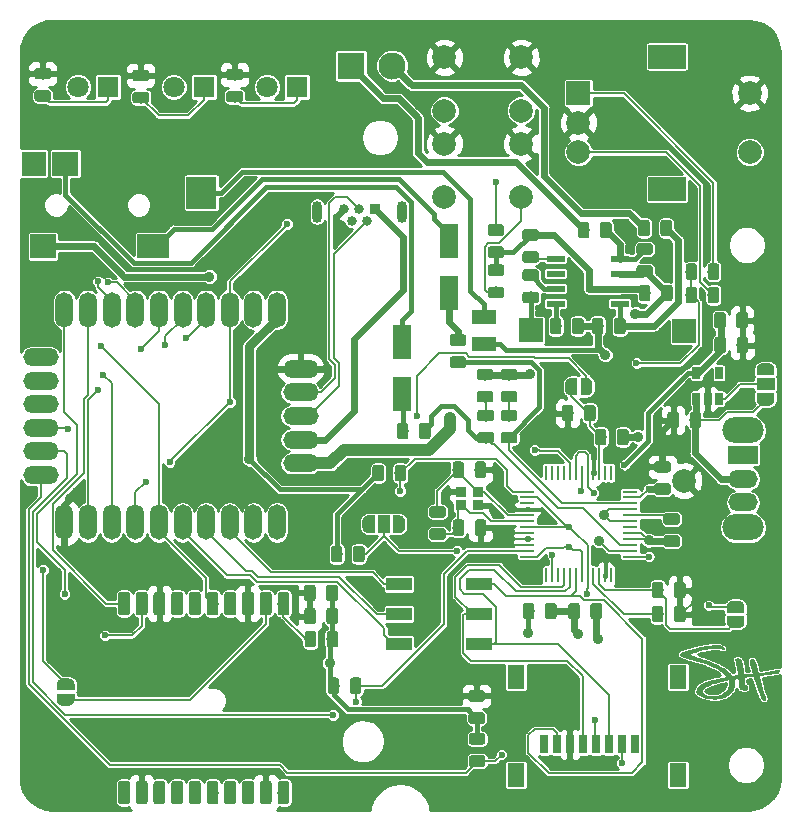
<source format=gbr>
G04 #@! TF.GenerationSoftware,KiCad,Pcbnew,(5.0.0)*
G04 #@! TF.CreationDate,2018-10-03T16:43:44-04:00*
G04 #@! TF.ProjectId,gb_walkie,67625F77616C6B69652E6B696361645F,0.1a*
G04 #@! TF.SameCoordinates,Original*
G04 #@! TF.FileFunction,Copper,L1,Top,Signal*
G04 #@! TF.FilePolarity,Positive*
%FSLAX46Y46*%
G04 Gerber Fmt 4.6, Leading zero omitted, Abs format (unit mm)*
G04 Created by KiCad (PCBNEW (5.0.0)) date 10/03/18 16:43:44*
%MOMM*%
%LPD*%
G01*
G04 APERTURE LIST*
G04 #@! TA.AperFunction,EtchedComponent*
%ADD10C,0.010000*%
G04 #@! TD*
G04 #@! TA.AperFunction,ComponentPad*
%ADD11R,2.000000X2.000000*%
G04 #@! TD*
G04 #@! TA.AperFunction,ComponentPad*
%ADD12C,2.000000*%
G04 #@! TD*
G04 #@! TA.AperFunction,SMDPad,CuDef*
%ADD13O,1.500000X3.000000*%
G04 #@! TD*
G04 #@! TA.AperFunction,SMDPad,CuDef*
%ADD14O,3.000000X1.500000*%
G04 #@! TD*
G04 #@! TA.AperFunction,SMDPad,CuDef*
%ADD15R,0.949960X0.848360*%
G04 #@! TD*
G04 #@! TA.AperFunction,SMDPad,CuDef*
%ADD16R,2.700000X2.100000*%
G04 #@! TD*
G04 #@! TA.AperFunction,SMDPad,CuDef*
%ADD17R,2.200000X2.100000*%
G04 #@! TD*
G04 #@! TA.AperFunction,SMDPad,CuDef*
%ADD18R,2.600000X2.700000*%
G04 #@! TD*
G04 #@! TA.AperFunction,SMDPad,CuDef*
%ADD19R,2.000000X2.100000*%
G04 #@! TD*
G04 #@! TA.AperFunction,Conductor*
%ADD20C,0.100000*%
G04 #@! TD*
G04 #@! TA.AperFunction,SMDPad,CuDef*
%ADD21C,0.975000*%
G04 #@! TD*
G04 #@! TA.AperFunction,SMDPad,CuDef*
%ADD22R,1.600000X3.000000*%
G04 #@! TD*
G04 #@! TA.AperFunction,ComponentPad*
%ADD23R,1.800000X1.800000*%
G04 #@! TD*
G04 #@! TA.AperFunction,ComponentPad*
%ADD24C,1.800000*%
G04 #@! TD*
G04 #@! TA.AperFunction,ComponentPad*
%ADD25R,0.840000X0.840000*%
G04 #@! TD*
G04 #@! TA.AperFunction,ComponentPad*
%ADD26C,0.840000*%
G04 #@! TD*
G04 #@! TA.AperFunction,ComponentPad*
%ADD27O,0.850000X1.850000*%
G04 #@! TD*
G04 #@! TA.AperFunction,SMDPad,CuDef*
%ADD28R,1.450000X2.000000*%
G04 #@! TD*
G04 #@! TA.AperFunction,SMDPad,CuDef*
%ADD29R,0.800000X1.500000*%
G04 #@! TD*
G04 #@! TA.AperFunction,SMDPad,CuDef*
%ADD30C,0.500000*%
G04 #@! TD*
G04 #@! TA.AperFunction,SMDPad,CuDef*
%ADD31R,1.000000X1.500000*%
G04 #@! TD*
G04 #@! TA.AperFunction,SMDPad,CuDef*
%ADD32R,1.500000X1.000000*%
G04 #@! TD*
G04 #@! TA.AperFunction,ComponentPad*
%ADD33R,2.300000X2.300000*%
G04 #@! TD*
G04 #@! TA.AperFunction,ComponentPad*
%ADD34C,2.300000*%
G04 #@! TD*
G04 #@! TA.AperFunction,ComponentPad*
%ADD35R,3.200000X2.000000*%
G04 #@! TD*
G04 #@! TA.AperFunction,SMDPad,CuDef*
%ADD36R,0.250000X1.300000*%
G04 #@! TD*
G04 #@! TA.AperFunction,SMDPad,CuDef*
%ADD37R,1.300000X0.250000*%
G04 #@! TD*
G04 #@! TA.AperFunction,SMDPad,CuDef*
%ADD38R,1.550000X0.600000*%
G04 #@! TD*
G04 #@! TA.AperFunction,SMDPad,CuDef*
%ADD39R,0.650000X1.060000*%
G04 #@! TD*
G04 #@! TA.AperFunction,ComponentPad*
%ADD40R,2.500000X1.500000*%
G04 #@! TD*
G04 #@! TA.AperFunction,ComponentPad*
%ADD41O,2.500000X1.500000*%
G04 #@! TD*
G04 #@! TA.AperFunction,ComponentPad*
%ADD42O,3.500000X2.200000*%
G04 #@! TD*
G04 #@! TA.AperFunction,SMDPad,CuDef*
%ADD43R,2.160000X1.120000*%
G04 #@! TD*
G04 #@! TA.AperFunction,SMDPad,CuDef*
%ADD44C,1.000000*%
G04 #@! TD*
G04 #@! TA.AperFunction,SMDPad,CuDef*
%ADD45R,2.000000X1.300000*%
G04 #@! TD*
G04 #@! TA.AperFunction,SMDPad,CuDef*
%ADD46R,2.000000X2.000000*%
G04 #@! TD*
G04 #@! TA.AperFunction,ViaPad*
%ADD47C,0.890000*%
G04 #@! TD*
G04 #@! TA.AperFunction,ViaPad*
%ADD48C,0.600000*%
G04 #@! TD*
G04 #@! TA.AperFunction,Conductor*
%ADD49C,0.600000*%
G04 #@! TD*
G04 #@! TA.AperFunction,Conductor*
%ADD50C,0.200000*%
G04 #@! TD*
G04 #@! TA.AperFunction,Conductor*
%ADD51C,1.000000*%
G04 #@! TD*
G04 #@! TA.AperFunction,Conductor*
%ADD52C,0.400000*%
G04 #@! TD*
G04 #@! TA.AperFunction,Conductor*
%ADD53C,0.800000*%
G04 #@! TD*
G04 #@! TA.AperFunction,Conductor*
%ADD54C,0.254000*%
G04 #@! TD*
G04 APERTURE END LIST*
D10*
G04 #@! TO.C,G\002A\002A\002A*
G36*
X159403354Y-85713845D02*
X159421121Y-85714593D01*
X159523960Y-85719978D01*
X159630459Y-85777222D01*
X159695229Y-85813127D01*
X159747239Y-85844586D01*
X159788478Y-85873020D01*
X159820938Y-85899849D01*
X159846611Y-85926492D01*
X159855859Y-85937984D01*
X159875414Y-85965729D01*
X159889395Y-85989702D01*
X159896732Y-86007497D01*
X159896355Y-86016707D01*
X159890864Y-86016732D01*
X159873572Y-86011594D01*
X159844133Y-86004384D01*
X159806026Y-85995828D01*
X159762732Y-85986654D01*
X159717730Y-85977586D01*
X159674499Y-85969353D01*
X159636520Y-85962681D01*
X159618211Y-85959804D01*
X159439531Y-85940070D01*
X159250275Y-85931819D01*
X159050783Y-85935006D01*
X158841397Y-85949590D01*
X158622457Y-85975526D01*
X158394303Y-86012772D01*
X158157277Y-86061283D01*
X157911719Y-86121018D01*
X157657969Y-86191932D01*
X157563606Y-86220522D01*
X157498404Y-86241058D01*
X157429149Y-86263558D01*
X157357341Y-86287477D01*
X157284485Y-86312268D01*
X157212082Y-86337387D01*
X157141636Y-86362288D01*
X157074648Y-86386425D01*
X157012622Y-86409253D01*
X156957059Y-86430227D01*
X156909463Y-86448802D01*
X156871336Y-86464431D01*
X156844180Y-86476570D01*
X156829498Y-86484672D01*
X156827521Y-86487726D01*
X156837007Y-86491965D01*
X156860491Y-86500614D01*
X156896832Y-86513296D01*
X156944891Y-86529638D01*
X157003528Y-86549263D01*
X157071604Y-86571797D01*
X157147979Y-86596863D01*
X157231514Y-86624088D01*
X157321068Y-86653096D01*
X157415502Y-86683511D01*
X157513677Y-86714958D01*
X157614453Y-86747063D01*
X157635314Y-86753687D01*
X157822031Y-86813304D01*
X157994568Y-86869203D01*
X158154067Y-86921812D01*
X158301672Y-86971561D01*
X158438525Y-87018880D01*
X158565769Y-87064199D01*
X158684547Y-87107946D01*
X158796003Y-87150552D01*
X158901279Y-87192446D01*
X159001517Y-87234059D01*
X159097862Y-87275818D01*
X159191455Y-87318155D01*
X159283440Y-87361499D01*
X159374960Y-87406278D01*
X159385750Y-87411661D01*
X159595516Y-87522475D01*
X159790157Y-87637671D01*
X159969833Y-87757354D01*
X160134706Y-87881628D01*
X160219187Y-87952019D01*
X160266801Y-87994580D01*
X160319143Y-88043761D01*
X160373055Y-88096401D01*
X160425374Y-88149342D01*
X160472943Y-88199423D01*
X160512599Y-88243485D01*
X160523577Y-88256365D01*
X160572406Y-88314699D01*
X160635906Y-88310586D01*
X160668368Y-88306863D01*
X160710745Y-88299699D01*
X160757712Y-88290098D01*
X160803945Y-88279068D01*
X160807109Y-88278244D01*
X160852555Y-88267226D01*
X160900320Y-88257176D01*
X160947553Y-88248529D01*
X160991401Y-88241717D01*
X161029012Y-88237173D01*
X161057535Y-88235332D01*
X161074116Y-88236625D01*
X161075933Y-88237407D01*
X161082677Y-88239011D01*
X161087064Y-88232851D01*
X161089212Y-88217235D01*
X161089239Y-88190469D01*
X161087264Y-88150859D01*
X161084626Y-88112874D01*
X161079010Y-88043729D01*
X161072531Y-87977745D01*
X161064828Y-87912812D01*
X161055543Y-87846822D01*
X161044317Y-87777665D01*
X161030791Y-87703233D01*
X161014606Y-87621417D01*
X160995402Y-87530107D01*
X160972822Y-87427194D01*
X160952608Y-87337401D01*
X160934926Y-87258462D01*
X160918381Y-87182568D01*
X160903316Y-87111438D01*
X160890075Y-87046791D01*
X160879001Y-86990344D01*
X160870437Y-86943816D01*
X160864727Y-86908924D01*
X160862214Y-86887388D01*
X160862125Y-86884575D01*
X160869626Y-86872259D01*
X160890406Y-86860213D01*
X160921876Y-86849227D01*
X160961448Y-86840093D01*
X161006533Y-86833600D01*
X161036750Y-86831215D01*
X161095432Y-86831128D01*
X161143691Y-86838847D01*
X161185685Y-86855899D01*
X161225570Y-86883810D01*
X161255292Y-86911461D01*
X161286455Y-86946234D01*
X161314540Y-86985093D01*
X161339827Y-87029135D01*
X161362598Y-87079455D01*
X161383135Y-87137146D01*
X161401719Y-87203305D01*
X161418630Y-87279026D01*
X161434152Y-87365404D01*
X161448564Y-87463534D01*
X161462149Y-87574511D01*
X161475188Y-87699430D01*
X161484973Y-87805125D01*
X161490638Y-87868214D01*
X161496385Y-87930431D01*
X161501922Y-87988768D01*
X161506962Y-88040220D01*
X161511214Y-88081778D01*
X161514312Y-88109792D01*
X161523650Y-88188241D01*
X161655247Y-88183665D01*
X161786597Y-88174752D01*
X161913843Y-88158039D01*
X161993622Y-88146431D01*
X162071567Y-88138738D01*
X162155264Y-88134267D01*
X162183718Y-88133423D01*
X162326593Y-88129859D01*
X162325679Y-88060757D01*
X162324897Y-88035528D01*
X162322940Y-88010681D01*
X162319363Y-87984348D01*
X162313720Y-87954659D01*
X162305563Y-87919747D01*
X162294447Y-87877743D01*
X162279926Y-87826779D01*
X162261552Y-87764986D01*
X162238880Y-87690495D01*
X162231427Y-87666218D01*
X162207093Y-87586846D01*
X162186957Y-87520576D01*
X162170449Y-87465366D01*
X162156997Y-87419176D01*
X162146031Y-87379965D01*
X162136981Y-87345693D01*
X162129275Y-87314319D01*
X162122345Y-87283803D01*
X162115618Y-87252103D01*
X162115542Y-87251735D01*
X162106465Y-87198287D01*
X162100367Y-87142340D01*
X162097359Y-87087568D01*
X162097551Y-87037646D01*
X162101055Y-86996251D01*
X162107066Y-86969501D01*
X162129882Y-86925650D01*
X162162047Y-86893123D01*
X162201204Y-86872519D01*
X162245000Y-86864436D01*
X162291077Y-86869472D01*
X162337082Y-86888225D01*
X162361775Y-86904815D01*
X162400993Y-86941106D01*
X162438615Y-86987903D01*
X162474860Y-87045787D01*
X162509949Y-87115343D01*
X162544102Y-87197153D01*
X162577537Y-87291801D01*
X162610474Y-87399870D01*
X162643134Y-87521941D01*
X162675735Y-87658600D01*
X162708498Y-87810429D01*
X162715078Y-87842611D01*
X162725662Y-87894612D01*
X162735457Y-87942348D01*
X162743936Y-87983288D01*
X162750574Y-88014899D01*
X162754845Y-88034649D01*
X162755873Y-88039064D01*
X162759042Y-88048726D01*
X162764844Y-88054645D01*
X162776630Y-88057732D01*
X162797756Y-88058898D01*
X162829501Y-88059055D01*
X162913935Y-88057486D01*
X163002397Y-88052817D01*
X163096293Y-88044854D01*
X163197027Y-88033404D01*
X163306003Y-88018272D01*
X163424627Y-87999264D01*
X163554302Y-87976186D01*
X163696434Y-87948845D01*
X163842656Y-87919081D01*
X163983484Y-87890259D01*
X164109141Y-87865565D01*
X164219598Y-87845006D01*
X164314826Y-87828586D01*
X164394795Y-87816311D01*
X164459476Y-87808186D01*
X164466968Y-87807414D01*
X164535656Y-87800551D01*
X164540026Y-87827480D01*
X164542149Y-87853811D01*
X164539194Y-87881390D01*
X164530325Y-87914165D01*
X164514707Y-87956083D01*
X164510820Y-87965621D01*
X164496882Y-87997391D01*
X164485692Y-88016988D01*
X164475208Y-88027375D01*
X164465750Y-88031091D01*
X164444649Y-88034831D01*
X164409174Y-88040252D01*
X164360717Y-88047179D01*
X164300669Y-88055439D01*
X164230423Y-88064855D01*
X164151370Y-88075253D01*
X164064903Y-88086460D01*
X163972412Y-88098299D01*
X163875290Y-88110596D01*
X163774929Y-88123177D01*
X163672721Y-88135866D01*
X163570058Y-88148490D01*
X163468331Y-88160872D01*
X163368933Y-88172839D01*
X163273255Y-88184216D01*
X163182689Y-88194828D01*
X163098627Y-88204501D01*
X163022461Y-88213059D01*
X162973500Y-88218410D01*
X162925858Y-88223625D01*
X162883966Y-88228367D01*
X162850249Y-88232350D01*
X162827133Y-88235285D01*
X162817044Y-88236886D01*
X162816810Y-88236986D01*
X162818600Y-88244737D01*
X162824697Y-88265285D01*
X162834390Y-88296365D01*
X162846972Y-88335712D01*
X162861732Y-88381061D01*
X162865684Y-88393085D01*
X162886489Y-88457898D01*
X162906434Y-88523673D01*
X162926057Y-88592471D01*
X162945891Y-88666348D01*
X162966474Y-88747366D01*
X162988341Y-88837582D01*
X163012027Y-88939055D01*
X163038068Y-89053845D01*
X163041058Y-89067187D01*
X163066139Y-89178479D01*
X163088523Y-89276066D01*
X163108666Y-89361804D01*
X163127028Y-89437545D01*
X163144066Y-89505143D01*
X163160238Y-89566454D01*
X163176001Y-89623330D01*
X163191815Y-89677625D01*
X163191966Y-89678133D01*
X163208465Y-89731718D01*
X163223825Y-89776774D01*
X163239834Y-89817377D01*
X163258280Y-89857603D01*
X163280951Y-89901528D01*
X163309634Y-89953226D01*
X163322638Y-89976031D01*
X163359373Y-90044597D01*
X163385458Y-90104359D01*
X163401522Y-90157689D01*
X163408193Y-90206955D01*
X163406099Y-90254529D01*
X163402316Y-90276736D01*
X163392425Y-90312902D01*
X163378916Y-90335818D01*
X163358837Y-90348097D01*
X163329239Y-90352349D01*
X163316796Y-90352435D01*
X163284193Y-90349887D01*
X163252004Y-90344093D01*
X163238011Y-90340064D01*
X163212568Y-90327688D01*
X163184457Y-90309156D01*
X163170542Y-90297924D01*
X163157837Y-90286399D01*
X163146287Y-90274896D01*
X163135318Y-90262234D01*
X163124356Y-90247228D01*
X163112827Y-90228696D01*
X163100159Y-90205454D01*
X163085777Y-90176320D01*
X163069108Y-90140111D01*
X163049578Y-90095643D01*
X163026613Y-90041733D01*
X162999641Y-89977199D01*
X162968086Y-89900857D01*
X162931376Y-89811524D01*
X162913128Y-89767030D01*
X162883146Y-89692804D01*
X162852328Y-89614234D01*
X162820101Y-89529770D01*
X162785894Y-89437858D01*
X162749137Y-89336948D01*
X162709257Y-89225486D01*
X162665683Y-89101922D01*
X162620354Y-88971937D01*
X162579282Y-88853913D01*
X162540742Y-88743746D01*
X162505133Y-88642563D01*
X162472857Y-88551492D01*
X162444314Y-88471662D01*
X162419904Y-88404199D01*
X162400027Y-88350232D01*
X162393920Y-88333959D01*
X162376303Y-88287324D01*
X162335573Y-88292434D01*
X162317520Y-88294590D01*
X162286021Y-88298233D01*
X162243407Y-88303099D01*
X162192010Y-88308923D01*
X162134162Y-88315440D01*
X162072194Y-88322386D01*
X162048781Y-88325001D01*
X161980367Y-88332751D01*
X161910282Y-88340901D01*
X161841941Y-88349036D01*
X161778761Y-88356747D01*
X161724154Y-88363620D01*
X161681538Y-88369244D01*
X161677703Y-88369772D01*
X161552687Y-88387086D01*
X161552687Y-88432911D01*
X161554095Y-88455964D01*
X161557994Y-88490980D01*
X161563898Y-88534330D01*
X161571323Y-88582384D01*
X161577745Y-88620165D01*
X161589326Y-88690251D01*
X161597240Y-88750566D01*
X161602069Y-88806633D01*
X161604400Y-88863974D01*
X161604584Y-88873936D01*
X161605613Y-88915079D01*
X161607212Y-88950816D01*
X161609189Y-88978003D01*
X161611350Y-88993498D01*
X161612073Y-88995514D01*
X161620525Y-89003085D01*
X161639688Y-89017368D01*
X161666928Y-89036477D01*
X161699609Y-89058532D01*
X161708218Y-89064217D01*
X161766402Y-89105702D01*
X161810337Y-89145071D01*
X161841123Y-89184250D01*
X161859864Y-89225166D01*
X161867659Y-89269746D01*
X161865612Y-89319917D01*
X161863365Y-89335598D01*
X161848597Y-89378248D01*
X161819663Y-89416059D01*
X161777945Y-89447417D01*
X161759647Y-89457012D01*
X161720776Y-89469618D01*
X161670919Y-89476975D01*
X161614136Y-89478889D01*
X161554489Y-89475165D01*
X161511784Y-89468835D01*
X161481088Y-89462286D01*
X161443547Y-89453119D01*
X161402282Y-89442234D01*
X161360416Y-89430531D01*
X161321071Y-89418910D01*
X161287369Y-89408270D01*
X161262433Y-89399512D01*
X161249384Y-89393535D01*
X161248726Y-89393012D01*
X161243968Y-89382138D01*
X161237254Y-89357704D01*
X161228999Y-89321846D01*
X161219618Y-89276701D01*
X161209527Y-89224405D01*
X161199140Y-89167096D01*
X161188872Y-89106910D01*
X161179137Y-89045983D01*
X161171886Y-88997261D01*
X161166207Y-88955444D01*
X161159844Y-88904885D01*
X161153066Y-88848106D01*
X161146142Y-88787626D01*
X161139341Y-88725967D01*
X161132933Y-88665647D01*
X161127186Y-88609188D01*
X161122370Y-88559110D01*
X161118755Y-88517933D01*
X161116609Y-88488178D01*
X161116125Y-88475241D01*
X161111903Y-88470897D01*
X161097685Y-88470895D01*
X161071145Y-88475313D01*
X161062546Y-88477069D01*
X161041346Y-88481899D01*
X161009992Y-88489556D01*
X160971117Y-88499348D01*
X160927351Y-88510583D01*
X160881326Y-88522566D01*
X160835673Y-88534607D01*
X160793024Y-88546011D01*
X160756011Y-88556087D01*
X160727264Y-88564141D01*
X160709415Y-88569481D01*
X160704805Y-88571241D01*
X160706534Y-88578964D01*
X160713834Y-88595866D01*
X160718564Y-88605468D01*
X160743754Y-88667166D01*
X160763019Y-88739907D01*
X160775914Y-88819834D01*
X160781994Y-88903090D01*
X160780814Y-88985819D01*
X160771928Y-89064163D01*
X160771694Y-89065513D01*
X160742062Y-89190721D01*
X160697672Y-89314386D01*
X160639642Y-89434847D01*
X160569088Y-89550441D01*
X160487128Y-89659509D01*
X160394878Y-89760389D01*
X160293456Y-89851418D01*
X160194457Y-89924079D01*
X160080235Y-89993609D01*
X159962317Y-90053055D01*
X159838568Y-90103175D01*
X159706851Y-90144724D01*
X159565029Y-90178458D01*
X159410967Y-90205134D01*
X159393687Y-90207600D01*
X159339719Y-90213390D01*
X159273292Y-90217716D01*
X159197752Y-90220577D01*
X159116448Y-90221976D01*
X159032728Y-90221914D01*
X158949938Y-90220391D01*
X158871426Y-90217410D01*
X158800540Y-90212971D01*
X158742812Y-90207345D01*
X158641357Y-90193391D01*
X158536685Y-90176055D01*
X158432315Y-90156076D01*
X158331768Y-90134192D01*
X158238561Y-90111141D01*
X158156214Y-90087663D01*
X158125605Y-90077816D01*
X158032690Y-90042936D01*
X157943163Y-90002126D01*
X157859013Y-89956673D01*
X157782229Y-89907863D01*
X157714799Y-89856983D01*
X157658710Y-89805317D01*
X157615952Y-89754154D01*
X157608779Y-89743478D01*
X157581381Y-89688226D01*
X157566718Y-89629507D01*
X157566147Y-89595367D01*
X157997023Y-89595367D01*
X157998907Y-89646578D01*
X158012091Y-89689307D01*
X158041616Y-89734025D01*
X158085887Y-89777851D01*
X158143780Y-89820246D01*
X158214170Y-89860671D01*
X158295933Y-89898591D01*
X158387942Y-89933466D01*
X158489075Y-89964758D01*
X158598206Y-89991930D01*
X158678985Y-90008253D01*
X158782331Y-90025286D01*
X158874698Y-90036144D01*
X158959636Y-90041051D01*
X159040694Y-90040229D01*
X159109080Y-90035203D01*
X159241873Y-90015404D01*
X159373138Y-89983477D01*
X159501584Y-89940319D01*
X159625924Y-89886827D01*
X159744867Y-89823897D01*
X159857125Y-89752427D01*
X159961408Y-89673312D01*
X160056426Y-89587450D01*
X160140890Y-89495737D01*
X160213512Y-89399071D01*
X160273000Y-89298347D01*
X160318068Y-89194463D01*
X160318122Y-89194311D01*
X160342997Y-89112828D01*
X160357524Y-89034941D01*
X160362980Y-88953434D01*
X160363095Y-88940187D01*
X160357194Y-88841029D01*
X160338467Y-88747583D01*
X160309043Y-88662375D01*
X160293422Y-88625078D01*
X160281960Y-88600470D01*
X160272904Y-88586504D01*
X160264502Y-88581134D01*
X160255003Y-88582314D01*
X160244533Y-88587053D01*
X160229915Y-88592288D01*
X160201271Y-88600607D01*
X160160068Y-88611647D01*
X160107777Y-88625043D01*
X160045867Y-88640432D01*
X159975807Y-88657450D01*
X159899066Y-88675735D01*
X159817113Y-88694922D01*
X159731418Y-88714648D01*
X159699281Y-88721960D01*
X159548365Y-88757287D01*
X159410380Y-88792074D01*
X159282449Y-88827254D01*
X159161696Y-88863758D01*
X159045245Y-88902520D01*
X158930220Y-88944472D01*
X158813746Y-88990548D01*
X158692944Y-89041679D01*
X158635745Y-89066881D01*
X158508966Y-89125758D01*
X158397423Y-89182737D01*
X158300636Y-89238151D01*
X158218123Y-89292333D01*
X158149404Y-89345617D01*
X158093999Y-89398336D01*
X158051425Y-89450823D01*
X158029089Y-89487440D01*
X158007180Y-89541179D01*
X157997023Y-89595367D01*
X157566147Y-89595367D01*
X157565747Y-89571507D01*
X157567133Y-89561266D01*
X157584474Y-89492523D01*
X157614664Y-89418535D01*
X157656543Y-89341521D01*
X157708950Y-89263701D01*
X157750026Y-89211435D01*
X157808450Y-89150520D01*
X157881578Y-89089735D01*
X157968245Y-89029700D01*
X158067287Y-88971033D01*
X158177540Y-88914350D01*
X158297841Y-88860271D01*
X158427024Y-88809413D01*
X158563927Y-88762395D01*
X158639625Y-88739123D01*
X158698302Y-88722021D01*
X158754930Y-88706039D01*
X158811194Y-88690782D01*
X158868777Y-88675855D01*
X158929364Y-88660865D01*
X158994639Y-88645416D01*
X159066286Y-88629113D01*
X159145989Y-88611561D01*
X159235432Y-88592367D01*
X159336300Y-88571135D01*
X159450277Y-88547470D01*
X159509014Y-88535362D01*
X159616014Y-88513226D01*
X159716228Y-88492258D01*
X159808661Y-88472678D01*
X159892319Y-88454703D01*
X159966209Y-88438553D01*
X160029335Y-88424448D01*
X160080703Y-88412606D01*
X160119320Y-88403247D01*
X160144190Y-88396590D01*
X160153696Y-88393265D01*
X160153321Y-88385203D01*
X160142409Y-88367475D01*
X160122007Y-88341271D01*
X160093162Y-88307782D01*
X160056919Y-88268198D01*
X160014325Y-88223709D01*
X159966425Y-88175505D01*
X159936623Y-88146312D01*
X159791374Y-88014873D01*
X159631667Y-87888119D01*
X159458353Y-87766534D01*
X159272283Y-87650604D01*
X159074307Y-87540813D01*
X158865278Y-87437646D01*
X158646046Y-87341587D01*
X158417463Y-87253122D01*
X158290848Y-87208818D01*
X158222444Y-87186027D01*
X158157716Y-87165132D01*
X158094374Y-87145488D01*
X158030123Y-87126453D01*
X157962674Y-87107385D01*
X157889732Y-87087640D01*
X157809006Y-87066577D01*
X157718203Y-87043551D01*
X157615031Y-87017921D01*
X157574285Y-87007900D01*
X157475323Y-86983523D01*
X157389619Y-86962174D01*
X157314979Y-86943248D01*
X157249209Y-86926138D01*
X157190113Y-86910238D01*
X157135498Y-86894942D01*
X157083168Y-86879645D01*
X157030928Y-86863739D01*
X156976585Y-86846618D01*
X156917943Y-86827678D01*
X156897343Y-86820947D01*
X156837709Y-86801724D01*
X156772898Y-86781348D01*
X156708006Y-86761386D01*
X156648126Y-86743406D01*
X156599687Y-86729352D01*
X156505382Y-86701072D01*
X156425870Y-86673502D01*
X156360127Y-86646023D01*
X156307126Y-86618017D01*
X156265842Y-86588866D01*
X156235250Y-86557953D01*
X156214323Y-86524660D01*
X156202398Y-86489986D01*
X156198703Y-86456093D01*
X156204874Y-86425789D01*
X156222059Y-86397689D01*
X156251403Y-86370411D01*
X156294052Y-86342571D01*
X156347811Y-86314402D01*
X156385219Y-86296972D01*
X156425825Y-86279614D01*
X156470732Y-86261985D01*
X156521046Y-86243745D01*
X156577870Y-86224552D01*
X156642309Y-86204066D01*
X156715465Y-86181945D01*
X156798445Y-86157848D01*
X156892351Y-86131434D01*
X156998288Y-86102361D01*
X157117359Y-86070289D01*
X157250670Y-86034876D01*
X157262468Y-86031760D01*
X157434444Y-85986918D01*
X157593029Y-85946794D01*
X157739883Y-85911061D01*
X157876667Y-85879394D01*
X158005043Y-85851465D01*
X158126670Y-85826948D01*
X158243209Y-85805517D01*
X158356322Y-85786846D01*
X158467670Y-85770607D01*
X158578912Y-85756474D01*
X158691710Y-85744120D01*
X158758687Y-85737625D01*
X158822567Y-85732372D01*
X158895192Y-85727534D01*
X158973644Y-85723214D01*
X159055006Y-85719514D01*
X159136361Y-85716533D01*
X159214791Y-85714375D01*
X159287378Y-85713140D01*
X159351205Y-85712929D01*
X159403354Y-85713845D01*
X159403354Y-85713845D01*
G37*
X159403354Y-85713845D02*
X159421121Y-85714593D01*
X159523960Y-85719978D01*
X159630459Y-85777222D01*
X159695229Y-85813127D01*
X159747239Y-85844586D01*
X159788478Y-85873020D01*
X159820938Y-85899849D01*
X159846611Y-85926492D01*
X159855859Y-85937984D01*
X159875414Y-85965729D01*
X159889395Y-85989702D01*
X159896732Y-86007497D01*
X159896355Y-86016707D01*
X159890864Y-86016732D01*
X159873572Y-86011594D01*
X159844133Y-86004384D01*
X159806026Y-85995828D01*
X159762732Y-85986654D01*
X159717730Y-85977586D01*
X159674499Y-85969353D01*
X159636520Y-85962681D01*
X159618211Y-85959804D01*
X159439531Y-85940070D01*
X159250275Y-85931819D01*
X159050783Y-85935006D01*
X158841397Y-85949590D01*
X158622457Y-85975526D01*
X158394303Y-86012772D01*
X158157277Y-86061283D01*
X157911719Y-86121018D01*
X157657969Y-86191932D01*
X157563606Y-86220522D01*
X157498404Y-86241058D01*
X157429149Y-86263558D01*
X157357341Y-86287477D01*
X157284485Y-86312268D01*
X157212082Y-86337387D01*
X157141636Y-86362288D01*
X157074648Y-86386425D01*
X157012622Y-86409253D01*
X156957059Y-86430227D01*
X156909463Y-86448802D01*
X156871336Y-86464431D01*
X156844180Y-86476570D01*
X156829498Y-86484672D01*
X156827521Y-86487726D01*
X156837007Y-86491965D01*
X156860491Y-86500614D01*
X156896832Y-86513296D01*
X156944891Y-86529638D01*
X157003528Y-86549263D01*
X157071604Y-86571797D01*
X157147979Y-86596863D01*
X157231514Y-86624088D01*
X157321068Y-86653096D01*
X157415502Y-86683511D01*
X157513677Y-86714958D01*
X157614453Y-86747063D01*
X157635314Y-86753687D01*
X157822031Y-86813304D01*
X157994568Y-86869203D01*
X158154067Y-86921812D01*
X158301672Y-86971561D01*
X158438525Y-87018880D01*
X158565769Y-87064199D01*
X158684547Y-87107946D01*
X158796003Y-87150552D01*
X158901279Y-87192446D01*
X159001517Y-87234059D01*
X159097862Y-87275818D01*
X159191455Y-87318155D01*
X159283440Y-87361499D01*
X159374960Y-87406278D01*
X159385750Y-87411661D01*
X159595516Y-87522475D01*
X159790157Y-87637671D01*
X159969833Y-87757354D01*
X160134706Y-87881628D01*
X160219187Y-87952019D01*
X160266801Y-87994580D01*
X160319143Y-88043761D01*
X160373055Y-88096401D01*
X160425374Y-88149342D01*
X160472943Y-88199423D01*
X160512599Y-88243485D01*
X160523577Y-88256365D01*
X160572406Y-88314699D01*
X160635906Y-88310586D01*
X160668368Y-88306863D01*
X160710745Y-88299699D01*
X160757712Y-88290098D01*
X160803945Y-88279068D01*
X160807109Y-88278244D01*
X160852555Y-88267226D01*
X160900320Y-88257176D01*
X160947553Y-88248529D01*
X160991401Y-88241717D01*
X161029012Y-88237173D01*
X161057535Y-88235332D01*
X161074116Y-88236625D01*
X161075933Y-88237407D01*
X161082677Y-88239011D01*
X161087064Y-88232851D01*
X161089212Y-88217235D01*
X161089239Y-88190469D01*
X161087264Y-88150859D01*
X161084626Y-88112874D01*
X161079010Y-88043729D01*
X161072531Y-87977745D01*
X161064828Y-87912812D01*
X161055543Y-87846822D01*
X161044317Y-87777665D01*
X161030791Y-87703233D01*
X161014606Y-87621417D01*
X160995402Y-87530107D01*
X160972822Y-87427194D01*
X160952608Y-87337401D01*
X160934926Y-87258462D01*
X160918381Y-87182568D01*
X160903316Y-87111438D01*
X160890075Y-87046791D01*
X160879001Y-86990344D01*
X160870437Y-86943816D01*
X160864727Y-86908924D01*
X160862214Y-86887388D01*
X160862125Y-86884575D01*
X160869626Y-86872259D01*
X160890406Y-86860213D01*
X160921876Y-86849227D01*
X160961448Y-86840093D01*
X161006533Y-86833600D01*
X161036750Y-86831215D01*
X161095432Y-86831128D01*
X161143691Y-86838847D01*
X161185685Y-86855899D01*
X161225570Y-86883810D01*
X161255292Y-86911461D01*
X161286455Y-86946234D01*
X161314540Y-86985093D01*
X161339827Y-87029135D01*
X161362598Y-87079455D01*
X161383135Y-87137146D01*
X161401719Y-87203305D01*
X161418630Y-87279026D01*
X161434152Y-87365404D01*
X161448564Y-87463534D01*
X161462149Y-87574511D01*
X161475188Y-87699430D01*
X161484973Y-87805125D01*
X161490638Y-87868214D01*
X161496385Y-87930431D01*
X161501922Y-87988768D01*
X161506962Y-88040220D01*
X161511214Y-88081778D01*
X161514312Y-88109792D01*
X161523650Y-88188241D01*
X161655247Y-88183665D01*
X161786597Y-88174752D01*
X161913843Y-88158039D01*
X161993622Y-88146431D01*
X162071567Y-88138738D01*
X162155264Y-88134267D01*
X162183718Y-88133423D01*
X162326593Y-88129859D01*
X162325679Y-88060757D01*
X162324897Y-88035528D01*
X162322940Y-88010681D01*
X162319363Y-87984348D01*
X162313720Y-87954659D01*
X162305563Y-87919747D01*
X162294447Y-87877743D01*
X162279926Y-87826779D01*
X162261552Y-87764986D01*
X162238880Y-87690495D01*
X162231427Y-87666218D01*
X162207093Y-87586846D01*
X162186957Y-87520576D01*
X162170449Y-87465366D01*
X162156997Y-87419176D01*
X162146031Y-87379965D01*
X162136981Y-87345693D01*
X162129275Y-87314319D01*
X162122345Y-87283803D01*
X162115618Y-87252103D01*
X162115542Y-87251735D01*
X162106465Y-87198287D01*
X162100367Y-87142340D01*
X162097359Y-87087568D01*
X162097551Y-87037646D01*
X162101055Y-86996251D01*
X162107066Y-86969501D01*
X162129882Y-86925650D01*
X162162047Y-86893123D01*
X162201204Y-86872519D01*
X162245000Y-86864436D01*
X162291077Y-86869472D01*
X162337082Y-86888225D01*
X162361775Y-86904815D01*
X162400993Y-86941106D01*
X162438615Y-86987903D01*
X162474860Y-87045787D01*
X162509949Y-87115343D01*
X162544102Y-87197153D01*
X162577537Y-87291801D01*
X162610474Y-87399870D01*
X162643134Y-87521941D01*
X162675735Y-87658600D01*
X162708498Y-87810429D01*
X162715078Y-87842611D01*
X162725662Y-87894612D01*
X162735457Y-87942348D01*
X162743936Y-87983288D01*
X162750574Y-88014899D01*
X162754845Y-88034649D01*
X162755873Y-88039064D01*
X162759042Y-88048726D01*
X162764844Y-88054645D01*
X162776630Y-88057732D01*
X162797756Y-88058898D01*
X162829501Y-88059055D01*
X162913935Y-88057486D01*
X163002397Y-88052817D01*
X163096293Y-88044854D01*
X163197027Y-88033404D01*
X163306003Y-88018272D01*
X163424627Y-87999264D01*
X163554302Y-87976186D01*
X163696434Y-87948845D01*
X163842656Y-87919081D01*
X163983484Y-87890259D01*
X164109141Y-87865565D01*
X164219598Y-87845006D01*
X164314826Y-87828586D01*
X164394795Y-87816311D01*
X164459476Y-87808186D01*
X164466968Y-87807414D01*
X164535656Y-87800551D01*
X164540026Y-87827480D01*
X164542149Y-87853811D01*
X164539194Y-87881390D01*
X164530325Y-87914165D01*
X164514707Y-87956083D01*
X164510820Y-87965621D01*
X164496882Y-87997391D01*
X164485692Y-88016988D01*
X164475208Y-88027375D01*
X164465750Y-88031091D01*
X164444649Y-88034831D01*
X164409174Y-88040252D01*
X164360717Y-88047179D01*
X164300669Y-88055439D01*
X164230423Y-88064855D01*
X164151370Y-88075253D01*
X164064903Y-88086460D01*
X163972412Y-88098299D01*
X163875290Y-88110596D01*
X163774929Y-88123177D01*
X163672721Y-88135866D01*
X163570058Y-88148490D01*
X163468331Y-88160872D01*
X163368933Y-88172839D01*
X163273255Y-88184216D01*
X163182689Y-88194828D01*
X163098627Y-88204501D01*
X163022461Y-88213059D01*
X162973500Y-88218410D01*
X162925858Y-88223625D01*
X162883966Y-88228367D01*
X162850249Y-88232350D01*
X162827133Y-88235285D01*
X162817044Y-88236886D01*
X162816810Y-88236986D01*
X162818600Y-88244737D01*
X162824697Y-88265285D01*
X162834390Y-88296365D01*
X162846972Y-88335712D01*
X162861732Y-88381061D01*
X162865684Y-88393085D01*
X162886489Y-88457898D01*
X162906434Y-88523673D01*
X162926057Y-88592471D01*
X162945891Y-88666348D01*
X162966474Y-88747366D01*
X162988341Y-88837582D01*
X163012027Y-88939055D01*
X163038068Y-89053845D01*
X163041058Y-89067187D01*
X163066139Y-89178479D01*
X163088523Y-89276066D01*
X163108666Y-89361804D01*
X163127028Y-89437545D01*
X163144066Y-89505143D01*
X163160238Y-89566454D01*
X163176001Y-89623330D01*
X163191815Y-89677625D01*
X163191966Y-89678133D01*
X163208465Y-89731718D01*
X163223825Y-89776774D01*
X163239834Y-89817377D01*
X163258280Y-89857603D01*
X163280951Y-89901528D01*
X163309634Y-89953226D01*
X163322638Y-89976031D01*
X163359373Y-90044597D01*
X163385458Y-90104359D01*
X163401522Y-90157689D01*
X163408193Y-90206955D01*
X163406099Y-90254529D01*
X163402316Y-90276736D01*
X163392425Y-90312902D01*
X163378916Y-90335818D01*
X163358837Y-90348097D01*
X163329239Y-90352349D01*
X163316796Y-90352435D01*
X163284193Y-90349887D01*
X163252004Y-90344093D01*
X163238011Y-90340064D01*
X163212568Y-90327688D01*
X163184457Y-90309156D01*
X163170542Y-90297924D01*
X163157837Y-90286399D01*
X163146287Y-90274896D01*
X163135318Y-90262234D01*
X163124356Y-90247228D01*
X163112827Y-90228696D01*
X163100159Y-90205454D01*
X163085777Y-90176320D01*
X163069108Y-90140111D01*
X163049578Y-90095643D01*
X163026613Y-90041733D01*
X162999641Y-89977199D01*
X162968086Y-89900857D01*
X162931376Y-89811524D01*
X162913128Y-89767030D01*
X162883146Y-89692804D01*
X162852328Y-89614234D01*
X162820101Y-89529770D01*
X162785894Y-89437858D01*
X162749137Y-89336948D01*
X162709257Y-89225486D01*
X162665683Y-89101922D01*
X162620354Y-88971937D01*
X162579282Y-88853913D01*
X162540742Y-88743746D01*
X162505133Y-88642563D01*
X162472857Y-88551492D01*
X162444314Y-88471662D01*
X162419904Y-88404199D01*
X162400027Y-88350232D01*
X162393920Y-88333959D01*
X162376303Y-88287324D01*
X162335573Y-88292434D01*
X162317520Y-88294590D01*
X162286021Y-88298233D01*
X162243407Y-88303099D01*
X162192010Y-88308923D01*
X162134162Y-88315440D01*
X162072194Y-88322386D01*
X162048781Y-88325001D01*
X161980367Y-88332751D01*
X161910282Y-88340901D01*
X161841941Y-88349036D01*
X161778761Y-88356747D01*
X161724154Y-88363620D01*
X161681538Y-88369244D01*
X161677703Y-88369772D01*
X161552687Y-88387086D01*
X161552687Y-88432911D01*
X161554095Y-88455964D01*
X161557994Y-88490980D01*
X161563898Y-88534330D01*
X161571323Y-88582384D01*
X161577745Y-88620165D01*
X161589326Y-88690251D01*
X161597240Y-88750566D01*
X161602069Y-88806633D01*
X161604400Y-88863974D01*
X161604584Y-88873936D01*
X161605613Y-88915079D01*
X161607212Y-88950816D01*
X161609189Y-88978003D01*
X161611350Y-88993498D01*
X161612073Y-88995514D01*
X161620525Y-89003085D01*
X161639688Y-89017368D01*
X161666928Y-89036477D01*
X161699609Y-89058532D01*
X161708218Y-89064217D01*
X161766402Y-89105702D01*
X161810337Y-89145071D01*
X161841123Y-89184250D01*
X161859864Y-89225166D01*
X161867659Y-89269746D01*
X161865612Y-89319917D01*
X161863365Y-89335598D01*
X161848597Y-89378248D01*
X161819663Y-89416059D01*
X161777945Y-89447417D01*
X161759647Y-89457012D01*
X161720776Y-89469618D01*
X161670919Y-89476975D01*
X161614136Y-89478889D01*
X161554489Y-89475165D01*
X161511784Y-89468835D01*
X161481088Y-89462286D01*
X161443547Y-89453119D01*
X161402282Y-89442234D01*
X161360416Y-89430531D01*
X161321071Y-89418910D01*
X161287369Y-89408270D01*
X161262433Y-89399512D01*
X161249384Y-89393535D01*
X161248726Y-89393012D01*
X161243968Y-89382138D01*
X161237254Y-89357704D01*
X161228999Y-89321846D01*
X161219618Y-89276701D01*
X161209527Y-89224405D01*
X161199140Y-89167096D01*
X161188872Y-89106910D01*
X161179137Y-89045983D01*
X161171886Y-88997261D01*
X161166207Y-88955444D01*
X161159844Y-88904885D01*
X161153066Y-88848106D01*
X161146142Y-88787626D01*
X161139341Y-88725967D01*
X161132933Y-88665647D01*
X161127186Y-88609188D01*
X161122370Y-88559110D01*
X161118755Y-88517933D01*
X161116609Y-88488178D01*
X161116125Y-88475241D01*
X161111903Y-88470897D01*
X161097685Y-88470895D01*
X161071145Y-88475313D01*
X161062546Y-88477069D01*
X161041346Y-88481899D01*
X161009992Y-88489556D01*
X160971117Y-88499348D01*
X160927351Y-88510583D01*
X160881326Y-88522566D01*
X160835673Y-88534607D01*
X160793024Y-88546011D01*
X160756011Y-88556087D01*
X160727264Y-88564141D01*
X160709415Y-88569481D01*
X160704805Y-88571241D01*
X160706534Y-88578964D01*
X160713834Y-88595866D01*
X160718564Y-88605468D01*
X160743754Y-88667166D01*
X160763019Y-88739907D01*
X160775914Y-88819834D01*
X160781994Y-88903090D01*
X160780814Y-88985819D01*
X160771928Y-89064163D01*
X160771694Y-89065513D01*
X160742062Y-89190721D01*
X160697672Y-89314386D01*
X160639642Y-89434847D01*
X160569088Y-89550441D01*
X160487128Y-89659509D01*
X160394878Y-89760389D01*
X160293456Y-89851418D01*
X160194457Y-89924079D01*
X160080235Y-89993609D01*
X159962317Y-90053055D01*
X159838568Y-90103175D01*
X159706851Y-90144724D01*
X159565029Y-90178458D01*
X159410967Y-90205134D01*
X159393687Y-90207600D01*
X159339719Y-90213390D01*
X159273292Y-90217716D01*
X159197752Y-90220577D01*
X159116448Y-90221976D01*
X159032728Y-90221914D01*
X158949938Y-90220391D01*
X158871426Y-90217410D01*
X158800540Y-90212971D01*
X158742812Y-90207345D01*
X158641357Y-90193391D01*
X158536685Y-90176055D01*
X158432315Y-90156076D01*
X158331768Y-90134192D01*
X158238561Y-90111141D01*
X158156214Y-90087663D01*
X158125605Y-90077816D01*
X158032690Y-90042936D01*
X157943163Y-90002126D01*
X157859013Y-89956673D01*
X157782229Y-89907863D01*
X157714799Y-89856983D01*
X157658710Y-89805317D01*
X157615952Y-89754154D01*
X157608779Y-89743478D01*
X157581381Y-89688226D01*
X157566718Y-89629507D01*
X157566147Y-89595367D01*
X157997023Y-89595367D01*
X157998907Y-89646578D01*
X158012091Y-89689307D01*
X158041616Y-89734025D01*
X158085887Y-89777851D01*
X158143780Y-89820246D01*
X158214170Y-89860671D01*
X158295933Y-89898591D01*
X158387942Y-89933466D01*
X158489075Y-89964758D01*
X158598206Y-89991930D01*
X158678985Y-90008253D01*
X158782331Y-90025286D01*
X158874698Y-90036144D01*
X158959636Y-90041051D01*
X159040694Y-90040229D01*
X159109080Y-90035203D01*
X159241873Y-90015404D01*
X159373138Y-89983477D01*
X159501584Y-89940319D01*
X159625924Y-89886827D01*
X159744867Y-89823897D01*
X159857125Y-89752427D01*
X159961408Y-89673312D01*
X160056426Y-89587450D01*
X160140890Y-89495737D01*
X160213512Y-89399071D01*
X160273000Y-89298347D01*
X160318068Y-89194463D01*
X160318122Y-89194311D01*
X160342997Y-89112828D01*
X160357524Y-89034941D01*
X160362980Y-88953434D01*
X160363095Y-88940187D01*
X160357194Y-88841029D01*
X160338467Y-88747583D01*
X160309043Y-88662375D01*
X160293422Y-88625078D01*
X160281960Y-88600470D01*
X160272904Y-88586504D01*
X160264502Y-88581134D01*
X160255003Y-88582314D01*
X160244533Y-88587053D01*
X160229915Y-88592288D01*
X160201271Y-88600607D01*
X160160068Y-88611647D01*
X160107777Y-88625043D01*
X160045867Y-88640432D01*
X159975807Y-88657450D01*
X159899066Y-88675735D01*
X159817113Y-88694922D01*
X159731418Y-88714648D01*
X159699281Y-88721960D01*
X159548365Y-88757287D01*
X159410380Y-88792074D01*
X159282449Y-88827254D01*
X159161696Y-88863758D01*
X159045245Y-88902520D01*
X158930220Y-88944472D01*
X158813746Y-88990548D01*
X158692944Y-89041679D01*
X158635745Y-89066881D01*
X158508966Y-89125758D01*
X158397423Y-89182737D01*
X158300636Y-89238151D01*
X158218123Y-89292333D01*
X158149404Y-89345617D01*
X158093999Y-89398336D01*
X158051425Y-89450823D01*
X158029089Y-89487440D01*
X158007180Y-89541179D01*
X157997023Y-89595367D01*
X157566147Y-89595367D01*
X157565747Y-89571507D01*
X157567133Y-89561266D01*
X157584474Y-89492523D01*
X157614664Y-89418535D01*
X157656543Y-89341521D01*
X157708950Y-89263701D01*
X157750026Y-89211435D01*
X157808450Y-89150520D01*
X157881578Y-89089735D01*
X157968245Y-89029700D01*
X158067287Y-88971033D01*
X158177540Y-88914350D01*
X158297841Y-88860271D01*
X158427024Y-88809413D01*
X158563927Y-88762395D01*
X158639625Y-88739123D01*
X158698302Y-88722021D01*
X158754930Y-88706039D01*
X158811194Y-88690782D01*
X158868777Y-88675855D01*
X158929364Y-88660865D01*
X158994639Y-88645416D01*
X159066286Y-88629113D01*
X159145989Y-88611561D01*
X159235432Y-88592367D01*
X159336300Y-88571135D01*
X159450277Y-88547470D01*
X159509014Y-88535362D01*
X159616014Y-88513226D01*
X159716228Y-88492258D01*
X159808661Y-88472678D01*
X159892319Y-88454703D01*
X159966209Y-88438553D01*
X160029335Y-88424448D01*
X160080703Y-88412606D01*
X160119320Y-88403247D01*
X160144190Y-88396590D01*
X160153696Y-88393265D01*
X160153321Y-88385203D01*
X160142409Y-88367475D01*
X160122007Y-88341271D01*
X160093162Y-88307782D01*
X160056919Y-88268198D01*
X160014325Y-88223709D01*
X159966425Y-88175505D01*
X159936623Y-88146312D01*
X159791374Y-88014873D01*
X159631667Y-87888119D01*
X159458353Y-87766534D01*
X159272283Y-87650604D01*
X159074307Y-87540813D01*
X158865278Y-87437646D01*
X158646046Y-87341587D01*
X158417463Y-87253122D01*
X158290848Y-87208818D01*
X158222444Y-87186027D01*
X158157716Y-87165132D01*
X158094374Y-87145488D01*
X158030123Y-87126453D01*
X157962674Y-87107385D01*
X157889732Y-87087640D01*
X157809006Y-87066577D01*
X157718203Y-87043551D01*
X157615031Y-87017921D01*
X157574285Y-87007900D01*
X157475323Y-86983523D01*
X157389619Y-86962174D01*
X157314979Y-86943248D01*
X157249209Y-86926138D01*
X157190113Y-86910238D01*
X157135498Y-86894942D01*
X157083168Y-86879645D01*
X157030928Y-86863739D01*
X156976585Y-86846618D01*
X156917943Y-86827678D01*
X156897343Y-86820947D01*
X156837709Y-86801724D01*
X156772898Y-86781348D01*
X156708006Y-86761386D01*
X156648126Y-86743406D01*
X156599687Y-86729352D01*
X156505382Y-86701072D01*
X156425870Y-86673502D01*
X156360127Y-86646023D01*
X156307126Y-86618017D01*
X156265842Y-86588866D01*
X156235250Y-86557953D01*
X156214323Y-86524660D01*
X156202398Y-86489986D01*
X156198703Y-86456093D01*
X156204874Y-86425789D01*
X156222059Y-86397689D01*
X156251403Y-86370411D01*
X156294052Y-86342571D01*
X156347811Y-86314402D01*
X156385219Y-86296972D01*
X156425825Y-86279614D01*
X156470732Y-86261985D01*
X156521046Y-86243745D01*
X156577870Y-86224552D01*
X156642309Y-86204066D01*
X156715465Y-86181945D01*
X156798445Y-86157848D01*
X156892351Y-86131434D01*
X156998288Y-86102361D01*
X157117359Y-86070289D01*
X157250670Y-86034876D01*
X157262468Y-86031760D01*
X157434444Y-85986918D01*
X157593029Y-85946794D01*
X157739883Y-85911061D01*
X157876667Y-85879394D01*
X158005043Y-85851465D01*
X158126670Y-85826948D01*
X158243209Y-85805517D01*
X158356322Y-85786846D01*
X158467670Y-85770607D01*
X158578912Y-85756474D01*
X158691710Y-85744120D01*
X158758687Y-85737625D01*
X158822567Y-85732372D01*
X158895192Y-85727534D01*
X158973644Y-85723214D01*
X159055006Y-85719514D01*
X159136361Y-85716533D01*
X159214791Y-85714375D01*
X159287378Y-85713140D01*
X159351205Y-85712929D01*
X159403354Y-85713845D01*
G04 #@! TD*
D11*
G04 #@! TO.P,BT1,1*
G04 #@! TO.N,Net-(BT1-Pad1)*
X156500000Y-59080000D03*
D12*
G04 #@! TO.P,BT1,2*
G04 #@! TO.N,GND*
X156500000Y-71780000D03*
G04 #@! TD*
D13*
G04 #@! TO.P,U1,6*
G04 #@! TO.N,PUSH1*
X112058000Y-57304000D03*
G04 #@! TO.P,U1,5*
G04 #@! TO.N,ENC2*
X114058000Y-57304000D03*
G04 #@! TO.P,U1,4*
G04 #@! TO.N,ENC1*
X116058000Y-57304000D03*
G04 #@! TO.P,U1,3*
G04 #@! TO.N,RESET*
X118058000Y-57304000D03*
G04 #@! TO.P,U1,9*
G04 #@! TO.N,TXO*
X106058000Y-57304000D03*
G04 #@! TO.P,U1,7*
G04 #@! TO.N,PUSH2*
X110058000Y-57304000D03*
G04 #@! TO.P,U1,10*
G04 #@! TO.N,RXI*
X104058000Y-57304000D03*
G04 #@! TO.P,U1,8*
G04 #@! TO.N,PUSH3*
X108058000Y-57304000D03*
G04 #@! TO.P,U1,2*
G04 #@! TO.N,Net-(U1-Pad2)*
X120058000Y-57304000D03*
G04 #@! TO.P,U1,1*
G04 #@! TO.N,+3V3*
X122058000Y-57304000D03*
D14*
G04 #@! TO.P,U1,11*
G04 #@! TO.N,Net-(U1-Pad11)*
X102058000Y-61304000D03*
G04 #@! TO.P,U1,12*
G04 #@! TO.N,Net-(U1-Pad12)*
X102058000Y-63304000D03*
G04 #@! TO.P,U1,13*
G04 #@! TO.N,Net-(U1-Pad13)*
X102058000Y-65304000D03*
G04 #@! TO.P,U1,14*
G04 #@! TO.N,XDCS*
X102058000Y-67304000D03*
G04 #@! TO.P,U1,15*
G04 #@! TO.N,MP3CS*
X102058000Y-69304000D03*
G04 #@! TO.P,U1,16*
G04 #@! TO.N,SDCS*
X102058000Y-71304000D03*
D13*
G04 #@! TO.P,U1,23*
G04 #@! TO.N,Net-(SW6-Pad5)*
X116058000Y-75304000D03*
G04 #@! TO.P,U1,24*
G04 #@! TO.N,Net-(SW6-Pad4)*
X118058000Y-75304000D03*
G04 #@! TO.P,U1,22*
G04 #@! TO.N,Net-(SW6-Pad6)*
X114058000Y-75304000D03*
G04 #@! TO.P,U1,21*
G04 #@! TO.N,3DFIX*
X112058000Y-75304000D03*
G04 #@! TO.P,U1,25*
G04 #@! TO.N,Net-(U1-Pad25)*
X120058000Y-75304000D03*
G04 #@! TO.P,U1,26*
G04 #@! TO.N,Net-(U1-Pad26)*
X122058000Y-75304000D03*
G04 #@! TO.P,U1,18*
G04 #@! TO.N,LED3*
X106058000Y-75304000D03*
G04 #@! TO.P,U1,17*
G04 #@! TO.N,GND*
X104058000Y-75304000D03*
G04 #@! TO.P,U1,20*
G04 #@! TO.N,DREQ*
X110058000Y-75304000D03*
G04 #@! TO.P,U1,19*
G04 #@! TO.N,LED2*
X108058000Y-75304000D03*
D14*
G04 #@! TO.P,U1,30*
G04 #@! TO.N,Net-(J1-Pad3)*
X124058000Y-64304000D03*
G04 #@! TO.P,U1,28*
G04 #@! TO.N,Net-(J1-Pad1)*
X124058000Y-68304000D03*
G04 #@! TO.P,U1,31*
G04 #@! TO.N,GND*
X124058000Y-62304000D03*
G04 #@! TO.P,U1,29*
G04 #@! TO.N,Net-(J1-Pad2)*
X124058000Y-66304000D03*
G04 #@! TO.P,U1,27*
G04 #@! TO.N,+BATT*
X124058000Y-70304000D03*
G04 #@! TD*
D15*
G04 #@! TO.P,Y1,1*
G04 #@! TO.N,Net-(C3-Pad2)*
X139093900Y-72718500D03*
G04 #@! TO.P,Y1,3*
G04 #@! TO.N,Net-(C4-Pad2)*
X137646100Y-73861500D03*
G04 #@! TO.P,Y1,2*
G04 #@! TO.N,GND*
X137646100Y-72718500D03*
G04 #@! TO.P,Y1,4*
X139093900Y-73861500D03*
G04 #@! TD*
D12*
G04 #@! TO.P,SW2,1*
G04 #@! TO.N,PUSH2*
X136240000Y-47740000D03*
G04 #@! TO.P,SW2,2*
G04 #@! TO.N,GND*
X136240000Y-43240000D03*
G04 #@! TO.P,SW2,1*
G04 #@! TO.N,PUSH2*
X142740000Y-47740000D03*
G04 #@! TO.P,SW2,2*
G04 #@! TO.N,GND*
X142740000Y-43240000D03*
G04 #@! TD*
G04 #@! TO.P,SW3,1*
G04 #@! TO.N,PUSH3*
X136240000Y-40440000D03*
G04 #@! TO.P,SW3,2*
G04 #@! TO.N,GND*
X136240000Y-35940000D03*
G04 #@! TO.P,SW3,1*
G04 #@! TO.N,PUSH3*
X142740000Y-40440000D03*
G04 #@! TO.P,SW3,2*
G04 #@! TO.N,GND*
X142740000Y-35940000D03*
G04 #@! TD*
D16*
G04 #@! TO.P,J2,T*
G04 #@! TO.N,L_OUT*
X111550000Y-51930000D03*
D17*
G04 #@! TO.P,J2,S*
G04 #@! TO.N,GNDA*
X102250000Y-51930000D03*
D18*
G04 #@! TO.P,J2,TN*
G04 #@! TO.N,L_AMP*
X115650000Y-47380000D03*
D17*
G04 #@! TO.P,J2,R*
G04 #@! TO.N,R_OUT*
X104150000Y-44930000D03*
D19*
G04 #@! TO.P,J2,RN*
G04 #@! TO.N,Net-(J2-PadRN)*
X101450000Y-44930000D03*
G04 #@! TD*
D20*
G04 #@! TO.N,GND*
G04 #@! TO.C,C1*
G36*
X146932142Y-65351174D02*
X146955803Y-65354684D01*
X146979007Y-65360496D01*
X147001529Y-65368554D01*
X147023153Y-65378782D01*
X147043670Y-65391079D01*
X147062883Y-65405329D01*
X147080607Y-65421393D01*
X147096671Y-65439117D01*
X147110921Y-65458330D01*
X147123218Y-65478847D01*
X147133446Y-65500471D01*
X147141504Y-65522993D01*
X147147316Y-65546197D01*
X147150826Y-65569858D01*
X147152000Y-65593750D01*
X147152000Y-66506250D01*
X147150826Y-66530142D01*
X147147316Y-66553803D01*
X147141504Y-66577007D01*
X147133446Y-66599529D01*
X147123218Y-66621153D01*
X147110921Y-66641670D01*
X147096671Y-66660883D01*
X147080607Y-66678607D01*
X147062883Y-66694671D01*
X147043670Y-66708921D01*
X147023153Y-66721218D01*
X147001529Y-66731446D01*
X146979007Y-66739504D01*
X146955803Y-66745316D01*
X146932142Y-66748826D01*
X146908250Y-66750000D01*
X146420750Y-66750000D01*
X146396858Y-66748826D01*
X146373197Y-66745316D01*
X146349993Y-66739504D01*
X146327471Y-66731446D01*
X146305847Y-66721218D01*
X146285330Y-66708921D01*
X146266117Y-66694671D01*
X146248393Y-66678607D01*
X146232329Y-66660883D01*
X146218079Y-66641670D01*
X146205782Y-66621153D01*
X146195554Y-66599529D01*
X146187496Y-66577007D01*
X146181684Y-66553803D01*
X146178174Y-66530142D01*
X146177000Y-66506250D01*
X146177000Y-65593750D01*
X146178174Y-65569858D01*
X146181684Y-65546197D01*
X146187496Y-65522993D01*
X146195554Y-65500471D01*
X146205782Y-65478847D01*
X146218079Y-65458330D01*
X146232329Y-65439117D01*
X146248393Y-65421393D01*
X146266117Y-65405329D01*
X146285330Y-65391079D01*
X146305847Y-65378782D01*
X146327471Y-65368554D01*
X146349993Y-65360496D01*
X146373197Y-65354684D01*
X146396858Y-65351174D01*
X146420750Y-65350000D01*
X146908250Y-65350000D01*
X146932142Y-65351174D01*
X146932142Y-65351174D01*
G37*
D21*
G04 #@! TD*
G04 #@! TO.P,C1,1*
G04 #@! TO.N,GND*
X146664500Y-66050000D03*
D20*
G04 #@! TO.N,MP3RST*
G04 #@! TO.C,C1*
G36*
X148807142Y-65351174D02*
X148830803Y-65354684D01*
X148854007Y-65360496D01*
X148876529Y-65368554D01*
X148898153Y-65378782D01*
X148918670Y-65391079D01*
X148937883Y-65405329D01*
X148955607Y-65421393D01*
X148971671Y-65439117D01*
X148985921Y-65458330D01*
X148998218Y-65478847D01*
X149008446Y-65500471D01*
X149016504Y-65522993D01*
X149022316Y-65546197D01*
X149025826Y-65569858D01*
X149027000Y-65593750D01*
X149027000Y-66506250D01*
X149025826Y-66530142D01*
X149022316Y-66553803D01*
X149016504Y-66577007D01*
X149008446Y-66599529D01*
X148998218Y-66621153D01*
X148985921Y-66641670D01*
X148971671Y-66660883D01*
X148955607Y-66678607D01*
X148937883Y-66694671D01*
X148918670Y-66708921D01*
X148898153Y-66721218D01*
X148876529Y-66731446D01*
X148854007Y-66739504D01*
X148830803Y-66745316D01*
X148807142Y-66748826D01*
X148783250Y-66750000D01*
X148295750Y-66750000D01*
X148271858Y-66748826D01*
X148248197Y-66745316D01*
X148224993Y-66739504D01*
X148202471Y-66731446D01*
X148180847Y-66721218D01*
X148160330Y-66708921D01*
X148141117Y-66694671D01*
X148123393Y-66678607D01*
X148107329Y-66660883D01*
X148093079Y-66641670D01*
X148080782Y-66621153D01*
X148070554Y-66599529D01*
X148062496Y-66577007D01*
X148056684Y-66553803D01*
X148053174Y-66530142D01*
X148052000Y-66506250D01*
X148052000Y-65593750D01*
X148053174Y-65569858D01*
X148056684Y-65546197D01*
X148062496Y-65522993D01*
X148070554Y-65500471D01*
X148080782Y-65478847D01*
X148093079Y-65458330D01*
X148107329Y-65439117D01*
X148123393Y-65421393D01*
X148141117Y-65405329D01*
X148160330Y-65391079D01*
X148180847Y-65378782D01*
X148202471Y-65368554D01*
X148224993Y-65360496D01*
X148248197Y-65354684D01*
X148271858Y-65351174D01*
X148295750Y-65350000D01*
X148783250Y-65350000D01*
X148807142Y-65351174D01*
X148807142Y-65351174D01*
G37*
D21*
G04 #@! TD*
G04 #@! TO.P,C1,2*
G04 #@! TO.N,MP3RST*
X148539500Y-66050000D03*
D20*
G04 #@! TO.N,GNDA*
G04 #@! TO.C,C2*
G36*
X155956142Y-76407174D02*
X155979803Y-76410684D01*
X156003007Y-76416496D01*
X156025529Y-76424554D01*
X156047153Y-76434782D01*
X156067670Y-76447079D01*
X156086883Y-76461329D01*
X156104607Y-76477393D01*
X156120671Y-76495117D01*
X156134921Y-76514330D01*
X156147218Y-76534847D01*
X156157446Y-76556471D01*
X156165504Y-76578993D01*
X156171316Y-76602197D01*
X156174826Y-76625858D01*
X156176000Y-76649750D01*
X156176000Y-77137250D01*
X156174826Y-77161142D01*
X156171316Y-77184803D01*
X156165504Y-77208007D01*
X156157446Y-77230529D01*
X156147218Y-77252153D01*
X156134921Y-77272670D01*
X156120671Y-77291883D01*
X156104607Y-77309607D01*
X156086883Y-77325671D01*
X156067670Y-77339921D01*
X156047153Y-77352218D01*
X156025529Y-77362446D01*
X156003007Y-77370504D01*
X155979803Y-77376316D01*
X155956142Y-77379826D01*
X155932250Y-77381000D01*
X155019750Y-77381000D01*
X154995858Y-77379826D01*
X154972197Y-77376316D01*
X154948993Y-77370504D01*
X154926471Y-77362446D01*
X154904847Y-77352218D01*
X154884330Y-77339921D01*
X154865117Y-77325671D01*
X154847393Y-77309607D01*
X154831329Y-77291883D01*
X154817079Y-77272670D01*
X154804782Y-77252153D01*
X154794554Y-77230529D01*
X154786496Y-77208007D01*
X154780684Y-77184803D01*
X154777174Y-77161142D01*
X154776000Y-77137250D01*
X154776000Y-76649750D01*
X154777174Y-76625858D01*
X154780684Y-76602197D01*
X154786496Y-76578993D01*
X154794554Y-76556471D01*
X154804782Y-76534847D01*
X154817079Y-76514330D01*
X154831329Y-76495117D01*
X154847393Y-76477393D01*
X154865117Y-76461329D01*
X154884330Y-76447079D01*
X154904847Y-76434782D01*
X154926471Y-76424554D01*
X154948993Y-76416496D01*
X154972197Y-76410684D01*
X154995858Y-76407174D01*
X155019750Y-76406000D01*
X155932250Y-76406000D01*
X155956142Y-76407174D01*
X155956142Y-76407174D01*
G37*
D21*
G04 #@! TD*
G04 #@! TO.P,C2,2*
G04 #@! TO.N,GNDA*
X155476000Y-76893500D03*
D20*
G04 #@! TO.N,Net-(C2-Pad1)*
G04 #@! TO.C,C2*
G36*
X155956142Y-74532174D02*
X155979803Y-74535684D01*
X156003007Y-74541496D01*
X156025529Y-74549554D01*
X156047153Y-74559782D01*
X156067670Y-74572079D01*
X156086883Y-74586329D01*
X156104607Y-74602393D01*
X156120671Y-74620117D01*
X156134921Y-74639330D01*
X156147218Y-74659847D01*
X156157446Y-74681471D01*
X156165504Y-74703993D01*
X156171316Y-74727197D01*
X156174826Y-74750858D01*
X156176000Y-74774750D01*
X156176000Y-75262250D01*
X156174826Y-75286142D01*
X156171316Y-75309803D01*
X156165504Y-75333007D01*
X156157446Y-75355529D01*
X156147218Y-75377153D01*
X156134921Y-75397670D01*
X156120671Y-75416883D01*
X156104607Y-75434607D01*
X156086883Y-75450671D01*
X156067670Y-75464921D01*
X156047153Y-75477218D01*
X156025529Y-75487446D01*
X156003007Y-75495504D01*
X155979803Y-75501316D01*
X155956142Y-75504826D01*
X155932250Y-75506000D01*
X155019750Y-75506000D01*
X154995858Y-75504826D01*
X154972197Y-75501316D01*
X154948993Y-75495504D01*
X154926471Y-75487446D01*
X154904847Y-75477218D01*
X154884330Y-75464921D01*
X154865117Y-75450671D01*
X154847393Y-75434607D01*
X154831329Y-75416883D01*
X154817079Y-75397670D01*
X154804782Y-75377153D01*
X154794554Y-75355529D01*
X154786496Y-75333007D01*
X154780684Y-75309803D01*
X154777174Y-75286142D01*
X154776000Y-75262250D01*
X154776000Y-74774750D01*
X154777174Y-74750858D01*
X154780684Y-74727197D01*
X154786496Y-74703993D01*
X154794554Y-74681471D01*
X154804782Y-74659847D01*
X154817079Y-74639330D01*
X154831329Y-74620117D01*
X154847393Y-74602393D01*
X154865117Y-74586329D01*
X154884330Y-74572079D01*
X154904847Y-74559782D01*
X154926471Y-74549554D01*
X154948993Y-74541496D01*
X154972197Y-74535684D01*
X154995858Y-74532174D01*
X155019750Y-74531000D01*
X155932250Y-74531000D01*
X155956142Y-74532174D01*
X155956142Y-74532174D01*
G37*
D21*
G04 #@! TD*
G04 #@! TO.P,C2,1*
G04 #@! TO.N,Net-(C2-Pad1)*
X155476000Y-75018500D03*
D20*
G04 #@! TO.N,Net-(C3-Pad2)*
G04 #@! TO.C,C3*
G36*
X137675142Y-70151174D02*
X137698803Y-70154684D01*
X137722007Y-70160496D01*
X137744529Y-70168554D01*
X137766153Y-70178782D01*
X137786670Y-70191079D01*
X137805883Y-70205329D01*
X137823607Y-70221393D01*
X137839671Y-70239117D01*
X137853921Y-70258330D01*
X137866218Y-70278847D01*
X137876446Y-70300471D01*
X137884504Y-70322993D01*
X137890316Y-70346197D01*
X137893826Y-70369858D01*
X137895000Y-70393750D01*
X137895000Y-71306250D01*
X137893826Y-71330142D01*
X137890316Y-71353803D01*
X137884504Y-71377007D01*
X137876446Y-71399529D01*
X137866218Y-71421153D01*
X137853921Y-71441670D01*
X137839671Y-71460883D01*
X137823607Y-71478607D01*
X137805883Y-71494671D01*
X137786670Y-71508921D01*
X137766153Y-71521218D01*
X137744529Y-71531446D01*
X137722007Y-71539504D01*
X137698803Y-71545316D01*
X137675142Y-71548826D01*
X137651250Y-71550000D01*
X137163750Y-71550000D01*
X137139858Y-71548826D01*
X137116197Y-71545316D01*
X137092993Y-71539504D01*
X137070471Y-71531446D01*
X137048847Y-71521218D01*
X137028330Y-71508921D01*
X137009117Y-71494671D01*
X136991393Y-71478607D01*
X136975329Y-71460883D01*
X136961079Y-71441670D01*
X136948782Y-71421153D01*
X136938554Y-71399529D01*
X136930496Y-71377007D01*
X136924684Y-71353803D01*
X136921174Y-71330142D01*
X136920000Y-71306250D01*
X136920000Y-70393750D01*
X136921174Y-70369858D01*
X136924684Y-70346197D01*
X136930496Y-70322993D01*
X136938554Y-70300471D01*
X136948782Y-70278847D01*
X136961079Y-70258330D01*
X136975329Y-70239117D01*
X136991393Y-70221393D01*
X137009117Y-70205329D01*
X137028330Y-70191079D01*
X137048847Y-70178782D01*
X137070471Y-70168554D01*
X137092993Y-70160496D01*
X137116197Y-70154684D01*
X137139858Y-70151174D01*
X137163750Y-70150000D01*
X137651250Y-70150000D01*
X137675142Y-70151174D01*
X137675142Y-70151174D01*
G37*
D21*
G04 #@! TD*
G04 #@! TO.P,C3,2*
G04 #@! TO.N,Net-(C3-Pad2)*
X137407500Y-70850000D03*
D20*
G04 #@! TO.N,GND*
G04 #@! TO.C,C3*
G36*
X139550142Y-70151174D02*
X139573803Y-70154684D01*
X139597007Y-70160496D01*
X139619529Y-70168554D01*
X139641153Y-70178782D01*
X139661670Y-70191079D01*
X139680883Y-70205329D01*
X139698607Y-70221393D01*
X139714671Y-70239117D01*
X139728921Y-70258330D01*
X139741218Y-70278847D01*
X139751446Y-70300471D01*
X139759504Y-70322993D01*
X139765316Y-70346197D01*
X139768826Y-70369858D01*
X139770000Y-70393750D01*
X139770000Y-71306250D01*
X139768826Y-71330142D01*
X139765316Y-71353803D01*
X139759504Y-71377007D01*
X139751446Y-71399529D01*
X139741218Y-71421153D01*
X139728921Y-71441670D01*
X139714671Y-71460883D01*
X139698607Y-71478607D01*
X139680883Y-71494671D01*
X139661670Y-71508921D01*
X139641153Y-71521218D01*
X139619529Y-71531446D01*
X139597007Y-71539504D01*
X139573803Y-71545316D01*
X139550142Y-71548826D01*
X139526250Y-71550000D01*
X139038750Y-71550000D01*
X139014858Y-71548826D01*
X138991197Y-71545316D01*
X138967993Y-71539504D01*
X138945471Y-71531446D01*
X138923847Y-71521218D01*
X138903330Y-71508921D01*
X138884117Y-71494671D01*
X138866393Y-71478607D01*
X138850329Y-71460883D01*
X138836079Y-71441670D01*
X138823782Y-71421153D01*
X138813554Y-71399529D01*
X138805496Y-71377007D01*
X138799684Y-71353803D01*
X138796174Y-71330142D01*
X138795000Y-71306250D01*
X138795000Y-70393750D01*
X138796174Y-70369858D01*
X138799684Y-70346197D01*
X138805496Y-70322993D01*
X138813554Y-70300471D01*
X138823782Y-70278847D01*
X138836079Y-70258330D01*
X138850329Y-70239117D01*
X138866393Y-70221393D01*
X138884117Y-70205329D01*
X138903330Y-70191079D01*
X138923847Y-70178782D01*
X138945471Y-70168554D01*
X138967993Y-70160496D01*
X138991197Y-70154684D01*
X139014858Y-70151174D01*
X139038750Y-70150000D01*
X139526250Y-70150000D01*
X139550142Y-70151174D01*
X139550142Y-70151174D01*
G37*
D21*
G04 #@! TD*
G04 #@! TO.P,C3,1*
G04 #@! TO.N,GND*
X139282500Y-70850000D03*
D20*
G04 #@! TO.N,GND*
G04 #@! TO.C,C4*
G36*
X139565142Y-75051174D02*
X139588803Y-75054684D01*
X139612007Y-75060496D01*
X139634529Y-75068554D01*
X139656153Y-75078782D01*
X139676670Y-75091079D01*
X139695883Y-75105329D01*
X139713607Y-75121393D01*
X139729671Y-75139117D01*
X139743921Y-75158330D01*
X139756218Y-75178847D01*
X139766446Y-75200471D01*
X139774504Y-75222993D01*
X139780316Y-75246197D01*
X139783826Y-75269858D01*
X139785000Y-75293750D01*
X139785000Y-76206250D01*
X139783826Y-76230142D01*
X139780316Y-76253803D01*
X139774504Y-76277007D01*
X139766446Y-76299529D01*
X139756218Y-76321153D01*
X139743921Y-76341670D01*
X139729671Y-76360883D01*
X139713607Y-76378607D01*
X139695883Y-76394671D01*
X139676670Y-76408921D01*
X139656153Y-76421218D01*
X139634529Y-76431446D01*
X139612007Y-76439504D01*
X139588803Y-76445316D01*
X139565142Y-76448826D01*
X139541250Y-76450000D01*
X139053750Y-76450000D01*
X139029858Y-76448826D01*
X139006197Y-76445316D01*
X138982993Y-76439504D01*
X138960471Y-76431446D01*
X138938847Y-76421218D01*
X138918330Y-76408921D01*
X138899117Y-76394671D01*
X138881393Y-76378607D01*
X138865329Y-76360883D01*
X138851079Y-76341670D01*
X138838782Y-76321153D01*
X138828554Y-76299529D01*
X138820496Y-76277007D01*
X138814684Y-76253803D01*
X138811174Y-76230142D01*
X138810000Y-76206250D01*
X138810000Y-75293750D01*
X138811174Y-75269858D01*
X138814684Y-75246197D01*
X138820496Y-75222993D01*
X138828554Y-75200471D01*
X138838782Y-75178847D01*
X138851079Y-75158330D01*
X138865329Y-75139117D01*
X138881393Y-75121393D01*
X138899117Y-75105329D01*
X138918330Y-75091079D01*
X138938847Y-75078782D01*
X138960471Y-75068554D01*
X138982993Y-75060496D01*
X139006197Y-75054684D01*
X139029858Y-75051174D01*
X139053750Y-75050000D01*
X139541250Y-75050000D01*
X139565142Y-75051174D01*
X139565142Y-75051174D01*
G37*
D21*
G04 #@! TD*
G04 #@! TO.P,C4,1*
G04 #@! TO.N,GND*
X139297500Y-75750000D03*
D20*
G04 #@! TO.N,Net-(C4-Pad2)*
G04 #@! TO.C,C4*
G36*
X137690142Y-75051174D02*
X137713803Y-75054684D01*
X137737007Y-75060496D01*
X137759529Y-75068554D01*
X137781153Y-75078782D01*
X137801670Y-75091079D01*
X137820883Y-75105329D01*
X137838607Y-75121393D01*
X137854671Y-75139117D01*
X137868921Y-75158330D01*
X137881218Y-75178847D01*
X137891446Y-75200471D01*
X137899504Y-75222993D01*
X137905316Y-75246197D01*
X137908826Y-75269858D01*
X137910000Y-75293750D01*
X137910000Y-76206250D01*
X137908826Y-76230142D01*
X137905316Y-76253803D01*
X137899504Y-76277007D01*
X137891446Y-76299529D01*
X137881218Y-76321153D01*
X137868921Y-76341670D01*
X137854671Y-76360883D01*
X137838607Y-76378607D01*
X137820883Y-76394671D01*
X137801670Y-76408921D01*
X137781153Y-76421218D01*
X137759529Y-76431446D01*
X137737007Y-76439504D01*
X137713803Y-76445316D01*
X137690142Y-76448826D01*
X137666250Y-76450000D01*
X137178750Y-76450000D01*
X137154858Y-76448826D01*
X137131197Y-76445316D01*
X137107993Y-76439504D01*
X137085471Y-76431446D01*
X137063847Y-76421218D01*
X137043330Y-76408921D01*
X137024117Y-76394671D01*
X137006393Y-76378607D01*
X136990329Y-76360883D01*
X136976079Y-76341670D01*
X136963782Y-76321153D01*
X136953554Y-76299529D01*
X136945496Y-76277007D01*
X136939684Y-76253803D01*
X136936174Y-76230142D01*
X136935000Y-76206250D01*
X136935000Y-75293750D01*
X136936174Y-75269858D01*
X136939684Y-75246197D01*
X136945496Y-75222993D01*
X136953554Y-75200471D01*
X136963782Y-75178847D01*
X136976079Y-75158330D01*
X136990329Y-75139117D01*
X137006393Y-75121393D01*
X137024117Y-75105329D01*
X137043330Y-75091079D01*
X137063847Y-75078782D01*
X137085471Y-75068554D01*
X137107993Y-75060496D01*
X137131197Y-75054684D01*
X137154858Y-75051174D01*
X137178750Y-75050000D01*
X137666250Y-75050000D01*
X137690142Y-75051174D01*
X137690142Y-75051174D01*
G37*
D21*
G04 #@! TD*
G04 #@! TO.P,C4,2*
G04 #@! TO.N,Net-(C4-Pad2)*
X137422500Y-75750000D03*
D20*
G04 #@! TO.N,GNDA*
G04 #@! TO.C,C5*
G36*
X140150142Y-62301174D02*
X140173803Y-62304684D01*
X140197007Y-62310496D01*
X140219529Y-62318554D01*
X140241153Y-62328782D01*
X140261670Y-62341079D01*
X140280883Y-62355329D01*
X140298607Y-62371393D01*
X140314671Y-62389117D01*
X140328921Y-62408330D01*
X140341218Y-62428847D01*
X140351446Y-62450471D01*
X140359504Y-62472993D01*
X140365316Y-62496197D01*
X140368826Y-62519858D01*
X140370000Y-62543750D01*
X140370000Y-63031250D01*
X140368826Y-63055142D01*
X140365316Y-63078803D01*
X140359504Y-63102007D01*
X140351446Y-63124529D01*
X140341218Y-63146153D01*
X140328921Y-63166670D01*
X140314671Y-63185883D01*
X140298607Y-63203607D01*
X140280883Y-63219671D01*
X140261670Y-63233921D01*
X140241153Y-63246218D01*
X140219529Y-63256446D01*
X140197007Y-63264504D01*
X140173803Y-63270316D01*
X140150142Y-63273826D01*
X140126250Y-63275000D01*
X139213750Y-63275000D01*
X139189858Y-63273826D01*
X139166197Y-63270316D01*
X139142993Y-63264504D01*
X139120471Y-63256446D01*
X139098847Y-63246218D01*
X139078330Y-63233921D01*
X139059117Y-63219671D01*
X139041393Y-63203607D01*
X139025329Y-63185883D01*
X139011079Y-63166670D01*
X138998782Y-63146153D01*
X138988554Y-63124529D01*
X138980496Y-63102007D01*
X138974684Y-63078803D01*
X138971174Y-63055142D01*
X138970000Y-63031250D01*
X138970000Y-62543750D01*
X138971174Y-62519858D01*
X138974684Y-62496197D01*
X138980496Y-62472993D01*
X138988554Y-62450471D01*
X138998782Y-62428847D01*
X139011079Y-62408330D01*
X139025329Y-62389117D01*
X139041393Y-62371393D01*
X139059117Y-62355329D01*
X139078330Y-62341079D01*
X139098847Y-62328782D01*
X139120471Y-62318554D01*
X139142993Y-62310496D01*
X139166197Y-62304684D01*
X139189858Y-62301174D01*
X139213750Y-62300000D01*
X140126250Y-62300000D01*
X140150142Y-62301174D01*
X140150142Y-62301174D01*
G37*
D21*
G04 #@! TD*
G04 #@! TO.P,C5,1*
G04 #@! TO.N,GNDA*
X139670000Y-62787500D03*
D20*
G04 #@! TO.N,Net-(C5-Pad2)*
G04 #@! TO.C,C5*
G36*
X140150142Y-64176174D02*
X140173803Y-64179684D01*
X140197007Y-64185496D01*
X140219529Y-64193554D01*
X140241153Y-64203782D01*
X140261670Y-64216079D01*
X140280883Y-64230329D01*
X140298607Y-64246393D01*
X140314671Y-64264117D01*
X140328921Y-64283330D01*
X140341218Y-64303847D01*
X140351446Y-64325471D01*
X140359504Y-64347993D01*
X140365316Y-64371197D01*
X140368826Y-64394858D01*
X140370000Y-64418750D01*
X140370000Y-64906250D01*
X140368826Y-64930142D01*
X140365316Y-64953803D01*
X140359504Y-64977007D01*
X140351446Y-64999529D01*
X140341218Y-65021153D01*
X140328921Y-65041670D01*
X140314671Y-65060883D01*
X140298607Y-65078607D01*
X140280883Y-65094671D01*
X140261670Y-65108921D01*
X140241153Y-65121218D01*
X140219529Y-65131446D01*
X140197007Y-65139504D01*
X140173803Y-65145316D01*
X140150142Y-65148826D01*
X140126250Y-65150000D01*
X139213750Y-65150000D01*
X139189858Y-65148826D01*
X139166197Y-65145316D01*
X139142993Y-65139504D01*
X139120471Y-65131446D01*
X139098847Y-65121218D01*
X139078330Y-65108921D01*
X139059117Y-65094671D01*
X139041393Y-65078607D01*
X139025329Y-65060883D01*
X139011079Y-65041670D01*
X138998782Y-65021153D01*
X138988554Y-64999529D01*
X138980496Y-64977007D01*
X138974684Y-64953803D01*
X138971174Y-64930142D01*
X138970000Y-64906250D01*
X138970000Y-64418750D01*
X138971174Y-64394858D01*
X138974684Y-64371197D01*
X138980496Y-64347993D01*
X138988554Y-64325471D01*
X138998782Y-64303847D01*
X139011079Y-64283330D01*
X139025329Y-64264117D01*
X139041393Y-64246393D01*
X139059117Y-64230329D01*
X139078330Y-64216079D01*
X139098847Y-64203782D01*
X139120471Y-64193554D01*
X139142993Y-64185496D01*
X139166197Y-64179684D01*
X139189858Y-64176174D01*
X139213750Y-64175000D01*
X140126250Y-64175000D01*
X140150142Y-64176174D01*
X140150142Y-64176174D01*
G37*
D21*
G04 #@! TD*
G04 #@! TO.P,C5,2*
G04 #@! TO.N,Net-(C5-Pad2)*
X139670000Y-64662500D03*
D20*
G04 #@! TO.N,GNDA*
G04 #@! TO.C,C6*
G36*
X142200142Y-62301174D02*
X142223803Y-62304684D01*
X142247007Y-62310496D01*
X142269529Y-62318554D01*
X142291153Y-62328782D01*
X142311670Y-62341079D01*
X142330883Y-62355329D01*
X142348607Y-62371393D01*
X142364671Y-62389117D01*
X142378921Y-62408330D01*
X142391218Y-62428847D01*
X142401446Y-62450471D01*
X142409504Y-62472993D01*
X142415316Y-62496197D01*
X142418826Y-62519858D01*
X142420000Y-62543750D01*
X142420000Y-63031250D01*
X142418826Y-63055142D01*
X142415316Y-63078803D01*
X142409504Y-63102007D01*
X142401446Y-63124529D01*
X142391218Y-63146153D01*
X142378921Y-63166670D01*
X142364671Y-63185883D01*
X142348607Y-63203607D01*
X142330883Y-63219671D01*
X142311670Y-63233921D01*
X142291153Y-63246218D01*
X142269529Y-63256446D01*
X142247007Y-63264504D01*
X142223803Y-63270316D01*
X142200142Y-63273826D01*
X142176250Y-63275000D01*
X141263750Y-63275000D01*
X141239858Y-63273826D01*
X141216197Y-63270316D01*
X141192993Y-63264504D01*
X141170471Y-63256446D01*
X141148847Y-63246218D01*
X141128330Y-63233921D01*
X141109117Y-63219671D01*
X141091393Y-63203607D01*
X141075329Y-63185883D01*
X141061079Y-63166670D01*
X141048782Y-63146153D01*
X141038554Y-63124529D01*
X141030496Y-63102007D01*
X141024684Y-63078803D01*
X141021174Y-63055142D01*
X141020000Y-63031250D01*
X141020000Y-62543750D01*
X141021174Y-62519858D01*
X141024684Y-62496197D01*
X141030496Y-62472993D01*
X141038554Y-62450471D01*
X141048782Y-62428847D01*
X141061079Y-62408330D01*
X141075329Y-62389117D01*
X141091393Y-62371393D01*
X141109117Y-62355329D01*
X141128330Y-62341079D01*
X141148847Y-62328782D01*
X141170471Y-62318554D01*
X141192993Y-62310496D01*
X141216197Y-62304684D01*
X141239858Y-62301174D01*
X141263750Y-62300000D01*
X142176250Y-62300000D01*
X142200142Y-62301174D01*
X142200142Y-62301174D01*
G37*
D21*
G04 #@! TD*
G04 #@! TO.P,C6,1*
G04 #@! TO.N,GNDA*
X141720000Y-62787500D03*
D20*
G04 #@! TO.N,Net-(C6-Pad2)*
G04 #@! TO.C,C6*
G36*
X142200142Y-64176174D02*
X142223803Y-64179684D01*
X142247007Y-64185496D01*
X142269529Y-64193554D01*
X142291153Y-64203782D01*
X142311670Y-64216079D01*
X142330883Y-64230329D01*
X142348607Y-64246393D01*
X142364671Y-64264117D01*
X142378921Y-64283330D01*
X142391218Y-64303847D01*
X142401446Y-64325471D01*
X142409504Y-64347993D01*
X142415316Y-64371197D01*
X142418826Y-64394858D01*
X142420000Y-64418750D01*
X142420000Y-64906250D01*
X142418826Y-64930142D01*
X142415316Y-64953803D01*
X142409504Y-64977007D01*
X142401446Y-64999529D01*
X142391218Y-65021153D01*
X142378921Y-65041670D01*
X142364671Y-65060883D01*
X142348607Y-65078607D01*
X142330883Y-65094671D01*
X142311670Y-65108921D01*
X142291153Y-65121218D01*
X142269529Y-65131446D01*
X142247007Y-65139504D01*
X142223803Y-65145316D01*
X142200142Y-65148826D01*
X142176250Y-65150000D01*
X141263750Y-65150000D01*
X141239858Y-65148826D01*
X141216197Y-65145316D01*
X141192993Y-65139504D01*
X141170471Y-65131446D01*
X141148847Y-65121218D01*
X141128330Y-65108921D01*
X141109117Y-65094671D01*
X141091393Y-65078607D01*
X141075329Y-65060883D01*
X141061079Y-65041670D01*
X141048782Y-65021153D01*
X141038554Y-64999529D01*
X141030496Y-64977007D01*
X141024684Y-64953803D01*
X141021174Y-64930142D01*
X141020000Y-64906250D01*
X141020000Y-64418750D01*
X141021174Y-64394858D01*
X141024684Y-64371197D01*
X141030496Y-64347993D01*
X141038554Y-64325471D01*
X141048782Y-64303847D01*
X141061079Y-64283330D01*
X141075329Y-64264117D01*
X141091393Y-64246393D01*
X141109117Y-64230329D01*
X141128330Y-64216079D01*
X141148847Y-64203782D01*
X141170471Y-64193554D01*
X141192993Y-64185496D01*
X141216197Y-64179684D01*
X141239858Y-64176174D01*
X141263750Y-64175000D01*
X142176250Y-64175000D01*
X142200142Y-64176174D01*
X142200142Y-64176174D01*
G37*
D21*
G04 #@! TD*
G04 #@! TO.P,C6,2*
G04 #@! TO.N,Net-(C6-Pad2)*
X141720000Y-64662500D03*
D22*
G04 #@! TO.P,C7,1*
G04 #@! TO.N,Net-(C7-Pad1)*
X132616000Y-64440000D03*
G04 #@! TO.P,C7,2*
G04 #@! TO.N,R_OUT*
X132616000Y-60040000D03*
G04 #@! TD*
G04 #@! TO.P,C8,2*
G04 #@! TO.N,L_OUT*
X136590000Y-51510000D03*
G04 #@! TO.P,C8,1*
G04 #@! TO.N,Net-(C8-Pad1)*
X136590000Y-55910000D03*
G04 #@! TD*
D20*
G04 #@! TO.N,Net-(C9-Pad2)*
G04 #@! TO.C,C9*
G36*
X144018142Y-53886174D02*
X144041803Y-53889684D01*
X144065007Y-53895496D01*
X144087529Y-53903554D01*
X144109153Y-53913782D01*
X144129670Y-53926079D01*
X144148883Y-53940329D01*
X144166607Y-53956393D01*
X144182671Y-53974117D01*
X144196921Y-53993330D01*
X144209218Y-54013847D01*
X144219446Y-54035471D01*
X144227504Y-54057993D01*
X144233316Y-54081197D01*
X144236826Y-54104858D01*
X144238000Y-54128750D01*
X144238000Y-54616250D01*
X144236826Y-54640142D01*
X144233316Y-54663803D01*
X144227504Y-54687007D01*
X144219446Y-54709529D01*
X144209218Y-54731153D01*
X144196921Y-54751670D01*
X144182671Y-54770883D01*
X144166607Y-54788607D01*
X144148883Y-54804671D01*
X144129670Y-54818921D01*
X144109153Y-54831218D01*
X144087529Y-54841446D01*
X144065007Y-54849504D01*
X144041803Y-54855316D01*
X144018142Y-54858826D01*
X143994250Y-54860000D01*
X143081750Y-54860000D01*
X143057858Y-54858826D01*
X143034197Y-54855316D01*
X143010993Y-54849504D01*
X142988471Y-54841446D01*
X142966847Y-54831218D01*
X142946330Y-54818921D01*
X142927117Y-54804671D01*
X142909393Y-54788607D01*
X142893329Y-54770883D01*
X142879079Y-54751670D01*
X142866782Y-54731153D01*
X142856554Y-54709529D01*
X142848496Y-54687007D01*
X142842684Y-54663803D01*
X142839174Y-54640142D01*
X142838000Y-54616250D01*
X142838000Y-54128750D01*
X142839174Y-54104858D01*
X142842684Y-54081197D01*
X142848496Y-54057993D01*
X142856554Y-54035471D01*
X142866782Y-54013847D01*
X142879079Y-53993330D01*
X142893329Y-53974117D01*
X142909393Y-53956393D01*
X142927117Y-53940329D01*
X142946330Y-53926079D01*
X142966847Y-53913782D01*
X142988471Y-53903554D01*
X143010993Y-53895496D01*
X143034197Y-53889684D01*
X143057858Y-53886174D01*
X143081750Y-53885000D01*
X143994250Y-53885000D01*
X144018142Y-53886174D01*
X144018142Y-53886174D01*
G37*
D21*
G04 #@! TD*
G04 #@! TO.P,C9,2*
G04 #@! TO.N,Net-(C9-Pad2)*
X143538000Y-54372500D03*
D20*
G04 #@! TO.N,Net-(C9-Pad1)*
G04 #@! TO.C,C9*
G36*
X144018142Y-55761174D02*
X144041803Y-55764684D01*
X144065007Y-55770496D01*
X144087529Y-55778554D01*
X144109153Y-55788782D01*
X144129670Y-55801079D01*
X144148883Y-55815329D01*
X144166607Y-55831393D01*
X144182671Y-55849117D01*
X144196921Y-55868330D01*
X144209218Y-55888847D01*
X144219446Y-55910471D01*
X144227504Y-55932993D01*
X144233316Y-55956197D01*
X144236826Y-55979858D01*
X144238000Y-56003750D01*
X144238000Y-56491250D01*
X144236826Y-56515142D01*
X144233316Y-56538803D01*
X144227504Y-56562007D01*
X144219446Y-56584529D01*
X144209218Y-56606153D01*
X144196921Y-56626670D01*
X144182671Y-56645883D01*
X144166607Y-56663607D01*
X144148883Y-56679671D01*
X144129670Y-56693921D01*
X144109153Y-56706218D01*
X144087529Y-56716446D01*
X144065007Y-56724504D01*
X144041803Y-56730316D01*
X144018142Y-56733826D01*
X143994250Y-56735000D01*
X143081750Y-56735000D01*
X143057858Y-56733826D01*
X143034197Y-56730316D01*
X143010993Y-56724504D01*
X142988471Y-56716446D01*
X142966847Y-56706218D01*
X142946330Y-56693921D01*
X142927117Y-56679671D01*
X142909393Y-56663607D01*
X142893329Y-56645883D01*
X142879079Y-56626670D01*
X142866782Y-56606153D01*
X142856554Y-56584529D01*
X142848496Y-56562007D01*
X142842684Y-56538803D01*
X142839174Y-56515142D01*
X142838000Y-56491250D01*
X142838000Y-56003750D01*
X142839174Y-55979858D01*
X142842684Y-55956197D01*
X142848496Y-55932993D01*
X142856554Y-55910471D01*
X142866782Y-55888847D01*
X142879079Y-55868330D01*
X142893329Y-55849117D01*
X142909393Y-55831393D01*
X142927117Y-55815329D01*
X142946330Y-55801079D01*
X142966847Y-55788782D01*
X142988471Y-55778554D01*
X143010993Y-55770496D01*
X143034197Y-55764684D01*
X143057858Y-55761174D01*
X143081750Y-55760000D01*
X143994250Y-55760000D01*
X144018142Y-55761174D01*
X144018142Y-55761174D01*
G37*
D21*
G04 #@! TD*
G04 #@! TO.P,C9,1*
G04 #@! TO.N,Net-(C9-Pad1)*
X143538000Y-56247500D03*
D20*
G04 #@! TO.N,Net-(C10-Pad2)*
G04 #@! TO.C,C10*
G36*
X145916142Y-57985174D02*
X145939803Y-57988684D01*
X145963007Y-57994496D01*
X145985529Y-58002554D01*
X146007153Y-58012782D01*
X146027670Y-58025079D01*
X146046883Y-58039329D01*
X146064607Y-58055393D01*
X146080671Y-58073117D01*
X146094921Y-58092330D01*
X146107218Y-58112847D01*
X146117446Y-58134471D01*
X146125504Y-58156993D01*
X146131316Y-58180197D01*
X146134826Y-58203858D01*
X146136000Y-58227750D01*
X146136000Y-59140250D01*
X146134826Y-59164142D01*
X146131316Y-59187803D01*
X146125504Y-59211007D01*
X146117446Y-59233529D01*
X146107218Y-59255153D01*
X146094921Y-59275670D01*
X146080671Y-59294883D01*
X146064607Y-59312607D01*
X146046883Y-59328671D01*
X146027670Y-59342921D01*
X146007153Y-59355218D01*
X145985529Y-59365446D01*
X145963007Y-59373504D01*
X145939803Y-59379316D01*
X145916142Y-59382826D01*
X145892250Y-59384000D01*
X145404750Y-59384000D01*
X145380858Y-59382826D01*
X145357197Y-59379316D01*
X145333993Y-59373504D01*
X145311471Y-59365446D01*
X145289847Y-59355218D01*
X145269330Y-59342921D01*
X145250117Y-59328671D01*
X145232393Y-59312607D01*
X145216329Y-59294883D01*
X145202079Y-59275670D01*
X145189782Y-59255153D01*
X145179554Y-59233529D01*
X145171496Y-59211007D01*
X145165684Y-59187803D01*
X145162174Y-59164142D01*
X145161000Y-59140250D01*
X145161000Y-58227750D01*
X145162174Y-58203858D01*
X145165684Y-58180197D01*
X145171496Y-58156993D01*
X145179554Y-58134471D01*
X145189782Y-58112847D01*
X145202079Y-58092330D01*
X145216329Y-58073117D01*
X145232393Y-58055393D01*
X145250117Y-58039329D01*
X145269330Y-58025079D01*
X145289847Y-58012782D01*
X145311471Y-58002554D01*
X145333993Y-57994496D01*
X145357197Y-57988684D01*
X145380858Y-57985174D01*
X145404750Y-57984000D01*
X145892250Y-57984000D01*
X145916142Y-57985174D01*
X145916142Y-57985174D01*
G37*
D21*
G04 #@! TD*
G04 #@! TO.P,C10,2*
G04 #@! TO.N,Net-(C10-Pad2)*
X145648500Y-58684000D03*
D20*
G04 #@! TO.N,GNDA*
G04 #@! TO.C,C10*
G36*
X147791142Y-57985174D02*
X147814803Y-57988684D01*
X147838007Y-57994496D01*
X147860529Y-58002554D01*
X147882153Y-58012782D01*
X147902670Y-58025079D01*
X147921883Y-58039329D01*
X147939607Y-58055393D01*
X147955671Y-58073117D01*
X147969921Y-58092330D01*
X147982218Y-58112847D01*
X147992446Y-58134471D01*
X148000504Y-58156993D01*
X148006316Y-58180197D01*
X148009826Y-58203858D01*
X148011000Y-58227750D01*
X148011000Y-59140250D01*
X148009826Y-59164142D01*
X148006316Y-59187803D01*
X148000504Y-59211007D01*
X147992446Y-59233529D01*
X147982218Y-59255153D01*
X147969921Y-59275670D01*
X147955671Y-59294883D01*
X147939607Y-59312607D01*
X147921883Y-59328671D01*
X147902670Y-59342921D01*
X147882153Y-59355218D01*
X147860529Y-59365446D01*
X147838007Y-59373504D01*
X147814803Y-59379316D01*
X147791142Y-59382826D01*
X147767250Y-59384000D01*
X147279750Y-59384000D01*
X147255858Y-59382826D01*
X147232197Y-59379316D01*
X147208993Y-59373504D01*
X147186471Y-59365446D01*
X147164847Y-59355218D01*
X147144330Y-59342921D01*
X147125117Y-59328671D01*
X147107393Y-59312607D01*
X147091329Y-59294883D01*
X147077079Y-59275670D01*
X147064782Y-59255153D01*
X147054554Y-59233529D01*
X147046496Y-59211007D01*
X147040684Y-59187803D01*
X147037174Y-59164142D01*
X147036000Y-59140250D01*
X147036000Y-58227750D01*
X147037174Y-58203858D01*
X147040684Y-58180197D01*
X147046496Y-58156993D01*
X147054554Y-58134471D01*
X147064782Y-58112847D01*
X147077079Y-58092330D01*
X147091329Y-58073117D01*
X147107393Y-58055393D01*
X147125117Y-58039329D01*
X147144330Y-58025079D01*
X147164847Y-58012782D01*
X147186471Y-58002554D01*
X147208993Y-57994496D01*
X147232197Y-57988684D01*
X147255858Y-57985174D01*
X147279750Y-57984000D01*
X147767250Y-57984000D01*
X147791142Y-57985174D01*
X147791142Y-57985174D01*
G37*
D21*
G04 #@! TD*
G04 #@! TO.P,C10,1*
G04 #@! TO.N,GNDA*
X147523500Y-58684000D03*
D20*
G04 #@! TO.N,Net-(C11-Pad1)*
G04 #@! TO.C,C11*
G36*
X153670142Y-51672174D02*
X153693803Y-51675684D01*
X153717007Y-51681496D01*
X153739529Y-51689554D01*
X153761153Y-51699782D01*
X153781670Y-51712079D01*
X153800883Y-51726329D01*
X153818607Y-51742393D01*
X153834671Y-51760117D01*
X153848921Y-51779330D01*
X153861218Y-51799847D01*
X153871446Y-51821471D01*
X153879504Y-51843993D01*
X153885316Y-51867197D01*
X153888826Y-51890858D01*
X153890000Y-51914750D01*
X153890000Y-52402250D01*
X153888826Y-52426142D01*
X153885316Y-52449803D01*
X153879504Y-52473007D01*
X153871446Y-52495529D01*
X153861218Y-52517153D01*
X153848921Y-52537670D01*
X153834671Y-52556883D01*
X153818607Y-52574607D01*
X153800883Y-52590671D01*
X153781670Y-52604921D01*
X153761153Y-52617218D01*
X153739529Y-52627446D01*
X153717007Y-52635504D01*
X153693803Y-52641316D01*
X153670142Y-52644826D01*
X153646250Y-52646000D01*
X152733750Y-52646000D01*
X152709858Y-52644826D01*
X152686197Y-52641316D01*
X152662993Y-52635504D01*
X152640471Y-52627446D01*
X152618847Y-52617218D01*
X152598330Y-52604921D01*
X152579117Y-52590671D01*
X152561393Y-52574607D01*
X152545329Y-52556883D01*
X152531079Y-52537670D01*
X152518782Y-52517153D01*
X152508554Y-52495529D01*
X152500496Y-52473007D01*
X152494684Y-52449803D01*
X152491174Y-52426142D01*
X152490000Y-52402250D01*
X152490000Y-51914750D01*
X152491174Y-51890858D01*
X152494684Y-51867197D01*
X152500496Y-51843993D01*
X152508554Y-51821471D01*
X152518782Y-51799847D01*
X152531079Y-51779330D01*
X152545329Y-51760117D01*
X152561393Y-51742393D01*
X152579117Y-51726329D01*
X152598330Y-51712079D01*
X152618847Y-51699782D01*
X152640471Y-51689554D01*
X152662993Y-51681496D01*
X152686197Y-51675684D01*
X152709858Y-51672174D01*
X152733750Y-51671000D01*
X153646250Y-51671000D01*
X153670142Y-51672174D01*
X153670142Y-51672174D01*
G37*
D21*
G04 #@! TD*
G04 #@! TO.P,C11,1*
G04 #@! TO.N,Net-(C11-Pad1)*
X153190000Y-52158500D03*
D20*
G04 #@! TO.N,GNDA*
G04 #@! TO.C,C11*
G36*
X153670142Y-53547174D02*
X153693803Y-53550684D01*
X153717007Y-53556496D01*
X153739529Y-53564554D01*
X153761153Y-53574782D01*
X153781670Y-53587079D01*
X153800883Y-53601329D01*
X153818607Y-53617393D01*
X153834671Y-53635117D01*
X153848921Y-53654330D01*
X153861218Y-53674847D01*
X153871446Y-53696471D01*
X153879504Y-53718993D01*
X153885316Y-53742197D01*
X153888826Y-53765858D01*
X153890000Y-53789750D01*
X153890000Y-54277250D01*
X153888826Y-54301142D01*
X153885316Y-54324803D01*
X153879504Y-54348007D01*
X153871446Y-54370529D01*
X153861218Y-54392153D01*
X153848921Y-54412670D01*
X153834671Y-54431883D01*
X153818607Y-54449607D01*
X153800883Y-54465671D01*
X153781670Y-54479921D01*
X153761153Y-54492218D01*
X153739529Y-54502446D01*
X153717007Y-54510504D01*
X153693803Y-54516316D01*
X153670142Y-54519826D01*
X153646250Y-54521000D01*
X152733750Y-54521000D01*
X152709858Y-54519826D01*
X152686197Y-54516316D01*
X152662993Y-54510504D01*
X152640471Y-54502446D01*
X152618847Y-54492218D01*
X152598330Y-54479921D01*
X152579117Y-54465671D01*
X152561393Y-54449607D01*
X152545329Y-54431883D01*
X152531079Y-54412670D01*
X152518782Y-54392153D01*
X152508554Y-54370529D01*
X152500496Y-54348007D01*
X152494684Y-54324803D01*
X152491174Y-54301142D01*
X152490000Y-54277250D01*
X152490000Y-53789750D01*
X152491174Y-53765858D01*
X152494684Y-53742197D01*
X152500496Y-53718993D01*
X152508554Y-53696471D01*
X152518782Y-53674847D01*
X152531079Y-53654330D01*
X152545329Y-53635117D01*
X152561393Y-53617393D01*
X152579117Y-53601329D01*
X152598330Y-53587079D01*
X152618847Y-53574782D01*
X152640471Y-53564554D01*
X152662993Y-53556496D01*
X152686197Y-53550684D01*
X152709858Y-53547174D01*
X152733750Y-53546000D01*
X153646250Y-53546000D01*
X153670142Y-53547174D01*
X153670142Y-53547174D01*
G37*
D21*
G04 #@! TD*
G04 #@! TO.P,C11,2*
G04 #@! TO.N,GNDA*
X153190000Y-54033500D03*
D20*
G04 #@! TO.N,GNDA*
G04 #@! TO.C,C12*
G36*
X155332642Y-55191174D02*
X155356303Y-55194684D01*
X155379507Y-55200496D01*
X155402029Y-55208554D01*
X155423653Y-55218782D01*
X155444170Y-55231079D01*
X155463383Y-55245329D01*
X155481107Y-55261393D01*
X155497171Y-55279117D01*
X155511421Y-55298330D01*
X155523718Y-55318847D01*
X155533946Y-55340471D01*
X155542004Y-55362993D01*
X155547816Y-55386197D01*
X155551326Y-55409858D01*
X155552500Y-55433750D01*
X155552500Y-56346250D01*
X155551326Y-56370142D01*
X155547816Y-56393803D01*
X155542004Y-56417007D01*
X155533946Y-56439529D01*
X155523718Y-56461153D01*
X155511421Y-56481670D01*
X155497171Y-56500883D01*
X155481107Y-56518607D01*
X155463383Y-56534671D01*
X155444170Y-56548921D01*
X155423653Y-56561218D01*
X155402029Y-56571446D01*
X155379507Y-56579504D01*
X155356303Y-56585316D01*
X155332642Y-56588826D01*
X155308750Y-56590000D01*
X154821250Y-56590000D01*
X154797358Y-56588826D01*
X154773697Y-56585316D01*
X154750493Y-56579504D01*
X154727971Y-56571446D01*
X154706347Y-56561218D01*
X154685830Y-56548921D01*
X154666617Y-56534671D01*
X154648893Y-56518607D01*
X154632829Y-56500883D01*
X154618579Y-56481670D01*
X154606282Y-56461153D01*
X154596054Y-56439529D01*
X154587996Y-56417007D01*
X154582184Y-56393803D01*
X154578674Y-56370142D01*
X154577500Y-56346250D01*
X154577500Y-55433750D01*
X154578674Y-55409858D01*
X154582184Y-55386197D01*
X154587996Y-55362993D01*
X154596054Y-55340471D01*
X154606282Y-55318847D01*
X154618579Y-55298330D01*
X154632829Y-55279117D01*
X154648893Y-55261393D01*
X154666617Y-55245329D01*
X154685830Y-55231079D01*
X154706347Y-55218782D01*
X154727971Y-55208554D01*
X154750493Y-55200496D01*
X154773697Y-55194684D01*
X154797358Y-55191174D01*
X154821250Y-55190000D01*
X155308750Y-55190000D01*
X155332642Y-55191174D01*
X155332642Y-55191174D01*
G37*
D21*
G04 #@! TD*
G04 #@! TO.P,C12,1*
G04 #@! TO.N,GNDA*
X155065000Y-55890000D03*
D20*
G04 #@! TO.N,+3V3*
G04 #@! TO.C,C12*
G36*
X153457642Y-55191174D02*
X153481303Y-55194684D01*
X153504507Y-55200496D01*
X153527029Y-55208554D01*
X153548653Y-55218782D01*
X153569170Y-55231079D01*
X153588383Y-55245329D01*
X153606107Y-55261393D01*
X153622171Y-55279117D01*
X153636421Y-55298330D01*
X153648718Y-55318847D01*
X153658946Y-55340471D01*
X153667004Y-55362993D01*
X153672816Y-55386197D01*
X153676326Y-55409858D01*
X153677500Y-55433750D01*
X153677500Y-56346250D01*
X153676326Y-56370142D01*
X153672816Y-56393803D01*
X153667004Y-56417007D01*
X153658946Y-56439529D01*
X153648718Y-56461153D01*
X153636421Y-56481670D01*
X153622171Y-56500883D01*
X153606107Y-56518607D01*
X153588383Y-56534671D01*
X153569170Y-56548921D01*
X153548653Y-56561218D01*
X153527029Y-56571446D01*
X153504507Y-56579504D01*
X153481303Y-56585316D01*
X153457642Y-56588826D01*
X153433750Y-56590000D01*
X152946250Y-56590000D01*
X152922358Y-56588826D01*
X152898697Y-56585316D01*
X152875493Y-56579504D01*
X152852971Y-56571446D01*
X152831347Y-56561218D01*
X152810830Y-56548921D01*
X152791617Y-56534671D01*
X152773893Y-56518607D01*
X152757829Y-56500883D01*
X152743579Y-56481670D01*
X152731282Y-56461153D01*
X152721054Y-56439529D01*
X152712996Y-56417007D01*
X152707184Y-56393803D01*
X152703674Y-56370142D01*
X152702500Y-56346250D01*
X152702500Y-55433750D01*
X152703674Y-55409858D01*
X152707184Y-55386197D01*
X152712996Y-55362993D01*
X152721054Y-55340471D01*
X152731282Y-55318847D01*
X152743579Y-55298330D01*
X152757829Y-55279117D01*
X152773893Y-55261393D01*
X152791617Y-55245329D01*
X152810830Y-55231079D01*
X152831347Y-55218782D01*
X152852971Y-55208554D01*
X152875493Y-55200496D01*
X152898697Y-55194684D01*
X152922358Y-55191174D01*
X152946250Y-55190000D01*
X153433750Y-55190000D01*
X153457642Y-55191174D01*
X153457642Y-55191174D01*
G37*
D21*
G04 #@! TD*
G04 #@! TO.P,C12,2*
G04 #@! TO.N,+3V3*
X153190000Y-55890000D03*
D20*
G04 #@! TO.N,GNDA*
G04 #@! TO.C,C13*
G36*
X149472142Y-57985174D02*
X149495803Y-57988684D01*
X149519007Y-57994496D01*
X149541529Y-58002554D01*
X149563153Y-58012782D01*
X149583670Y-58025079D01*
X149602883Y-58039329D01*
X149620607Y-58055393D01*
X149636671Y-58073117D01*
X149650921Y-58092330D01*
X149663218Y-58112847D01*
X149673446Y-58134471D01*
X149681504Y-58156993D01*
X149687316Y-58180197D01*
X149690826Y-58203858D01*
X149692000Y-58227750D01*
X149692000Y-59140250D01*
X149690826Y-59164142D01*
X149687316Y-59187803D01*
X149681504Y-59211007D01*
X149673446Y-59233529D01*
X149663218Y-59255153D01*
X149650921Y-59275670D01*
X149636671Y-59294883D01*
X149620607Y-59312607D01*
X149602883Y-59328671D01*
X149583670Y-59342921D01*
X149563153Y-59355218D01*
X149541529Y-59365446D01*
X149519007Y-59373504D01*
X149495803Y-59379316D01*
X149472142Y-59382826D01*
X149448250Y-59384000D01*
X148960750Y-59384000D01*
X148936858Y-59382826D01*
X148913197Y-59379316D01*
X148889993Y-59373504D01*
X148867471Y-59365446D01*
X148845847Y-59355218D01*
X148825330Y-59342921D01*
X148806117Y-59328671D01*
X148788393Y-59312607D01*
X148772329Y-59294883D01*
X148758079Y-59275670D01*
X148745782Y-59255153D01*
X148735554Y-59233529D01*
X148727496Y-59211007D01*
X148721684Y-59187803D01*
X148718174Y-59164142D01*
X148717000Y-59140250D01*
X148717000Y-58227750D01*
X148718174Y-58203858D01*
X148721684Y-58180197D01*
X148727496Y-58156993D01*
X148735554Y-58134471D01*
X148745782Y-58112847D01*
X148758079Y-58092330D01*
X148772329Y-58073117D01*
X148788393Y-58055393D01*
X148806117Y-58039329D01*
X148825330Y-58025079D01*
X148845847Y-58012782D01*
X148867471Y-58002554D01*
X148889993Y-57994496D01*
X148913197Y-57988684D01*
X148936858Y-57985174D01*
X148960750Y-57984000D01*
X149448250Y-57984000D01*
X149472142Y-57985174D01*
X149472142Y-57985174D01*
G37*
D21*
G04 #@! TD*
G04 #@! TO.P,C13,2*
G04 #@! TO.N,GNDA*
X149204500Y-58684000D03*
D20*
G04 #@! TO.N,Net-(C13-Pad1)*
G04 #@! TO.C,C13*
G36*
X151347142Y-57985174D02*
X151370803Y-57988684D01*
X151394007Y-57994496D01*
X151416529Y-58002554D01*
X151438153Y-58012782D01*
X151458670Y-58025079D01*
X151477883Y-58039329D01*
X151495607Y-58055393D01*
X151511671Y-58073117D01*
X151525921Y-58092330D01*
X151538218Y-58112847D01*
X151548446Y-58134471D01*
X151556504Y-58156993D01*
X151562316Y-58180197D01*
X151565826Y-58203858D01*
X151567000Y-58227750D01*
X151567000Y-59140250D01*
X151565826Y-59164142D01*
X151562316Y-59187803D01*
X151556504Y-59211007D01*
X151548446Y-59233529D01*
X151538218Y-59255153D01*
X151525921Y-59275670D01*
X151511671Y-59294883D01*
X151495607Y-59312607D01*
X151477883Y-59328671D01*
X151458670Y-59342921D01*
X151438153Y-59355218D01*
X151416529Y-59365446D01*
X151394007Y-59373504D01*
X151370803Y-59379316D01*
X151347142Y-59382826D01*
X151323250Y-59384000D01*
X150835750Y-59384000D01*
X150811858Y-59382826D01*
X150788197Y-59379316D01*
X150764993Y-59373504D01*
X150742471Y-59365446D01*
X150720847Y-59355218D01*
X150700330Y-59342921D01*
X150681117Y-59328671D01*
X150663393Y-59312607D01*
X150647329Y-59294883D01*
X150633079Y-59275670D01*
X150620782Y-59255153D01*
X150610554Y-59233529D01*
X150602496Y-59211007D01*
X150596684Y-59187803D01*
X150593174Y-59164142D01*
X150592000Y-59140250D01*
X150592000Y-58227750D01*
X150593174Y-58203858D01*
X150596684Y-58180197D01*
X150602496Y-58156993D01*
X150610554Y-58134471D01*
X150620782Y-58112847D01*
X150633079Y-58092330D01*
X150647329Y-58073117D01*
X150663393Y-58055393D01*
X150681117Y-58039329D01*
X150700330Y-58025079D01*
X150720847Y-58012782D01*
X150742471Y-58002554D01*
X150764993Y-57994496D01*
X150788197Y-57988684D01*
X150811858Y-57985174D01*
X150835750Y-57984000D01*
X151323250Y-57984000D01*
X151347142Y-57985174D01*
X151347142Y-57985174D01*
G37*
D21*
G04 #@! TD*
G04 #@! TO.P,C13,1*
G04 #@! TO.N,Net-(C13-Pad1)*
X151079500Y-58684000D03*
D20*
G04 #@! TO.N,GND*
G04 #@! TO.C,C14*
G36*
X139446142Y-89518174D02*
X139469803Y-89521684D01*
X139493007Y-89527496D01*
X139515529Y-89535554D01*
X139537153Y-89545782D01*
X139557670Y-89558079D01*
X139576883Y-89572329D01*
X139594607Y-89588393D01*
X139610671Y-89606117D01*
X139624921Y-89625330D01*
X139637218Y-89645847D01*
X139647446Y-89667471D01*
X139655504Y-89689993D01*
X139661316Y-89713197D01*
X139664826Y-89736858D01*
X139666000Y-89760750D01*
X139666000Y-90248250D01*
X139664826Y-90272142D01*
X139661316Y-90295803D01*
X139655504Y-90319007D01*
X139647446Y-90341529D01*
X139637218Y-90363153D01*
X139624921Y-90383670D01*
X139610671Y-90402883D01*
X139594607Y-90420607D01*
X139576883Y-90436671D01*
X139557670Y-90450921D01*
X139537153Y-90463218D01*
X139515529Y-90473446D01*
X139493007Y-90481504D01*
X139469803Y-90487316D01*
X139446142Y-90490826D01*
X139422250Y-90492000D01*
X138509750Y-90492000D01*
X138485858Y-90490826D01*
X138462197Y-90487316D01*
X138438993Y-90481504D01*
X138416471Y-90473446D01*
X138394847Y-90463218D01*
X138374330Y-90450921D01*
X138355117Y-90436671D01*
X138337393Y-90420607D01*
X138321329Y-90402883D01*
X138307079Y-90383670D01*
X138294782Y-90363153D01*
X138284554Y-90341529D01*
X138276496Y-90319007D01*
X138270684Y-90295803D01*
X138267174Y-90272142D01*
X138266000Y-90248250D01*
X138266000Y-89760750D01*
X138267174Y-89736858D01*
X138270684Y-89713197D01*
X138276496Y-89689993D01*
X138284554Y-89667471D01*
X138294782Y-89645847D01*
X138307079Y-89625330D01*
X138321329Y-89606117D01*
X138337393Y-89588393D01*
X138355117Y-89572329D01*
X138374330Y-89558079D01*
X138394847Y-89545782D01*
X138416471Y-89535554D01*
X138438993Y-89527496D01*
X138462197Y-89521684D01*
X138485858Y-89518174D01*
X138509750Y-89517000D01*
X139422250Y-89517000D01*
X139446142Y-89518174D01*
X139446142Y-89518174D01*
G37*
D21*
G04 #@! TD*
G04 #@! TO.P,C14,1*
G04 #@! TO.N,GND*
X138966000Y-90004500D03*
D20*
G04 #@! TO.N,+3V3*
G04 #@! TO.C,C14*
G36*
X139446142Y-91393174D02*
X139469803Y-91396684D01*
X139493007Y-91402496D01*
X139515529Y-91410554D01*
X139537153Y-91420782D01*
X139557670Y-91433079D01*
X139576883Y-91447329D01*
X139594607Y-91463393D01*
X139610671Y-91481117D01*
X139624921Y-91500330D01*
X139637218Y-91520847D01*
X139647446Y-91542471D01*
X139655504Y-91564993D01*
X139661316Y-91588197D01*
X139664826Y-91611858D01*
X139666000Y-91635750D01*
X139666000Y-92123250D01*
X139664826Y-92147142D01*
X139661316Y-92170803D01*
X139655504Y-92194007D01*
X139647446Y-92216529D01*
X139637218Y-92238153D01*
X139624921Y-92258670D01*
X139610671Y-92277883D01*
X139594607Y-92295607D01*
X139576883Y-92311671D01*
X139557670Y-92325921D01*
X139537153Y-92338218D01*
X139515529Y-92348446D01*
X139493007Y-92356504D01*
X139469803Y-92362316D01*
X139446142Y-92365826D01*
X139422250Y-92367000D01*
X138509750Y-92367000D01*
X138485858Y-92365826D01*
X138462197Y-92362316D01*
X138438993Y-92356504D01*
X138416471Y-92348446D01*
X138394847Y-92338218D01*
X138374330Y-92325921D01*
X138355117Y-92311671D01*
X138337393Y-92295607D01*
X138321329Y-92277883D01*
X138307079Y-92258670D01*
X138294782Y-92238153D01*
X138284554Y-92216529D01*
X138276496Y-92194007D01*
X138270684Y-92170803D01*
X138267174Y-92147142D01*
X138266000Y-92123250D01*
X138266000Y-91635750D01*
X138267174Y-91611858D01*
X138270684Y-91588197D01*
X138276496Y-91564993D01*
X138284554Y-91542471D01*
X138294782Y-91520847D01*
X138307079Y-91500330D01*
X138321329Y-91481117D01*
X138337393Y-91463393D01*
X138355117Y-91447329D01*
X138374330Y-91433079D01*
X138394847Y-91420782D01*
X138416471Y-91410554D01*
X138438993Y-91402496D01*
X138462197Y-91396684D01*
X138485858Y-91393174D01*
X138509750Y-91392000D01*
X139422250Y-91392000D01*
X139446142Y-91393174D01*
X139446142Y-91393174D01*
G37*
D21*
G04 #@! TD*
G04 #@! TO.P,C14,2*
G04 #@! TO.N,+3V3*
X138966000Y-91879500D03*
D20*
G04 #@! TO.N,+3V3*
G04 #@! TO.C,C15*
G36*
X126995142Y-82541174D02*
X127018803Y-82544684D01*
X127042007Y-82550496D01*
X127064529Y-82558554D01*
X127086153Y-82568782D01*
X127106670Y-82581079D01*
X127125883Y-82595329D01*
X127143607Y-82611393D01*
X127159671Y-82629117D01*
X127173921Y-82648330D01*
X127186218Y-82668847D01*
X127196446Y-82690471D01*
X127204504Y-82712993D01*
X127210316Y-82736197D01*
X127213826Y-82759858D01*
X127215000Y-82783750D01*
X127215000Y-83696250D01*
X127213826Y-83720142D01*
X127210316Y-83743803D01*
X127204504Y-83767007D01*
X127196446Y-83789529D01*
X127186218Y-83811153D01*
X127173921Y-83831670D01*
X127159671Y-83850883D01*
X127143607Y-83868607D01*
X127125883Y-83884671D01*
X127106670Y-83898921D01*
X127086153Y-83911218D01*
X127064529Y-83921446D01*
X127042007Y-83929504D01*
X127018803Y-83935316D01*
X126995142Y-83938826D01*
X126971250Y-83940000D01*
X126483750Y-83940000D01*
X126459858Y-83938826D01*
X126436197Y-83935316D01*
X126412993Y-83929504D01*
X126390471Y-83921446D01*
X126368847Y-83911218D01*
X126348330Y-83898921D01*
X126329117Y-83884671D01*
X126311393Y-83868607D01*
X126295329Y-83850883D01*
X126281079Y-83831670D01*
X126268782Y-83811153D01*
X126258554Y-83789529D01*
X126250496Y-83767007D01*
X126244684Y-83743803D01*
X126241174Y-83720142D01*
X126240000Y-83696250D01*
X126240000Y-82783750D01*
X126241174Y-82759858D01*
X126244684Y-82736197D01*
X126250496Y-82712993D01*
X126258554Y-82690471D01*
X126268782Y-82668847D01*
X126281079Y-82648330D01*
X126295329Y-82629117D01*
X126311393Y-82611393D01*
X126329117Y-82595329D01*
X126348330Y-82581079D01*
X126368847Y-82568782D01*
X126390471Y-82558554D01*
X126412993Y-82550496D01*
X126436197Y-82544684D01*
X126459858Y-82541174D01*
X126483750Y-82540000D01*
X126971250Y-82540000D01*
X126995142Y-82541174D01*
X126995142Y-82541174D01*
G37*
D21*
G04 #@! TD*
G04 #@! TO.P,C15,2*
G04 #@! TO.N,+3V3*
X126727500Y-83240000D03*
D20*
G04 #@! TO.N,GND*
G04 #@! TO.C,C15*
G36*
X125120142Y-82541174D02*
X125143803Y-82544684D01*
X125167007Y-82550496D01*
X125189529Y-82558554D01*
X125211153Y-82568782D01*
X125231670Y-82581079D01*
X125250883Y-82595329D01*
X125268607Y-82611393D01*
X125284671Y-82629117D01*
X125298921Y-82648330D01*
X125311218Y-82668847D01*
X125321446Y-82690471D01*
X125329504Y-82712993D01*
X125335316Y-82736197D01*
X125338826Y-82759858D01*
X125340000Y-82783750D01*
X125340000Y-83696250D01*
X125338826Y-83720142D01*
X125335316Y-83743803D01*
X125329504Y-83767007D01*
X125321446Y-83789529D01*
X125311218Y-83811153D01*
X125298921Y-83831670D01*
X125284671Y-83850883D01*
X125268607Y-83868607D01*
X125250883Y-83884671D01*
X125231670Y-83898921D01*
X125211153Y-83911218D01*
X125189529Y-83921446D01*
X125167007Y-83929504D01*
X125143803Y-83935316D01*
X125120142Y-83938826D01*
X125096250Y-83940000D01*
X124608750Y-83940000D01*
X124584858Y-83938826D01*
X124561197Y-83935316D01*
X124537993Y-83929504D01*
X124515471Y-83921446D01*
X124493847Y-83911218D01*
X124473330Y-83898921D01*
X124454117Y-83884671D01*
X124436393Y-83868607D01*
X124420329Y-83850883D01*
X124406079Y-83831670D01*
X124393782Y-83811153D01*
X124383554Y-83789529D01*
X124375496Y-83767007D01*
X124369684Y-83743803D01*
X124366174Y-83720142D01*
X124365000Y-83696250D01*
X124365000Y-82783750D01*
X124366174Y-82759858D01*
X124369684Y-82736197D01*
X124375496Y-82712993D01*
X124383554Y-82690471D01*
X124393782Y-82668847D01*
X124406079Y-82648330D01*
X124420329Y-82629117D01*
X124436393Y-82611393D01*
X124454117Y-82595329D01*
X124473330Y-82581079D01*
X124493847Y-82568782D01*
X124515471Y-82558554D01*
X124537993Y-82550496D01*
X124561197Y-82544684D01*
X124584858Y-82541174D01*
X124608750Y-82540000D01*
X125096250Y-82540000D01*
X125120142Y-82541174D01*
X125120142Y-82541174D01*
G37*
D21*
G04 #@! TD*
G04 #@! TO.P,C15,1*
G04 #@! TO.N,GND*
X124852500Y-83240000D03*
D20*
G04 #@! TO.N,+3V3*
G04 #@! TO.C,C16*
G36*
X126985142Y-80571174D02*
X127008803Y-80574684D01*
X127032007Y-80580496D01*
X127054529Y-80588554D01*
X127076153Y-80598782D01*
X127096670Y-80611079D01*
X127115883Y-80625329D01*
X127133607Y-80641393D01*
X127149671Y-80659117D01*
X127163921Y-80678330D01*
X127176218Y-80698847D01*
X127186446Y-80720471D01*
X127194504Y-80742993D01*
X127200316Y-80766197D01*
X127203826Y-80789858D01*
X127205000Y-80813750D01*
X127205000Y-81726250D01*
X127203826Y-81750142D01*
X127200316Y-81773803D01*
X127194504Y-81797007D01*
X127186446Y-81819529D01*
X127176218Y-81841153D01*
X127163921Y-81861670D01*
X127149671Y-81880883D01*
X127133607Y-81898607D01*
X127115883Y-81914671D01*
X127096670Y-81928921D01*
X127076153Y-81941218D01*
X127054529Y-81951446D01*
X127032007Y-81959504D01*
X127008803Y-81965316D01*
X126985142Y-81968826D01*
X126961250Y-81970000D01*
X126473750Y-81970000D01*
X126449858Y-81968826D01*
X126426197Y-81965316D01*
X126402993Y-81959504D01*
X126380471Y-81951446D01*
X126358847Y-81941218D01*
X126338330Y-81928921D01*
X126319117Y-81914671D01*
X126301393Y-81898607D01*
X126285329Y-81880883D01*
X126271079Y-81861670D01*
X126258782Y-81841153D01*
X126248554Y-81819529D01*
X126240496Y-81797007D01*
X126234684Y-81773803D01*
X126231174Y-81750142D01*
X126230000Y-81726250D01*
X126230000Y-80813750D01*
X126231174Y-80789858D01*
X126234684Y-80766197D01*
X126240496Y-80742993D01*
X126248554Y-80720471D01*
X126258782Y-80698847D01*
X126271079Y-80678330D01*
X126285329Y-80659117D01*
X126301393Y-80641393D01*
X126319117Y-80625329D01*
X126338330Y-80611079D01*
X126358847Y-80598782D01*
X126380471Y-80588554D01*
X126402993Y-80580496D01*
X126426197Y-80574684D01*
X126449858Y-80571174D01*
X126473750Y-80570000D01*
X126961250Y-80570000D01*
X126985142Y-80571174D01*
X126985142Y-80571174D01*
G37*
D21*
G04 #@! TD*
G04 #@! TO.P,C16,2*
G04 #@! TO.N,+3V3*
X126717500Y-81270000D03*
D20*
G04 #@! TO.N,GND*
G04 #@! TO.C,C16*
G36*
X125110142Y-80571174D02*
X125133803Y-80574684D01*
X125157007Y-80580496D01*
X125179529Y-80588554D01*
X125201153Y-80598782D01*
X125221670Y-80611079D01*
X125240883Y-80625329D01*
X125258607Y-80641393D01*
X125274671Y-80659117D01*
X125288921Y-80678330D01*
X125301218Y-80698847D01*
X125311446Y-80720471D01*
X125319504Y-80742993D01*
X125325316Y-80766197D01*
X125328826Y-80789858D01*
X125330000Y-80813750D01*
X125330000Y-81726250D01*
X125328826Y-81750142D01*
X125325316Y-81773803D01*
X125319504Y-81797007D01*
X125311446Y-81819529D01*
X125301218Y-81841153D01*
X125288921Y-81861670D01*
X125274671Y-81880883D01*
X125258607Y-81898607D01*
X125240883Y-81914671D01*
X125221670Y-81928921D01*
X125201153Y-81941218D01*
X125179529Y-81951446D01*
X125157007Y-81959504D01*
X125133803Y-81965316D01*
X125110142Y-81968826D01*
X125086250Y-81970000D01*
X124598750Y-81970000D01*
X124574858Y-81968826D01*
X124551197Y-81965316D01*
X124527993Y-81959504D01*
X124505471Y-81951446D01*
X124483847Y-81941218D01*
X124463330Y-81928921D01*
X124444117Y-81914671D01*
X124426393Y-81898607D01*
X124410329Y-81880883D01*
X124396079Y-81861670D01*
X124383782Y-81841153D01*
X124373554Y-81819529D01*
X124365496Y-81797007D01*
X124359684Y-81773803D01*
X124356174Y-81750142D01*
X124355000Y-81726250D01*
X124355000Y-80813750D01*
X124356174Y-80789858D01*
X124359684Y-80766197D01*
X124365496Y-80742993D01*
X124373554Y-80720471D01*
X124383782Y-80698847D01*
X124396079Y-80678330D01*
X124410329Y-80659117D01*
X124426393Y-80641393D01*
X124444117Y-80625329D01*
X124463330Y-80611079D01*
X124483847Y-80598782D01*
X124505471Y-80588554D01*
X124527993Y-80580496D01*
X124551197Y-80574684D01*
X124574858Y-80571174D01*
X124598750Y-80570000D01*
X125086250Y-80570000D01*
X125110142Y-80571174D01*
X125110142Y-80571174D01*
G37*
D21*
G04 #@! TD*
G04 #@! TO.P,C16,1*
G04 #@! TO.N,GND*
X124842500Y-81270000D03*
D20*
G04 #@! TO.N,GNDA*
G04 #@! TO.C,C17*
G36*
X149350142Y-82126174D02*
X149373803Y-82129684D01*
X149397007Y-82135496D01*
X149419529Y-82143554D01*
X149441153Y-82153782D01*
X149461670Y-82166079D01*
X149480883Y-82180329D01*
X149498607Y-82196393D01*
X149514671Y-82214117D01*
X149528921Y-82233330D01*
X149541218Y-82253847D01*
X149551446Y-82275471D01*
X149559504Y-82297993D01*
X149565316Y-82321197D01*
X149568826Y-82344858D01*
X149570000Y-82368750D01*
X149570000Y-83281250D01*
X149568826Y-83305142D01*
X149565316Y-83328803D01*
X149559504Y-83352007D01*
X149551446Y-83374529D01*
X149541218Y-83396153D01*
X149528921Y-83416670D01*
X149514671Y-83435883D01*
X149498607Y-83453607D01*
X149480883Y-83469671D01*
X149461670Y-83483921D01*
X149441153Y-83496218D01*
X149419529Y-83506446D01*
X149397007Y-83514504D01*
X149373803Y-83520316D01*
X149350142Y-83523826D01*
X149326250Y-83525000D01*
X148838750Y-83525000D01*
X148814858Y-83523826D01*
X148791197Y-83520316D01*
X148767993Y-83514504D01*
X148745471Y-83506446D01*
X148723847Y-83496218D01*
X148703330Y-83483921D01*
X148684117Y-83469671D01*
X148666393Y-83453607D01*
X148650329Y-83435883D01*
X148636079Y-83416670D01*
X148623782Y-83396153D01*
X148613554Y-83374529D01*
X148605496Y-83352007D01*
X148599684Y-83328803D01*
X148596174Y-83305142D01*
X148595000Y-83281250D01*
X148595000Y-82368750D01*
X148596174Y-82344858D01*
X148599684Y-82321197D01*
X148605496Y-82297993D01*
X148613554Y-82275471D01*
X148623782Y-82253847D01*
X148636079Y-82233330D01*
X148650329Y-82214117D01*
X148666393Y-82196393D01*
X148684117Y-82180329D01*
X148703330Y-82166079D01*
X148723847Y-82153782D01*
X148745471Y-82143554D01*
X148767993Y-82135496D01*
X148791197Y-82129684D01*
X148814858Y-82126174D01*
X148838750Y-82125000D01*
X149326250Y-82125000D01*
X149350142Y-82126174D01*
X149350142Y-82126174D01*
G37*
D21*
G04 #@! TD*
G04 #@! TO.P,C17,1*
G04 #@! TO.N,GNDA*
X149082500Y-82825000D03*
D20*
G04 #@! TO.N,VDDA*
G04 #@! TO.C,C17*
G36*
X147475142Y-82126174D02*
X147498803Y-82129684D01*
X147522007Y-82135496D01*
X147544529Y-82143554D01*
X147566153Y-82153782D01*
X147586670Y-82166079D01*
X147605883Y-82180329D01*
X147623607Y-82196393D01*
X147639671Y-82214117D01*
X147653921Y-82233330D01*
X147666218Y-82253847D01*
X147676446Y-82275471D01*
X147684504Y-82297993D01*
X147690316Y-82321197D01*
X147693826Y-82344858D01*
X147695000Y-82368750D01*
X147695000Y-83281250D01*
X147693826Y-83305142D01*
X147690316Y-83328803D01*
X147684504Y-83352007D01*
X147676446Y-83374529D01*
X147666218Y-83396153D01*
X147653921Y-83416670D01*
X147639671Y-83435883D01*
X147623607Y-83453607D01*
X147605883Y-83469671D01*
X147586670Y-83483921D01*
X147566153Y-83496218D01*
X147544529Y-83506446D01*
X147522007Y-83514504D01*
X147498803Y-83520316D01*
X147475142Y-83523826D01*
X147451250Y-83525000D01*
X146963750Y-83525000D01*
X146939858Y-83523826D01*
X146916197Y-83520316D01*
X146892993Y-83514504D01*
X146870471Y-83506446D01*
X146848847Y-83496218D01*
X146828330Y-83483921D01*
X146809117Y-83469671D01*
X146791393Y-83453607D01*
X146775329Y-83435883D01*
X146761079Y-83416670D01*
X146748782Y-83396153D01*
X146738554Y-83374529D01*
X146730496Y-83352007D01*
X146724684Y-83328803D01*
X146721174Y-83305142D01*
X146720000Y-83281250D01*
X146720000Y-82368750D01*
X146721174Y-82344858D01*
X146724684Y-82321197D01*
X146730496Y-82297993D01*
X146738554Y-82275471D01*
X146748782Y-82253847D01*
X146761079Y-82233330D01*
X146775329Y-82214117D01*
X146791393Y-82196393D01*
X146809117Y-82180329D01*
X146828330Y-82166079D01*
X146848847Y-82153782D01*
X146870471Y-82143554D01*
X146892993Y-82135496D01*
X146916197Y-82129684D01*
X146939858Y-82126174D01*
X146963750Y-82125000D01*
X147451250Y-82125000D01*
X147475142Y-82126174D01*
X147475142Y-82126174D01*
G37*
D21*
G04 #@! TD*
G04 #@! TO.P,C17,2*
G04 #@! TO.N,VDDA*
X147207500Y-82825000D03*
D23*
G04 #@! TO.P,D1,1*
G04 #@! TO.N,Net-(D1-Pad1)*
X115845000Y-38450000D03*
D24*
G04 #@! TO.P,D1,2*
G04 #@! TO.N,LED2*
X113305000Y-38450000D03*
G04 #@! TD*
G04 #@! TO.P,D2,2*
G04 #@! TO.N,LED3*
X121230000Y-38450000D03*
D23*
G04 #@! TO.P,D2,1*
G04 #@! TO.N,Net-(D2-Pad1)*
X123770000Y-38450000D03*
G04 #@! TD*
G04 #@! TO.P,D3,1*
G04 #@! TO.N,Net-(D3-Pad1)*
X107770000Y-38450000D03*
D24*
G04 #@! TO.P,D3,2*
G04 #@! TO.N,3DFIX*
X105230000Y-38450000D03*
G04 #@! TD*
D25*
G04 #@! TO.P,J1,1*
G04 #@! TO.N,Net-(J1-Pad1)*
X130330000Y-48778000D03*
D26*
G04 #@! TO.P,J1,2*
G04 #@! TO.N,Net-(J1-Pad2)*
X129680000Y-49778000D03*
G04 #@! TO.P,J1,3*
G04 #@! TO.N,Net-(J1-Pad3)*
X129030000Y-48778000D03*
G04 #@! TO.P,J1,4*
G04 #@! TO.N,Net-(J1-Pad4)*
X128380000Y-49778000D03*
G04 #@! TO.P,J1,5*
G04 #@! TO.N,GND*
X127730000Y-48778000D03*
D27*
G04 #@! TO.P,J1,0*
G04 #@! TO.N,N/C*
X132605000Y-48998000D03*
X125455000Y-48998000D03*
G04 #@! TD*
D28*
G04 #@! TO.P,J3,0*
G04 #@! TO.N,N/C*
X142270000Y-96700000D03*
X156020000Y-96700000D03*
X156020000Y-88400000D03*
X142270000Y-88400000D03*
D29*
G04 #@! TO.P,J3,8*
G04 #@! TO.N,Net-(J3-Pad8)*
X144645000Y-94100000D03*
G04 #@! TO.P,J3,7*
G04 #@! TO.N,MISO*
X145745000Y-94100000D03*
G04 #@! TO.P,J3,6*
G04 #@! TO.N,GND*
X146845000Y-94100000D03*
G04 #@! TO.P,J3,5*
G04 #@! TO.N,SCLK*
X147945000Y-94100000D03*
G04 #@! TO.P,J3,4*
G04 #@! TO.N,+3V3*
X149045000Y-94100000D03*
G04 #@! TO.P,J3,3*
G04 #@! TO.N,MOSI*
X150145000Y-94100000D03*
G04 #@! TO.P,J3,2*
G04 #@! TO.N,SDCS*
X151245000Y-94100000D03*
G04 #@! TO.P,J3,1*
G04 #@! TO.N,Net-(J3-Pad1)*
X152345000Y-94100000D03*
G04 #@! TD*
D30*
G04 #@! TO.P,JP5,1*
G04 #@! TO.N,+3V3*
X160890000Y-82440000D03*
D20*
G04 #@! TD*
G04 #@! TO.N,+3V3*
G04 #@! TO.C,JP5*
G36*
X160140000Y-82940000D02*
X160140000Y-82440000D01*
X160140602Y-82440000D01*
X160140602Y-82415466D01*
X160145412Y-82366635D01*
X160154984Y-82318510D01*
X160169228Y-82271555D01*
X160188005Y-82226222D01*
X160211136Y-82182949D01*
X160238396Y-82142150D01*
X160269524Y-82104221D01*
X160304221Y-82069524D01*
X160342150Y-82038396D01*
X160382949Y-82011136D01*
X160426222Y-81988005D01*
X160471555Y-81969228D01*
X160518510Y-81954984D01*
X160566635Y-81945412D01*
X160615466Y-81940602D01*
X160640000Y-81940602D01*
X160640000Y-81940000D01*
X161140000Y-81940000D01*
X161140000Y-81940602D01*
X161164534Y-81940602D01*
X161213365Y-81945412D01*
X161261490Y-81954984D01*
X161308445Y-81969228D01*
X161353778Y-81988005D01*
X161397051Y-82011136D01*
X161437850Y-82038396D01*
X161475779Y-82069524D01*
X161510476Y-82104221D01*
X161541604Y-82142150D01*
X161568864Y-82182949D01*
X161591995Y-82226222D01*
X161610772Y-82271555D01*
X161625016Y-82318510D01*
X161634588Y-82366635D01*
X161639398Y-82415466D01*
X161639398Y-82440000D01*
X161640000Y-82440000D01*
X161640000Y-82940000D01*
X160140000Y-82940000D01*
X160140000Y-82940000D01*
G37*
D30*
G04 #@! TO.P,JP5,2*
G04 #@! TO.N,GPIO1*
X160890000Y-83740000D03*
D20*
G04 #@! TD*
G04 #@! TO.N,GPIO1*
G04 #@! TO.C,JP5*
G36*
X161639398Y-83740000D02*
X161639398Y-83764534D01*
X161634588Y-83813365D01*
X161625016Y-83861490D01*
X161610772Y-83908445D01*
X161591995Y-83953778D01*
X161568864Y-83997051D01*
X161541604Y-84037850D01*
X161510476Y-84075779D01*
X161475779Y-84110476D01*
X161437850Y-84141604D01*
X161397051Y-84168864D01*
X161353778Y-84191995D01*
X161308445Y-84210772D01*
X161261490Y-84225016D01*
X161213365Y-84234588D01*
X161164534Y-84239398D01*
X161140000Y-84239398D01*
X161140000Y-84240000D01*
X160640000Y-84240000D01*
X160640000Y-84239398D01*
X160615466Y-84239398D01*
X160566635Y-84234588D01*
X160518510Y-84225016D01*
X160471555Y-84210772D01*
X160426222Y-84191995D01*
X160382949Y-84168864D01*
X160342150Y-84141604D01*
X160304221Y-84110476D01*
X160269524Y-84075779D01*
X160238396Y-84037850D01*
X160211136Y-83997051D01*
X160188005Y-83953778D01*
X160169228Y-83908445D01*
X160154984Y-83861490D01*
X160145412Y-83813365D01*
X160140602Y-83764534D01*
X160140602Y-83740000D01*
X160140000Y-83740000D01*
X160140000Y-83240000D01*
X161640000Y-83240000D01*
X161640000Y-83740000D01*
X161639398Y-83740000D01*
X161639398Y-83740000D01*
G37*
D31*
G04 #@! TO.P,JP6,2*
G04 #@! TO.N,MP3RX*
X131092000Y-75448000D03*
D30*
G04 #@! TO.P,JP6,3*
G04 #@! TO.N,Net-(JP6-Pad3)*
X129792000Y-75448000D03*
D20*
G04 #@! TD*
G04 #@! TO.N,Net-(JP6-Pad3)*
G04 #@! TO.C,JP6*
G36*
X129792000Y-76197398D02*
X129767466Y-76197398D01*
X129718635Y-76192588D01*
X129670510Y-76183016D01*
X129623555Y-76168772D01*
X129578222Y-76149995D01*
X129534949Y-76126864D01*
X129494150Y-76099604D01*
X129456221Y-76068476D01*
X129421524Y-76033779D01*
X129390396Y-75995850D01*
X129363136Y-75955051D01*
X129340005Y-75911778D01*
X129321228Y-75866445D01*
X129306984Y-75819490D01*
X129297412Y-75771365D01*
X129292602Y-75722534D01*
X129292602Y-75698000D01*
X129292000Y-75698000D01*
X129292000Y-75198000D01*
X129292602Y-75198000D01*
X129292602Y-75173466D01*
X129297412Y-75124635D01*
X129306984Y-75076510D01*
X129321228Y-75029555D01*
X129340005Y-74984222D01*
X129363136Y-74940949D01*
X129390396Y-74900150D01*
X129421524Y-74862221D01*
X129456221Y-74827524D01*
X129494150Y-74796396D01*
X129534949Y-74769136D01*
X129578222Y-74746005D01*
X129623555Y-74727228D01*
X129670510Y-74712984D01*
X129718635Y-74703412D01*
X129767466Y-74698602D01*
X129792000Y-74698602D01*
X129792000Y-74698000D01*
X130342000Y-74698000D01*
X130342000Y-76198000D01*
X129792000Y-76198000D01*
X129792000Y-76197398D01*
X129792000Y-76197398D01*
G37*
D30*
G04 #@! TO.P,JP6,1*
G04 #@! TO.N,MP3SSRX*
X132392000Y-75448000D03*
D20*
G04 #@! TD*
G04 #@! TO.N,MP3SSRX*
G04 #@! TO.C,JP6*
G36*
X131842000Y-74698000D02*
X132392000Y-74698000D01*
X132392000Y-74698602D01*
X132416534Y-74698602D01*
X132465365Y-74703412D01*
X132513490Y-74712984D01*
X132560445Y-74727228D01*
X132605778Y-74746005D01*
X132649051Y-74769136D01*
X132689850Y-74796396D01*
X132727779Y-74827524D01*
X132762476Y-74862221D01*
X132793604Y-74900150D01*
X132820864Y-74940949D01*
X132843995Y-74984222D01*
X132862772Y-75029555D01*
X132877016Y-75076510D01*
X132886588Y-75124635D01*
X132891398Y-75173466D01*
X132891398Y-75198000D01*
X132892000Y-75198000D01*
X132892000Y-75698000D01*
X132891398Y-75698000D01*
X132891398Y-75722534D01*
X132886588Y-75771365D01*
X132877016Y-75819490D01*
X132862772Y-75866445D01*
X132843995Y-75911778D01*
X132820864Y-75955051D01*
X132793604Y-75995850D01*
X132762476Y-76033779D01*
X132727779Y-76068476D01*
X132689850Y-76099604D01*
X132649051Y-76126864D01*
X132605778Y-76149995D01*
X132560445Y-76168772D01*
X132513490Y-76183016D01*
X132465365Y-76192588D01*
X132416534Y-76197398D01*
X132392000Y-76197398D01*
X132392000Y-76198000D01*
X131842000Y-76198000D01*
X131842000Y-74698000D01*
X131842000Y-74698000D01*
G37*
D30*
G04 #@! TO.P,JP7,1*
G04 #@! TO.N,RESET*
X104168000Y-89022000D03*
D20*
G04 #@! TD*
G04 #@! TO.N,RESET*
G04 #@! TO.C,JP7*
G36*
X103418000Y-89522000D02*
X103418000Y-89022000D01*
X103418602Y-89022000D01*
X103418602Y-88997466D01*
X103423412Y-88948635D01*
X103432984Y-88900510D01*
X103447228Y-88853555D01*
X103466005Y-88808222D01*
X103489136Y-88764949D01*
X103516396Y-88724150D01*
X103547524Y-88686221D01*
X103582221Y-88651524D01*
X103620150Y-88620396D01*
X103660949Y-88593136D01*
X103704222Y-88570005D01*
X103749555Y-88551228D01*
X103796510Y-88536984D01*
X103844635Y-88527412D01*
X103893466Y-88522602D01*
X103918000Y-88522602D01*
X103918000Y-88522000D01*
X104418000Y-88522000D01*
X104418000Y-88522602D01*
X104442534Y-88522602D01*
X104491365Y-88527412D01*
X104539490Y-88536984D01*
X104586445Y-88551228D01*
X104631778Y-88570005D01*
X104675051Y-88593136D01*
X104715850Y-88620396D01*
X104753779Y-88651524D01*
X104788476Y-88686221D01*
X104819604Y-88724150D01*
X104846864Y-88764949D01*
X104869995Y-88808222D01*
X104888772Y-88853555D01*
X104903016Y-88900510D01*
X104912588Y-88948635D01*
X104917398Y-88997466D01*
X104917398Y-89022000D01*
X104918000Y-89022000D01*
X104918000Y-89522000D01*
X103418000Y-89522000D01*
X103418000Y-89522000D01*
G37*
D30*
G04 #@! TO.P,JP7,2*
G04 #@! TO.N,Net-(JP7-Pad2)*
X104168000Y-90322000D03*
D20*
G04 #@! TD*
G04 #@! TO.N,Net-(JP7-Pad2)*
G04 #@! TO.C,JP7*
G36*
X104917398Y-90322000D02*
X104917398Y-90346534D01*
X104912588Y-90395365D01*
X104903016Y-90443490D01*
X104888772Y-90490445D01*
X104869995Y-90535778D01*
X104846864Y-90579051D01*
X104819604Y-90619850D01*
X104788476Y-90657779D01*
X104753779Y-90692476D01*
X104715850Y-90723604D01*
X104675051Y-90750864D01*
X104631778Y-90773995D01*
X104586445Y-90792772D01*
X104539490Y-90807016D01*
X104491365Y-90816588D01*
X104442534Y-90821398D01*
X104418000Y-90821398D01*
X104418000Y-90822000D01*
X103918000Y-90822000D01*
X103918000Y-90821398D01*
X103893466Y-90821398D01*
X103844635Y-90816588D01*
X103796510Y-90807016D01*
X103749555Y-90792772D01*
X103704222Y-90773995D01*
X103660949Y-90750864D01*
X103620150Y-90723604D01*
X103582221Y-90692476D01*
X103547524Y-90657779D01*
X103516396Y-90619850D01*
X103489136Y-90579051D01*
X103466005Y-90535778D01*
X103447228Y-90490445D01*
X103432984Y-90443490D01*
X103423412Y-90395365D01*
X103418602Y-90346534D01*
X103418602Y-90322000D01*
X103418000Y-90322000D01*
X103418000Y-89822000D01*
X104918000Y-89822000D01*
X104918000Y-90322000D01*
X104917398Y-90322000D01*
X104917398Y-90322000D01*
G37*
D30*
G04 #@! TO.P,JP8,1*
G04 #@! TO.N,1V8EN*
X163420000Y-62320000D03*
D20*
G04 #@! TD*
G04 #@! TO.N,1V8EN*
G04 #@! TO.C,JP8*
G36*
X162670000Y-62870000D02*
X162670000Y-62320000D01*
X162670602Y-62320000D01*
X162670602Y-62295466D01*
X162675412Y-62246635D01*
X162684984Y-62198510D01*
X162699228Y-62151555D01*
X162718005Y-62106222D01*
X162741136Y-62062949D01*
X162768396Y-62022150D01*
X162799524Y-61984221D01*
X162834221Y-61949524D01*
X162872150Y-61918396D01*
X162912949Y-61891136D01*
X162956222Y-61868005D01*
X163001555Y-61849228D01*
X163048510Y-61834984D01*
X163096635Y-61825412D01*
X163145466Y-61820602D01*
X163170000Y-61820602D01*
X163170000Y-61820000D01*
X163670000Y-61820000D01*
X163670000Y-61820602D01*
X163694534Y-61820602D01*
X163743365Y-61825412D01*
X163791490Y-61834984D01*
X163838445Y-61849228D01*
X163883778Y-61868005D01*
X163927051Y-61891136D01*
X163967850Y-61918396D01*
X164005779Y-61949524D01*
X164040476Y-61984221D01*
X164071604Y-62022150D01*
X164098864Y-62062949D01*
X164121995Y-62106222D01*
X164140772Y-62151555D01*
X164155016Y-62198510D01*
X164164588Y-62246635D01*
X164169398Y-62295466D01*
X164169398Y-62320000D01*
X164170000Y-62320000D01*
X164170000Y-62870000D01*
X162670000Y-62870000D01*
X162670000Y-62870000D01*
G37*
D30*
G04 #@! TO.P,JP8,3*
G04 #@! TO.N,+BATT*
X163420000Y-64920000D03*
D20*
G04 #@! TD*
G04 #@! TO.N,+BATT*
G04 #@! TO.C,JP8*
G36*
X164169398Y-64920000D02*
X164169398Y-64944534D01*
X164164588Y-64993365D01*
X164155016Y-65041490D01*
X164140772Y-65088445D01*
X164121995Y-65133778D01*
X164098864Y-65177051D01*
X164071604Y-65217850D01*
X164040476Y-65255779D01*
X164005779Y-65290476D01*
X163967850Y-65321604D01*
X163927051Y-65348864D01*
X163883778Y-65371995D01*
X163838445Y-65390772D01*
X163791490Y-65405016D01*
X163743365Y-65414588D01*
X163694534Y-65419398D01*
X163670000Y-65419398D01*
X163670000Y-65420000D01*
X163170000Y-65420000D01*
X163170000Y-65419398D01*
X163145466Y-65419398D01*
X163096635Y-65414588D01*
X163048510Y-65405016D01*
X163001555Y-65390772D01*
X162956222Y-65371995D01*
X162912949Y-65348864D01*
X162872150Y-65321604D01*
X162834221Y-65290476D01*
X162799524Y-65255779D01*
X162768396Y-65217850D01*
X162741136Y-65177051D01*
X162718005Y-65133778D01*
X162699228Y-65088445D01*
X162684984Y-65041490D01*
X162675412Y-64993365D01*
X162670602Y-64944534D01*
X162670602Y-64920000D01*
X162670000Y-64920000D01*
X162670000Y-64370000D01*
X164170000Y-64370000D01*
X164170000Y-64920000D01*
X164169398Y-64920000D01*
X164169398Y-64920000D01*
G37*
D32*
G04 #@! TO.P,JP8,2*
G04 #@! TO.N,Net-(JP8-Pad2)*
X163420000Y-63620000D03*
G04 #@! TD*
D20*
G04 #@! TO.N,+3V3*
G04 #@! TO.C,L1*
G36*
X127025142Y-84501174D02*
X127048803Y-84504684D01*
X127072007Y-84510496D01*
X127094529Y-84518554D01*
X127116153Y-84528782D01*
X127136670Y-84541079D01*
X127155883Y-84555329D01*
X127173607Y-84571393D01*
X127189671Y-84589117D01*
X127203921Y-84608330D01*
X127216218Y-84628847D01*
X127226446Y-84650471D01*
X127234504Y-84672993D01*
X127240316Y-84696197D01*
X127243826Y-84719858D01*
X127245000Y-84743750D01*
X127245000Y-85656250D01*
X127243826Y-85680142D01*
X127240316Y-85703803D01*
X127234504Y-85727007D01*
X127226446Y-85749529D01*
X127216218Y-85771153D01*
X127203921Y-85791670D01*
X127189671Y-85810883D01*
X127173607Y-85828607D01*
X127155883Y-85844671D01*
X127136670Y-85858921D01*
X127116153Y-85871218D01*
X127094529Y-85881446D01*
X127072007Y-85889504D01*
X127048803Y-85895316D01*
X127025142Y-85898826D01*
X127001250Y-85900000D01*
X126513750Y-85900000D01*
X126489858Y-85898826D01*
X126466197Y-85895316D01*
X126442993Y-85889504D01*
X126420471Y-85881446D01*
X126398847Y-85871218D01*
X126378330Y-85858921D01*
X126359117Y-85844671D01*
X126341393Y-85828607D01*
X126325329Y-85810883D01*
X126311079Y-85791670D01*
X126298782Y-85771153D01*
X126288554Y-85749529D01*
X126280496Y-85727007D01*
X126274684Y-85703803D01*
X126271174Y-85680142D01*
X126270000Y-85656250D01*
X126270000Y-84743750D01*
X126271174Y-84719858D01*
X126274684Y-84696197D01*
X126280496Y-84672993D01*
X126288554Y-84650471D01*
X126298782Y-84628847D01*
X126311079Y-84608330D01*
X126325329Y-84589117D01*
X126341393Y-84571393D01*
X126359117Y-84555329D01*
X126378330Y-84541079D01*
X126398847Y-84528782D01*
X126420471Y-84518554D01*
X126442993Y-84510496D01*
X126466197Y-84504684D01*
X126489858Y-84501174D01*
X126513750Y-84500000D01*
X127001250Y-84500000D01*
X127025142Y-84501174D01*
X127025142Y-84501174D01*
G37*
D21*
G04 #@! TD*
G04 #@! TO.P,L1,2*
G04 #@! TO.N,+3V3*
X126757500Y-85200000D03*
D20*
G04 #@! TO.N,Net-(L1-Pad1)*
G04 #@! TO.C,L1*
G36*
X125150142Y-84501174D02*
X125173803Y-84504684D01*
X125197007Y-84510496D01*
X125219529Y-84518554D01*
X125241153Y-84528782D01*
X125261670Y-84541079D01*
X125280883Y-84555329D01*
X125298607Y-84571393D01*
X125314671Y-84589117D01*
X125328921Y-84608330D01*
X125341218Y-84628847D01*
X125351446Y-84650471D01*
X125359504Y-84672993D01*
X125365316Y-84696197D01*
X125368826Y-84719858D01*
X125370000Y-84743750D01*
X125370000Y-85656250D01*
X125368826Y-85680142D01*
X125365316Y-85703803D01*
X125359504Y-85727007D01*
X125351446Y-85749529D01*
X125341218Y-85771153D01*
X125328921Y-85791670D01*
X125314671Y-85810883D01*
X125298607Y-85828607D01*
X125280883Y-85844671D01*
X125261670Y-85858921D01*
X125241153Y-85871218D01*
X125219529Y-85881446D01*
X125197007Y-85889504D01*
X125173803Y-85895316D01*
X125150142Y-85898826D01*
X125126250Y-85900000D01*
X124638750Y-85900000D01*
X124614858Y-85898826D01*
X124591197Y-85895316D01*
X124567993Y-85889504D01*
X124545471Y-85881446D01*
X124523847Y-85871218D01*
X124503330Y-85858921D01*
X124484117Y-85844671D01*
X124466393Y-85828607D01*
X124450329Y-85810883D01*
X124436079Y-85791670D01*
X124423782Y-85771153D01*
X124413554Y-85749529D01*
X124405496Y-85727007D01*
X124399684Y-85703803D01*
X124396174Y-85680142D01*
X124395000Y-85656250D01*
X124395000Y-84743750D01*
X124396174Y-84719858D01*
X124399684Y-84696197D01*
X124405496Y-84672993D01*
X124413554Y-84650471D01*
X124423782Y-84628847D01*
X124436079Y-84608330D01*
X124450329Y-84589117D01*
X124466393Y-84571393D01*
X124484117Y-84555329D01*
X124503330Y-84541079D01*
X124523847Y-84528782D01*
X124545471Y-84518554D01*
X124567993Y-84510496D01*
X124591197Y-84504684D01*
X124614858Y-84501174D01*
X124638750Y-84500000D01*
X125126250Y-84500000D01*
X125150142Y-84501174D01*
X125150142Y-84501174D01*
G37*
D21*
G04 #@! TD*
G04 #@! TO.P,L1,1*
G04 #@! TO.N,Net-(L1-Pad1)*
X124882500Y-85200000D03*
D20*
G04 #@! TO.N,VDDA*
G04 #@! TO.C,L2*
G36*
X145505142Y-82115174D02*
X145528803Y-82118684D01*
X145552007Y-82124496D01*
X145574529Y-82132554D01*
X145596153Y-82142782D01*
X145616670Y-82155079D01*
X145635883Y-82169329D01*
X145653607Y-82185393D01*
X145669671Y-82203117D01*
X145683921Y-82222330D01*
X145696218Y-82242847D01*
X145706446Y-82264471D01*
X145714504Y-82286993D01*
X145720316Y-82310197D01*
X145723826Y-82333858D01*
X145725000Y-82357750D01*
X145725000Y-83270250D01*
X145723826Y-83294142D01*
X145720316Y-83317803D01*
X145714504Y-83341007D01*
X145706446Y-83363529D01*
X145696218Y-83385153D01*
X145683921Y-83405670D01*
X145669671Y-83424883D01*
X145653607Y-83442607D01*
X145635883Y-83458671D01*
X145616670Y-83472921D01*
X145596153Y-83485218D01*
X145574529Y-83495446D01*
X145552007Y-83503504D01*
X145528803Y-83509316D01*
X145505142Y-83512826D01*
X145481250Y-83514000D01*
X144993750Y-83514000D01*
X144969858Y-83512826D01*
X144946197Y-83509316D01*
X144922993Y-83503504D01*
X144900471Y-83495446D01*
X144878847Y-83485218D01*
X144858330Y-83472921D01*
X144839117Y-83458671D01*
X144821393Y-83442607D01*
X144805329Y-83424883D01*
X144791079Y-83405670D01*
X144778782Y-83385153D01*
X144768554Y-83363529D01*
X144760496Y-83341007D01*
X144754684Y-83317803D01*
X144751174Y-83294142D01*
X144750000Y-83270250D01*
X144750000Y-82357750D01*
X144751174Y-82333858D01*
X144754684Y-82310197D01*
X144760496Y-82286993D01*
X144768554Y-82264471D01*
X144778782Y-82242847D01*
X144791079Y-82222330D01*
X144805329Y-82203117D01*
X144821393Y-82185393D01*
X144839117Y-82169329D01*
X144858330Y-82155079D01*
X144878847Y-82142782D01*
X144900471Y-82132554D01*
X144922993Y-82124496D01*
X144946197Y-82118684D01*
X144969858Y-82115174D01*
X144993750Y-82114000D01*
X145481250Y-82114000D01*
X145505142Y-82115174D01*
X145505142Y-82115174D01*
G37*
D21*
G04 #@! TD*
G04 #@! TO.P,L2,1*
G04 #@! TO.N,VDDA*
X145237500Y-82814000D03*
D20*
G04 #@! TO.N,+3V3*
G04 #@! TO.C,L2*
G36*
X143630142Y-82115174D02*
X143653803Y-82118684D01*
X143677007Y-82124496D01*
X143699529Y-82132554D01*
X143721153Y-82142782D01*
X143741670Y-82155079D01*
X143760883Y-82169329D01*
X143778607Y-82185393D01*
X143794671Y-82203117D01*
X143808921Y-82222330D01*
X143821218Y-82242847D01*
X143831446Y-82264471D01*
X143839504Y-82286993D01*
X143845316Y-82310197D01*
X143848826Y-82333858D01*
X143850000Y-82357750D01*
X143850000Y-83270250D01*
X143848826Y-83294142D01*
X143845316Y-83317803D01*
X143839504Y-83341007D01*
X143831446Y-83363529D01*
X143821218Y-83385153D01*
X143808921Y-83405670D01*
X143794671Y-83424883D01*
X143778607Y-83442607D01*
X143760883Y-83458671D01*
X143741670Y-83472921D01*
X143721153Y-83485218D01*
X143699529Y-83495446D01*
X143677007Y-83503504D01*
X143653803Y-83509316D01*
X143630142Y-83512826D01*
X143606250Y-83514000D01*
X143118750Y-83514000D01*
X143094858Y-83512826D01*
X143071197Y-83509316D01*
X143047993Y-83503504D01*
X143025471Y-83495446D01*
X143003847Y-83485218D01*
X142983330Y-83472921D01*
X142964117Y-83458671D01*
X142946393Y-83442607D01*
X142930329Y-83424883D01*
X142916079Y-83405670D01*
X142903782Y-83385153D01*
X142893554Y-83363529D01*
X142885496Y-83341007D01*
X142879684Y-83317803D01*
X142876174Y-83294142D01*
X142875000Y-83270250D01*
X142875000Y-82357750D01*
X142876174Y-82333858D01*
X142879684Y-82310197D01*
X142885496Y-82286993D01*
X142893554Y-82264471D01*
X142903782Y-82242847D01*
X142916079Y-82222330D01*
X142930329Y-82203117D01*
X142946393Y-82185393D01*
X142964117Y-82169329D01*
X142983330Y-82155079D01*
X143003847Y-82142782D01*
X143025471Y-82132554D01*
X143047993Y-82124496D01*
X143071197Y-82118684D01*
X143094858Y-82115174D01*
X143118750Y-82114000D01*
X143606250Y-82114000D01*
X143630142Y-82115174D01*
X143630142Y-82115174D01*
G37*
D21*
G04 #@! TD*
G04 #@! TO.P,L2,2*
G04 #@! TO.N,+3V3*
X143362500Y-82814000D03*
D20*
G04 #@! TO.N,GNDA*
G04 #@! TO.C,L3*
G36*
X155175142Y-71988674D02*
X155198803Y-71992184D01*
X155222007Y-71997996D01*
X155244529Y-72006054D01*
X155266153Y-72016282D01*
X155286670Y-72028579D01*
X155305883Y-72042829D01*
X155323607Y-72058893D01*
X155339671Y-72076617D01*
X155353921Y-72095830D01*
X155366218Y-72116347D01*
X155376446Y-72137971D01*
X155384504Y-72160493D01*
X155390316Y-72183697D01*
X155393826Y-72207358D01*
X155395000Y-72231250D01*
X155395000Y-72718750D01*
X155393826Y-72742642D01*
X155390316Y-72766303D01*
X155384504Y-72789507D01*
X155376446Y-72812029D01*
X155366218Y-72833653D01*
X155353921Y-72854170D01*
X155339671Y-72873383D01*
X155323607Y-72891107D01*
X155305883Y-72907171D01*
X155286670Y-72921421D01*
X155266153Y-72933718D01*
X155244529Y-72943946D01*
X155222007Y-72952004D01*
X155198803Y-72957816D01*
X155175142Y-72961326D01*
X155151250Y-72962500D01*
X154238750Y-72962500D01*
X154214858Y-72961326D01*
X154191197Y-72957816D01*
X154167993Y-72952004D01*
X154145471Y-72943946D01*
X154123847Y-72933718D01*
X154103330Y-72921421D01*
X154084117Y-72907171D01*
X154066393Y-72891107D01*
X154050329Y-72873383D01*
X154036079Y-72854170D01*
X154023782Y-72833653D01*
X154013554Y-72812029D01*
X154005496Y-72789507D01*
X153999684Y-72766303D01*
X153996174Y-72742642D01*
X153995000Y-72718750D01*
X153995000Y-72231250D01*
X153996174Y-72207358D01*
X153999684Y-72183697D01*
X154005496Y-72160493D01*
X154013554Y-72137971D01*
X154023782Y-72116347D01*
X154036079Y-72095830D01*
X154050329Y-72076617D01*
X154066393Y-72058893D01*
X154084117Y-72042829D01*
X154103330Y-72028579D01*
X154123847Y-72016282D01*
X154145471Y-72006054D01*
X154167993Y-71997996D01*
X154191197Y-71992184D01*
X154214858Y-71988674D01*
X154238750Y-71987500D01*
X155151250Y-71987500D01*
X155175142Y-71988674D01*
X155175142Y-71988674D01*
G37*
D21*
G04 #@! TD*
G04 #@! TO.P,L3,1*
G04 #@! TO.N,GNDA*
X154695000Y-72475000D03*
D20*
G04 #@! TO.N,GND*
G04 #@! TO.C,L3*
G36*
X155175142Y-70113674D02*
X155198803Y-70117184D01*
X155222007Y-70122996D01*
X155244529Y-70131054D01*
X155266153Y-70141282D01*
X155286670Y-70153579D01*
X155305883Y-70167829D01*
X155323607Y-70183893D01*
X155339671Y-70201617D01*
X155353921Y-70220830D01*
X155366218Y-70241347D01*
X155376446Y-70262971D01*
X155384504Y-70285493D01*
X155390316Y-70308697D01*
X155393826Y-70332358D01*
X155395000Y-70356250D01*
X155395000Y-70843750D01*
X155393826Y-70867642D01*
X155390316Y-70891303D01*
X155384504Y-70914507D01*
X155376446Y-70937029D01*
X155366218Y-70958653D01*
X155353921Y-70979170D01*
X155339671Y-70998383D01*
X155323607Y-71016107D01*
X155305883Y-71032171D01*
X155286670Y-71046421D01*
X155266153Y-71058718D01*
X155244529Y-71068946D01*
X155222007Y-71077004D01*
X155198803Y-71082816D01*
X155175142Y-71086326D01*
X155151250Y-71087500D01*
X154238750Y-71087500D01*
X154214858Y-71086326D01*
X154191197Y-71082816D01*
X154167993Y-71077004D01*
X154145471Y-71068946D01*
X154123847Y-71058718D01*
X154103330Y-71046421D01*
X154084117Y-71032171D01*
X154066393Y-71016107D01*
X154050329Y-70998383D01*
X154036079Y-70979170D01*
X154023782Y-70958653D01*
X154013554Y-70937029D01*
X154005496Y-70914507D01*
X153999684Y-70891303D01*
X153996174Y-70867642D01*
X153995000Y-70843750D01*
X153995000Y-70356250D01*
X153996174Y-70332358D01*
X153999684Y-70308697D01*
X154005496Y-70285493D01*
X154013554Y-70262971D01*
X154023782Y-70241347D01*
X154036079Y-70220830D01*
X154050329Y-70201617D01*
X154066393Y-70183893D01*
X154084117Y-70167829D01*
X154103330Y-70153579D01*
X154123847Y-70141282D01*
X154145471Y-70131054D01*
X154167993Y-70122996D01*
X154191197Y-70117184D01*
X154214858Y-70113674D01*
X154238750Y-70112500D01*
X155151250Y-70112500D01*
X155175142Y-70113674D01*
X155175142Y-70113674D01*
G37*
D21*
G04 #@! TD*
G04 #@! TO.P,L3,2*
G04 #@! TO.N,GND*
X154695000Y-70600000D03*
D33*
G04 #@! TO.P,LS1,1*
G04 #@! TO.N,Net-(L5-Pad1)*
X128300000Y-36640000D03*
D34*
G04 #@! TO.P,LS1,2*
G04 #@! TO.N,Net-(L4-Pad1)*
X131800000Y-36640000D03*
G04 #@! TD*
D20*
G04 #@! TO.N,GND*
G04 #@! TO.C,R1*
G36*
X102700142Y-36826174D02*
X102723803Y-36829684D01*
X102747007Y-36835496D01*
X102769529Y-36843554D01*
X102791153Y-36853782D01*
X102811670Y-36866079D01*
X102830883Y-36880329D01*
X102848607Y-36896393D01*
X102864671Y-36914117D01*
X102878921Y-36933330D01*
X102891218Y-36953847D01*
X102901446Y-36975471D01*
X102909504Y-36997993D01*
X102915316Y-37021197D01*
X102918826Y-37044858D01*
X102920000Y-37068750D01*
X102920000Y-37556250D01*
X102918826Y-37580142D01*
X102915316Y-37603803D01*
X102909504Y-37627007D01*
X102901446Y-37649529D01*
X102891218Y-37671153D01*
X102878921Y-37691670D01*
X102864671Y-37710883D01*
X102848607Y-37728607D01*
X102830883Y-37744671D01*
X102811670Y-37758921D01*
X102791153Y-37771218D01*
X102769529Y-37781446D01*
X102747007Y-37789504D01*
X102723803Y-37795316D01*
X102700142Y-37798826D01*
X102676250Y-37800000D01*
X101763750Y-37800000D01*
X101739858Y-37798826D01*
X101716197Y-37795316D01*
X101692993Y-37789504D01*
X101670471Y-37781446D01*
X101648847Y-37771218D01*
X101628330Y-37758921D01*
X101609117Y-37744671D01*
X101591393Y-37728607D01*
X101575329Y-37710883D01*
X101561079Y-37691670D01*
X101548782Y-37671153D01*
X101538554Y-37649529D01*
X101530496Y-37627007D01*
X101524684Y-37603803D01*
X101521174Y-37580142D01*
X101520000Y-37556250D01*
X101520000Y-37068750D01*
X101521174Y-37044858D01*
X101524684Y-37021197D01*
X101530496Y-36997993D01*
X101538554Y-36975471D01*
X101548782Y-36953847D01*
X101561079Y-36933330D01*
X101575329Y-36914117D01*
X101591393Y-36896393D01*
X101609117Y-36880329D01*
X101628330Y-36866079D01*
X101648847Y-36853782D01*
X101670471Y-36843554D01*
X101692993Y-36835496D01*
X101716197Y-36829684D01*
X101739858Y-36826174D01*
X101763750Y-36825000D01*
X102676250Y-36825000D01*
X102700142Y-36826174D01*
X102700142Y-36826174D01*
G37*
D21*
G04 #@! TD*
G04 #@! TO.P,R1,1*
G04 #@! TO.N,GND*
X102220000Y-37312500D03*
D20*
G04 #@! TO.N,Net-(D3-Pad1)*
G04 #@! TO.C,R1*
G36*
X102700142Y-38701174D02*
X102723803Y-38704684D01*
X102747007Y-38710496D01*
X102769529Y-38718554D01*
X102791153Y-38728782D01*
X102811670Y-38741079D01*
X102830883Y-38755329D01*
X102848607Y-38771393D01*
X102864671Y-38789117D01*
X102878921Y-38808330D01*
X102891218Y-38828847D01*
X102901446Y-38850471D01*
X102909504Y-38872993D01*
X102915316Y-38896197D01*
X102918826Y-38919858D01*
X102920000Y-38943750D01*
X102920000Y-39431250D01*
X102918826Y-39455142D01*
X102915316Y-39478803D01*
X102909504Y-39502007D01*
X102901446Y-39524529D01*
X102891218Y-39546153D01*
X102878921Y-39566670D01*
X102864671Y-39585883D01*
X102848607Y-39603607D01*
X102830883Y-39619671D01*
X102811670Y-39633921D01*
X102791153Y-39646218D01*
X102769529Y-39656446D01*
X102747007Y-39664504D01*
X102723803Y-39670316D01*
X102700142Y-39673826D01*
X102676250Y-39675000D01*
X101763750Y-39675000D01*
X101739858Y-39673826D01*
X101716197Y-39670316D01*
X101692993Y-39664504D01*
X101670471Y-39656446D01*
X101648847Y-39646218D01*
X101628330Y-39633921D01*
X101609117Y-39619671D01*
X101591393Y-39603607D01*
X101575329Y-39585883D01*
X101561079Y-39566670D01*
X101548782Y-39546153D01*
X101538554Y-39524529D01*
X101530496Y-39502007D01*
X101524684Y-39478803D01*
X101521174Y-39455142D01*
X101520000Y-39431250D01*
X101520000Y-38943750D01*
X101521174Y-38919858D01*
X101524684Y-38896197D01*
X101530496Y-38872993D01*
X101538554Y-38850471D01*
X101548782Y-38828847D01*
X101561079Y-38808330D01*
X101575329Y-38789117D01*
X101591393Y-38771393D01*
X101609117Y-38755329D01*
X101628330Y-38741079D01*
X101648847Y-38728782D01*
X101670471Y-38718554D01*
X101692993Y-38710496D01*
X101716197Y-38704684D01*
X101739858Y-38701174D01*
X101763750Y-38700000D01*
X102676250Y-38700000D01*
X102700142Y-38701174D01*
X102700142Y-38701174D01*
G37*
D21*
G04 #@! TD*
G04 #@! TO.P,R1,2*
G04 #@! TO.N,Net-(D3-Pad1)*
X102220000Y-39187500D03*
D20*
G04 #@! TO.N,VDDA*
G04 #@! TO.C,R2*
G36*
X151601142Y-67383174D02*
X151624803Y-67386684D01*
X151648007Y-67392496D01*
X151670529Y-67400554D01*
X151692153Y-67410782D01*
X151712670Y-67423079D01*
X151731883Y-67437329D01*
X151749607Y-67453393D01*
X151765671Y-67471117D01*
X151779921Y-67490330D01*
X151792218Y-67510847D01*
X151802446Y-67532471D01*
X151810504Y-67554993D01*
X151816316Y-67578197D01*
X151819826Y-67601858D01*
X151821000Y-67625750D01*
X151821000Y-68538250D01*
X151819826Y-68562142D01*
X151816316Y-68585803D01*
X151810504Y-68609007D01*
X151802446Y-68631529D01*
X151792218Y-68653153D01*
X151779921Y-68673670D01*
X151765671Y-68692883D01*
X151749607Y-68710607D01*
X151731883Y-68726671D01*
X151712670Y-68740921D01*
X151692153Y-68753218D01*
X151670529Y-68763446D01*
X151648007Y-68771504D01*
X151624803Y-68777316D01*
X151601142Y-68780826D01*
X151577250Y-68782000D01*
X151089750Y-68782000D01*
X151065858Y-68780826D01*
X151042197Y-68777316D01*
X151018993Y-68771504D01*
X150996471Y-68763446D01*
X150974847Y-68753218D01*
X150954330Y-68740921D01*
X150935117Y-68726671D01*
X150917393Y-68710607D01*
X150901329Y-68692883D01*
X150887079Y-68673670D01*
X150874782Y-68653153D01*
X150864554Y-68631529D01*
X150856496Y-68609007D01*
X150850684Y-68585803D01*
X150847174Y-68562142D01*
X150846000Y-68538250D01*
X150846000Y-67625750D01*
X150847174Y-67601858D01*
X150850684Y-67578197D01*
X150856496Y-67554993D01*
X150864554Y-67532471D01*
X150874782Y-67510847D01*
X150887079Y-67490330D01*
X150901329Y-67471117D01*
X150917393Y-67453393D01*
X150935117Y-67437329D01*
X150954330Y-67423079D01*
X150974847Y-67410782D01*
X150996471Y-67400554D01*
X151018993Y-67392496D01*
X151042197Y-67386684D01*
X151065858Y-67383174D01*
X151089750Y-67382000D01*
X151577250Y-67382000D01*
X151601142Y-67383174D01*
X151601142Y-67383174D01*
G37*
D21*
G04 #@! TD*
G04 #@! TO.P,R2,2*
G04 #@! TO.N,VDDA*
X151333500Y-68082000D03*
D20*
G04 #@! TO.N,MP3RST*
G04 #@! TO.C,R2*
G36*
X149726142Y-67383174D02*
X149749803Y-67386684D01*
X149773007Y-67392496D01*
X149795529Y-67400554D01*
X149817153Y-67410782D01*
X149837670Y-67423079D01*
X149856883Y-67437329D01*
X149874607Y-67453393D01*
X149890671Y-67471117D01*
X149904921Y-67490330D01*
X149917218Y-67510847D01*
X149927446Y-67532471D01*
X149935504Y-67554993D01*
X149941316Y-67578197D01*
X149944826Y-67601858D01*
X149946000Y-67625750D01*
X149946000Y-68538250D01*
X149944826Y-68562142D01*
X149941316Y-68585803D01*
X149935504Y-68609007D01*
X149927446Y-68631529D01*
X149917218Y-68653153D01*
X149904921Y-68673670D01*
X149890671Y-68692883D01*
X149874607Y-68710607D01*
X149856883Y-68726671D01*
X149837670Y-68740921D01*
X149817153Y-68753218D01*
X149795529Y-68763446D01*
X149773007Y-68771504D01*
X149749803Y-68777316D01*
X149726142Y-68780826D01*
X149702250Y-68782000D01*
X149214750Y-68782000D01*
X149190858Y-68780826D01*
X149167197Y-68777316D01*
X149143993Y-68771504D01*
X149121471Y-68763446D01*
X149099847Y-68753218D01*
X149079330Y-68740921D01*
X149060117Y-68726671D01*
X149042393Y-68710607D01*
X149026329Y-68692883D01*
X149012079Y-68673670D01*
X148999782Y-68653153D01*
X148989554Y-68631529D01*
X148981496Y-68609007D01*
X148975684Y-68585803D01*
X148972174Y-68562142D01*
X148971000Y-68538250D01*
X148971000Y-67625750D01*
X148972174Y-67601858D01*
X148975684Y-67578197D01*
X148981496Y-67554993D01*
X148989554Y-67532471D01*
X148999782Y-67510847D01*
X149012079Y-67490330D01*
X149026329Y-67471117D01*
X149042393Y-67453393D01*
X149060117Y-67437329D01*
X149079330Y-67423079D01*
X149099847Y-67410782D01*
X149121471Y-67400554D01*
X149143993Y-67392496D01*
X149167197Y-67386684D01*
X149190858Y-67383174D01*
X149214750Y-67382000D01*
X149702250Y-67382000D01*
X149726142Y-67383174D01*
X149726142Y-67383174D01*
G37*
D21*
G04 #@! TD*
G04 #@! TO.P,R2,1*
G04 #@! TO.N,MP3RST*
X149458500Y-68082000D03*
D20*
G04 #@! TO.N,Net-(C3-Pad2)*
G04 #@! TO.C,R3*
G36*
X136125142Y-73926174D02*
X136148803Y-73929684D01*
X136172007Y-73935496D01*
X136194529Y-73943554D01*
X136216153Y-73953782D01*
X136236670Y-73966079D01*
X136255883Y-73980329D01*
X136273607Y-73996393D01*
X136289671Y-74014117D01*
X136303921Y-74033330D01*
X136316218Y-74053847D01*
X136326446Y-74075471D01*
X136334504Y-74097993D01*
X136340316Y-74121197D01*
X136343826Y-74144858D01*
X136345000Y-74168750D01*
X136345000Y-74656250D01*
X136343826Y-74680142D01*
X136340316Y-74703803D01*
X136334504Y-74727007D01*
X136326446Y-74749529D01*
X136316218Y-74771153D01*
X136303921Y-74791670D01*
X136289671Y-74810883D01*
X136273607Y-74828607D01*
X136255883Y-74844671D01*
X136236670Y-74858921D01*
X136216153Y-74871218D01*
X136194529Y-74881446D01*
X136172007Y-74889504D01*
X136148803Y-74895316D01*
X136125142Y-74898826D01*
X136101250Y-74900000D01*
X135188750Y-74900000D01*
X135164858Y-74898826D01*
X135141197Y-74895316D01*
X135117993Y-74889504D01*
X135095471Y-74881446D01*
X135073847Y-74871218D01*
X135053330Y-74858921D01*
X135034117Y-74844671D01*
X135016393Y-74828607D01*
X135000329Y-74810883D01*
X134986079Y-74791670D01*
X134973782Y-74771153D01*
X134963554Y-74749529D01*
X134955496Y-74727007D01*
X134949684Y-74703803D01*
X134946174Y-74680142D01*
X134945000Y-74656250D01*
X134945000Y-74168750D01*
X134946174Y-74144858D01*
X134949684Y-74121197D01*
X134955496Y-74097993D01*
X134963554Y-74075471D01*
X134973782Y-74053847D01*
X134986079Y-74033330D01*
X135000329Y-74014117D01*
X135016393Y-73996393D01*
X135034117Y-73980329D01*
X135053330Y-73966079D01*
X135073847Y-73953782D01*
X135095471Y-73943554D01*
X135117993Y-73935496D01*
X135141197Y-73929684D01*
X135164858Y-73926174D01*
X135188750Y-73925000D01*
X136101250Y-73925000D01*
X136125142Y-73926174D01*
X136125142Y-73926174D01*
G37*
D21*
G04 #@! TD*
G04 #@! TO.P,R3,2*
G04 #@! TO.N,Net-(C3-Pad2)*
X135645000Y-74412500D03*
D20*
G04 #@! TO.N,Net-(C4-Pad2)*
G04 #@! TO.C,R3*
G36*
X136125142Y-75801174D02*
X136148803Y-75804684D01*
X136172007Y-75810496D01*
X136194529Y-75818554D01*
X136216153Y-75828782D01*
X136236670Y-75841079D01*
X136255883Y-75855329D01*
X136273607Y-75871393D01*
X136289671Y-75889117D01*
X136303921Y-75908330D01*
X136316218Y-75928847D01*
X136326446Y-75950471D01*
X136334504Y-75972993D01*
X136340316Y-75996197D01*
X136343826Y-76019858D01*
X136345000Y-76043750D01*
X136345000Y-76531250D01*
X136343826Y-76555142D01*
X136340316Y-76578803D01*
X136334504Y-76602007D01*
X136326446Y-76624529D01*
X136316218Y-76646153D01*
X136303921Y-76666670D01*
X136289671Y-76685883D01*
X136273607Y-76703607D01*
X136255883Y-76719671D01*
X136236670Y-76733921D01*
X136216153Y-76746218D01*
X136194529Y-76756446D01*
X136172007Y-76764504D01*
X136148803Y-76770316D01*
X136125142Y-76773826D01*
X136101250Y-76775000D01*
X135188750Y-76775000D01*
X135164858Y-76773826D01*
X135141197Y-76770316D01*
X135117993Y-76764504D01*
X135095471Y-76756446D01*
X135073847Y-76746218D01*
X135053330Y-76733921D01*
X135034117Y-76719671D01*
X135016393Y-76703607D01*
X135000329Y-76685883D01*
X134986079Y-76666670D01*
X134973782Y-76646153D01*
X134963554Y-76624529D01*
X134955496Y-76602007D01*
X134949684Y-76578803D01*
X134946174Y-76555142D01*
X134945000Y-76531250D01*
X134945000Y-76043750D01*
X134946174Y-76019858D01*
X134949684Y-75996197D01*
X134955496Y-75972993D01*
X134963554Y-75950471D01*
X134973782Y-75928847D01*
X134986079Y-75908330D01*
X135000329Y-75889117D01*
X135016393Y-75871393D01*
X135034117Y-75855329D01*
X135053330Y-75841079D01*
X135073847Y-75828782D01*
X135095471Y-75818554D01*
X135117993Y-75810496D01*
X135141197Y-75804684D01*
X135164858Y-75801174D01*
X135188750Y-75800000D01*
X136101250Y-75800000D01*
X136125142Y-75801174D01*
X136125142Y-75801174D01*
G37*
D21*
G04 #@! TD*
G04 #@! TO.P,R3,1*
G04 #@! TO.N,Net-(C4-Pad2)*
X135645000Y-76287500D03*
D20*
G04 #@! TO.N,Net-(C5-Pad2)*
G04 #@! TO.C,R4*
G36*
X140200142Y-65776174D02*
X140223803Y-65779684D01*
X140247007Y-65785496D01*
X140269529Y-65793554D01*
X140291153Y-65803782D01*
X140311670Y-65816079D01*
X140330883Y-65830329D01*
X140348607Y-65846393D01*
X140364671Y-65864117D01*
X140378921Y-65883330D01*
X140391218Y-65903847D01*
X140401446Y-65925471D01*
X140409504Y-65947993D01*
X140415316Y-65971197D01*
X140418826Y-65994858D01*
X140420000Y-66018750D01*
X140420000Y-66506250D01*
X140418826Y-66530142D01*
X140415316Y-66553803D01*
X140409504Y-66577007D01*
X140401446Y-66599529D01*
X140391218Y-66621153D01*
X140378921Y-66641670D01*
X140364671Y-66660883D01*
X140348607Y-66678607D01*
X140330883Y-66694671D01*
X140311670Y-66708921D01*
X140291153Y-66721218D01*
X140269529Y-66731446D01*
X140247007Y-66739504D01*
X140223803Y-66745316D01*
X140200142Y-66748826D01*
X140176250Y-66750000D01*
X139263750Y-66750000D01*
X139239858Y-66748826D01*
X139216197Y-66745316D01*
X139192993Y-66739504D01*
X139170471Y-66731446D01*
X139148847Y-66721218D01*
X139128330Y-66708921D01*
X139109117Y-66694671D01*
X139091393Y-66678607D01*
X139075329Y-66660883D01*
X139061079Y-66641670D01*
X139048782Y-66621153D01*
X139038554Y-66599529D01*
X139030496Y-66577007D01*
X139024684Y-66553803D01*
X139021174Y-66530142D01*
X139020000Y-66506250D01*
X139020000Y-66018750D01*
X139021174Y-65994858D01*
X139024684Y-65971197D01*
X139030496Y-65947993D01*
X139038554Y-65925471D01*
X139048782Y-65903847D01*
X139061079Y-65883330D01*
X139075329Y-65864117D01*
X139091393Y-65846393D01*
X139109117Y-65830329D01*
X139128330Y-65816079D01*
X139148847Y-65803782D01*
X139170471Y-65793554D01*
X139192993Y-65785496D01*
X139216197Y-65779684D01*
X139239858Y-65776174D01*
X139263750Y-65775000D01*
X140176250Y-65775000D01*
X140200142Y-65776174D01*
X140200142Y-65776174D01*
G37*
D21*
G04 #@! TD*
G04 #@! TO.P,R4,1*
G04 #@! TO.N,Net-(C5-Pad2)*
X139720000Y-66262500D03*
D20*
G04 #@! TO.N,RIGHT*
G04 #@! TO.C,R4*
G36*
X140200142Y-67651174D02*
X140223803Y-67654684D01*
X140247007Y-67660496D01*
X140269529Y-67668554D01*
X140291153Y-67678782D01*
X140311670Y-67691079D01*
X140330883Y-67705329D01*
X140348607Y-67721393D01*
X140364671Y-67739117D01*
X140378921Y-67758330D01*
X140391218Y-67778847D01*
X140401446Y-67800471D01*
X140409504Y-67822993D01*
X140415316Y-67846197D01*
X140418826Y-67869858D01*
X140420000Y-67893750D01*
X140420000Y-68381250D01*
X140418826Y-68405142D01*
X140415316Y-68428803D01*
X140409504Y-68452007D01*
X140401446Y-68474529D01*
X140391218Y-68496153D01*
X140378921Y-68516670D01*
X140364671Y-68535883D01*
X140348607Y-68553607D01*
X140330883Y-68569671D01*
X140311670Y-68583921D01*
X140291153Y-68596218D01*
X140269529Y-68606446D01*
X140247007Y-68614504D01*
X140223803Y-68620316D01*
X140200142Y-68623826D01*
X140176250Y-68625000D01*
X139263750Y-68625000D01*
X139239858Y-68623826D01*
X139216197Y-68620316D01*
X139192993Y-68614504D01*
X139170471Y-68606446D01*
X139148847Y-68596218D01*
X139128330Y-68583921D01*
X139109117Y-68569671D01*
X139091393Y-68553607D01*
X139075329Y-68535883D01*
X139061079Y-68516670D01*
X139048782Y-68496153D01*
X139038554Y-68474529D01*
X139030496Y-68452007D01*
X139024684Y-68428803D01*
X139021174Y-68405142D01*
X139020000Y-68381250D01*
X139020000Y-67893750D01*
X139021174Y-67869858D01*
X139024684Y-67846197D01*
X139030496Y-67822993D01*
X139038554Y-67800471D01*
X139048782Y-67778847D01*
X139061079Y-67758330D01*
X139075329Y-67739117D01*
X139091393Y-67721393D01*
X139109117Y-67705329D01*
X139128330Y-67691079D01*
X139148847Y-67678782D01*
X139170471Y-67668554D01*
X139192993Y-67660496D01*
X139216197Y-67654684D01*
X139239858Y-67651174D01*
X139263750Y-67650000D01*
X140176250Y-67650000D01*
X140200142Y-67651174D01*
X140200142Y-67651174D01*
G37*
D21*
G04 #@! TD*
G04 #@! TO.P,R4,2*
G04 #@! TO.N,RIGHT*
X139720000Y-68137500D03*
D20*
G04 #@! TO.N,RIGHT*
G04 #@! TO.C,R5*
G36*
X134837142Y-66875174D02*
X134860803Y-66878684D01*
X134884007Y-66884496D01*
X134906529Y-66892554D01*
X134928153Y-66902782D01*
X134948670Y-66915079D01*
X134967883Y-66929329D01*
X134985607Y-66945393D01*
X135001671Y-66963117D01*
X135015921Y-66982330D01*
X135028218Y-67002847D01*
X135038446Y-67024471D01*
X135046504Y-67046993D01*
X135052316Y-67070197D01*
X135055826Y-67093858D01*
X135057000Y-67117750D01*
X135057000Y-68030250D01*
X135055826Y-68054142D01*
X135052316Y-68077803D01*
X135046504Y-68101007D01*
X135038446Y-68123529D01*
X135028218Y-68145153D01*
X135015921Y-68165670D01*
X135001671Y-68184883D01*
X134985607Y-68202607D01*
X134967883Y-68218671D01*
X134948670Y-68232921D01*
X134928153Y-68245218D01*
X134906529Y-68255446D01*
X134884007Y-68263504D01*
X134860803Y-68269316D01*
X134837142Y-68272826D01*
X134813250Y-68274000D01*
X134325750Y-68274000D01*
X134301858Y-68272826D01*
X134278197Y-68269316D01*
X134254993Y-68263504D01*
X134232471Y-68255446D01*
X134210847Y-68245218D01*
X134190330Y-68232921D01*
X134171117Y-68218671D01*
X134153393Y-68202607D01*
X134137329Y-68184883D01*
X134123079Y-68165670D01*
X134110782Y-68145153D01*
X134100554Y-68123529D01*
X134092496Y-68101007D01*
X134086684Y-68077803D01*
X134083174Y-68054142D01*
X134082000Y-68030250D01*
X134082000Y-67117750D01*
X134083174Y-67093858D01*
X134086684Y-67070197D01*
X134092496Y-67046993D01*
X134100554Y-67024471D01*
X134110782Y-67002847D01*
X134123079Y-66982330D01*
X134137329Y-66963117D01*
X134153393Y-66945393D01*
X134171117Y-66929329D01*
X134190330Y-66915079D01*
X134210847Y-66902782D01*
X134232471Y-66892554D01*
X134254993Y-66884496D01*
X134278197Y-66878684D01*
X134301858Y-66875174D01*
X134325750Y-66874000D01*
X134813250Y-66874000D01*
X134837142Y-66875174D01*
X134837142Y-66875174D01*
G37*
D21*
G04 #@! TD*
G04 #@! TO.P,R5,1*
G04 #@! TO.N,RIGHT*
X134569500Y-67574000D03*
D20*
G04 #@! TO.N,Net-(C7-Pad1)*
G04 #@! TO.C,R5*
G36*
X132962142Y-66875174D02*
X132985803Y-66878684D01*
X133009007Y-66884496D01*
X133031529Y-66892554D01*
X133053153Y-66902782D01*
X133073670Y-66915079D01*
X133092883Y-66929329D01*
X133110607Y-66945393D01*
X133126671Y-66963117D01*
X133140921Y-66982330D01*
X133153218Y-67002847D01*
X133163446Y-67024471D01*
X133171504Y-67046993D01*
X133177316Y-67070197D01*
X133180826Y-67093858D01*
X133182000Y-67117750D01*
X133182000Y-68030250D01*
X133180826Y-68054142D01*
X133177316Y-68077803D01*
X133171504Y-68101007D01*
X133163446Y-68123529D01*
X133153218Y-68145153D01*
X133140921Y-68165670D01*
X133126671Y-68184883D01*
X133110607Y-68202607D01*
X133092883Y-68218671D01*
X133073670Y-68232921D01*
X133053153Y-68245218D01*
X133031529Y-68255446D01*
X133009007Y-68263504D01*
X132985803Y-68269316D01*
X132962142Y-68272826D01*
X132938250Y-68274000D01*
X132450750Y-68274000D01*
X132426858Y-68272826D01*
X132403197Y-68269316D01*
X132379993Y-68263504D01*
X132357471Y-68255446D01*
X132335847Y-68245218D01*
X132315330Y-68232921D01*
X132296117Y-68218671D01*
X132278393Y-68202607D01*
X132262329Y-68184883D01*
X132248079Y-68165670D01*
X132235782Y-68145153D01*
X132225554Y-68123529D01*
X132217496Y-68101007D01*
X132211684Y-68077803D01*
X132208174Y-68054142D01*
X132207000Y-68030250D01*
X132207000Y-67117750D01*
X132208174Y-67093858D01*
X132211684Y-67070197D01*
X132217496Y-67046993D01*
X132225554Y-67024471D01*
X132235782Y-67002847D01*
X132248079Y-66982330D01*
X132262329Y-66963117D01*
X132278393Y-66945393D01*
X132296117Y-66929329D01*
X132315330Y-66915079D01*
X132335847Y-66902782D01*
X132357471Y-66892554D01*
X132379993Y-66884496D01*
X132403197Y-66878684D01*
X132426858Y-66875174D01*
X132450750Y-66874000D01*
X132938250Y-66874000D01*
X132962142Y-66875174D01*
X132962142Y-66875174D01*
G37*
D21*
G04 #@! TD*
G04 #@! TO.P,R5,2*
G04 #@! TO.N,Net-(C7-Pad1)*
X132694500Y-67574000D03*
D20*
G04 #@! TO.N,LEFT*
G04 #@! TO.C,R6*
G36*
X142175142Y-67651174D02*
X142198803Y-67654684D01*
X142222007Y-67660496D01*
X142244529Y-67668554D01*
X142266153Y-67678782D01*
X142286670Y-67691079D01*
X142305883Y-67705329D01*
X142323607Y-67721393D01*
X142339671Y-67739117D01*
X142353921Y-67758330D01*
X142366218Y-67778847D01*
X142376446Y-67800471D01*
X142384504Y-67822993D01*
X142390316Y-67846197D01*
X142393826Y-67869858D01*
X142395000Y-67893750D01*
X142395000Y-68381250D01*
X142393826Y-68405142D01*
X142390316Y-68428803D01*
X142384504Y-68452007D01*
X142376446Y-68474529D01*
X142366218Y-68496153D01*
X142353921Y-68516670D01*
X142339671Y-68535883D01*
X142323607Y-68553607D01*
X142305883Y-68569671D01*
X142286670Y-68583921D01*
X142266153Y-68596218D01*
X142244529Y-68606446D01*
X142222007Y-68614504D01*
X142198803Y-68620316D01*
X142175142Y-68623826D01*
X142151250Y-68625000D01*
X141238750Y-68625000D01*
X141214858Y-68623826D01*
X141191197Y-68620316D01*
X141167993Y-68614504D01*
X141145471Y-68606446D01*
X141123847Y-68596218D01*
X141103330Y-68583921D01*
X141084117Y-68569671D01*
X141066393Y-68553607D01*
X141050329Y-68535883D01*
X141036079Y-68516670D01*
X141023782Y-68496153D01*
X141013554Y-68474529D01*
X141005496Y-68452007D01*
X140999684Y-68428803D01*
X140996174Y-68405142D01*
X140995000Y-68381250D01*
X140995000Y-67893750D01*
X140996174Y-67869858D01*
X140999684Y-67846197D01*
X141005496Y-67822993D01*
X141013554Y-67800471D01*
X141023782Y-67778847D01*
X141036079Y-67758330D01*
X141050329Y-67739117D01*
X141066393Y-67721393D01*
X141084117Y-67705329D01*
X141103330Y-67691079D01*
X141123847Y-67678782D01*
X141145471Y-67668554D01*
X141167993Y-67660496D01*
X141191197Y-67654684D01*
X141214858Y-67651174D01*
X141238750Y-67650000D01*
X142151250Y-67650000D01*
X142175142Y-67651174D01*
X142175142Y-67651174D01*
G37*
D21*
G04 #@! TD*
G04 #@! TO.P,R6,2*
G04 #@! TO.N,LEFT*
X141695000Y-68137500D03*
D20*
G04 #@! TO.N,Net-(C6-Pad2)*
G04 #@! TO.C,R6*
G36*
X142175142Y-65776174D02*
X142198803Y-65779684D01*
X142222007Y-65785496D01*
X142244529Y-65793554D01*
X142266153Y-65803782D01*
X142286670Y-65816079D01*
X142305883Y-65830329D01*
X142323607Y-65846393D01*
X142339671Y-65864117D01*
X142353921Y-65883330D01*
X142366218Y-65903847D01*
X142376446Y-65925471D01*
X142384504Y-65947993D01*
X142390316Y-65971197D01*
X142393826Y-65994858D01*
X142395000Y-66018750D01*
X142395000Y-66506250D01*
X142393826Y-66530142D01*
X142390316Y-66553803D01*
X142384504Y-66577007D01*
X142376446Y-66599529D01*
X142366218Y-66621153D01*
X142353921Y-66641670D01*
X142339671Y-66660883D01*
X142323607Y-66678607D01*
X142305883Y-66694671D01*
X142286670Y-66708921D01*
X142266153Y-66721218D01*
X142244529Y-66731446D01*
X142222007Y-66739504D01*
X142198803Y-66745316D01*
X142175142Y-66748826D01*
X142151250Y-66750000D01*
X141238750Y-66750000D01*
X141214858Y-66748826D01*
X141191197Y-66745316D01*
X141167993Y-66739504D01*
X141145471Y-66731446D01*
X141123847Y-66721218D01*
X141103330Y-66708921D01*
X141084117Y-66694671D01*
X141066393Y-66678607D01*
X141050329Y-66660883D01*
X141036079Y-66641670D01*
X141023782Y-66621153D01*
X141013554Y-66599529D01*
X141005496Y-66577007D01*
X140999684Y-66553803D01*
X140996174Y-66530142D01*
X140995000Y-66506250D01*
X140995000Y-66018750D01*
X140996174Y-65994858D01*
X140999684Y-65971197D01*
X141005496Y-65947993D01*
X141013554Y-65925471D01*
X141023782Y-65903847D01*
X141036079Y-65883330D01*
X141050329Y-65864117D01*
X141066393Y-65846393D01*
X141084117Y-65830329D01*
X141103330Y-65816079D01*
X141123847Y-65803782D01*
X141145471Y-65793554D01*
X141167993Y-65785496D01*
X141191197Y-65779684D01*
X141214858Y-65776174D01*
X141238750Y-65775000D01*
X142151250Y-65775000D01*
X142175142Y-65776174D01*
X142175142Y-65776174D01*
G37*
D21*
G04 #@! TD*
G04 #@! TO.P,R6,1*
G04 #@! TO.N,Net-(C6-Pad2)*
X141695000Y-66262500D03*
D20*
G04 #@! TO.N,Net-(C8-Pad1)*
G04 #@! TO.C,R7*
G36*
X137850142Y-59376174D02*
X137873803Y-59379684D01*
X137897007Y-59385496D01*
X137919529Y-59393554D01*
X137941153Y-59403782D01*
X137961670Y-59416079D01*
X137980883Y-59430329D01*
X137998607Y-59446393D01*
X138014671Y-59464117D01*
X138028921Y-59483330D01*
X138041218Y-59503847D01*
X138051446Y-59525471D01*
X138059504Y-59547993D01*
X138065316Y-59571197D01*
X138068826Y-59594858D01*
X138070000Y-59618750D01*
X138070000Y-60106250D01*
X138068826Y-60130142D01*
X138065316Y-60153803D01*
X138059504Y-60177007D01*
X138051446Y-60199529D01*
X138041218Y-60221153D01*
X138028921Y-60241670D01*
X138014671Y-60260883D01*
X137998607Y-60278607D01*
X137980883Y-60294671D01*
X137961670Y-60308921D01*
X137941153Y-60321218D01*
X137919529Y-60331446D01*
X137897007Y-60339504D01*
X137873803Y-60345316D01*
X137850142Y-60348826D01*
X137826250Y-60350000D01*
X136913750Y-60350000D01*
X136889858Y-60348826D01*
X136866197Y-60345316D01*
X136842993Y-60339504D01*
X136820471Y-60331446D01*
X136798847Y-60321218D01*
X136778330Y-60308921D01*
X136759117Y-60294671D01*
X136741393Y-60278607D01*
X136725329Y-60260883D01*
X136711079Y-60241670D01*
X136698782Y-60221153D01*
X136688554Y-60199529D01*
X136680496Y-60177007D01*
X136674684Y-60153803D01*
X136671174Y-60130142D01*
X136670000Y-60106250D01*
X136670000Y-59618750D01*
X136671174Y-59594858D01*
X136674684Y-59571197D01*
X136680496Y-59547993D01*
X136688554Y-59525471D01*
X136698782Y-59503847D01*
X136711079Y-59483330D01*
X136725329Y-59464117D01*
X136741393Y-59446393D01*
X136759117Y-59430329D01*
X136778330Y-59416079D01*
X136798847Y-59403782D01*
X136820471Y-59393554D01*
X136842993Y-59385496D01*
X136866197Y-59379684D01*
X136889858Y-59376174D01*
X136913750Y-59375000D01*
X137826250Y-59375000D01*
X137850142Y-59376174D01*
X137850142Y-59376174D01*
G37*
D21*
G04 #@! TD*
G04 #@! TO.P,R7,2*
G04 #@! TO.N,Net-(C8-Pad1)*
X137370000Y-59862500D03*
D20*
G04 #@! TO.N,LEFT*
G04 #@! TO.C,R7*
G36*
X137850142Y-61251174D02*
X137873803Y-61254684D01*
X137897007Y-61260496D01*
X137919529Y-61268554D01*
X137941153Y-61278782D01*
X137961670Y-61291079D01*
X137980883Y-61305329D01*
X137998607Y-61321393D01*
X138014671Y-61339117D01*
X138028921Y-61358330D01*
X138041218Y-61378847D01*
X138051446Y-61400471D01*
X138059504Y-61422993D01*
X138065316Y-61446197D01*
X138068826Y-61469858D01*
X138070000Y-61493750D01*
X138070000Y-61981250D01*
X138068826Y-62005142D01*
X138065316Y-62028803D01*
X138059504Y-62052007D01*
X138051446Y-62074529D01*
X138041218Y-62096153D01*
X138028921Y-62116670D01*
X138014671Y-62135883D01*
X137998607Y-62153607D01*
X137980883Y-62169671D01*
X137961670Y-62183921D01*
X137941153Y-62196218D01*
X137919529Y-62206446D01*
X137897007Y-62214504D01*
X137873803Y-62220316D01*
X137850142Y-62223826D01*
X137826250Y-62225000D01*
X136913750Y-62225000D01*
X136889858Y-62223826D01*
X136866197Y-62220316D01*
X136842993Y-62214504D01*
X136820471Y-62206446D01*
X136798847Y-62196218D01*
X136778330Y-62183921D01*
X136759117Y-62169671D01*
X136741393Y-62153607D01*
X136725329Y-62135883D01*
X136711079Y-62116670D01*
X136698782Y-62096153D01*
X136688554Y-62074529D01*
X136680496Y-62052007D01*
X136674684Y-62028803D01*
X136671174Y-62005142D01*
X136670000Y-61981250D01*
X136670000Y-61493750D01*
X136671174Y-61469858D01*
X136674684Y-61446197D01*
X136680496Y-61422993D01*
X136688554Y-61400471D01*
X136698782Y-61378847D01*
X136711079Y-61358330D01*
X136725329Y-61339117D01*
X136741393Y-61321393D01*
X136759117Y-61305329D01*
X136778330Y-61291079D01*
X136798847Y-61278782D01*
X136820471Y-61268554D01*
X136842993Y-61260496D01*
X136866197Y-61254684D01*
X136889858Y-61251174D01*
X136913750Y-61250000D01*
X137826250Y-61250000D01*
X137850142Y-61251174D01*
X137850142Y-61251174D01*
G37*
D21*
G04 #@! TD*
G04 #@! TO.P,R7,1*
G04 #@! TO.N,LEFT*
X137370000Y-61737500D03*
D20*
G04 #@! TO.N,GND*
G04 #@! TO.C,R8*
G36*
X156427142Y-82369174D02*
X156450803Y-82372684D01*
X156474007Y-82378496D01*
X156496529Y-82386554D01*
X156518153Y-82396782D01*
X156538670Y-82409079D01*
X156557883Y-82423329D01*
X156575607Y-82439393D01*
X156591671Y-82457117D01*
X156605921Y-82476330D01*
X156618218Y-82496847D01*
X156628446Y-82518471D01*
X156636504Y-82540993D01*
X156642316Y-82564197D01*
X156645826Y-82587858D01*
X156647000Y-82611750D01*
X156647000Y-83524250D01*
X156645826Y-83548142D01*
X156642316Y-83571803D01*
X156636504Y-83595007D01*
X156628446Y-83617529D01*
X156618218Y-83639153D01*
X156605921Y-83659670D01*
X156591671Y-83678883D01*
X156575607Y-83696607D01*
X156557883Y-83712671D01*
X156538670Y-83726921D01*
X156518153Y-83739218D01*
X156496529Y-83749446D01*
X156474007Y-83757504D01*
X156450803Y-83763316D01*
X156427142Y-83766826D01*
X156403250Y-83768000D01*
X155915750Y-83768000D01*
X155891858Y-83766826D01*
X155868197Y-83763316D01*
X155844993Y-83757504D01*
X155822471Y-83749446D01*
X155800847Y-83739218D01*
X155780330Y-83726921D01*
X155761117Y-83712671D01*
X155743393Y-83696607D01*
X155727329Y-83678883D01*
X155713079Y-83659670D01*
X155700782Y-83639153D01*
X155690554Y-83617529D01*
X155682496Y-83595007D01*
X155676684Y-83571803D01*
X155673174Y-83548142D01*
X155672000Y-83524250D01*
X155672000Y-82611750D01*
X155673174Y-82587858D01*
X155676684Y-82564197D01*
X155682496Y-82540993D01*
X155690554Y-82518471D01*
X155700782Y-82496847D01*
X155713079Y-82476330D01*
X155727329Y-82457117D01*
X155743393Y-82439393D01*
X155761117Y-82423329D01*
X155780330Y-82409079D01*
X155800847Y-82396782D01*
X155822471Y-82386554D01*
X155844993Y-82378496D01*
X155868197Y-82372684D01*
X155891858Y-82369174D01*
X155915750Y-82368000D01*
X156403250Y-82368000D01*
X156427142Y-82369174D01*
X156427142Y-82369174D01*
G37*
D21*
G04 #@! TD*
G04 #@! TO.P,R8,1*
G04 #@! TO.N,GND*
X156159500Y-83068000D03*
D20*
G04 #@! TO.N,GPIO0*
G04 #@! TO.C,R8*
G36*
X154552142Y-82369174D02*
X154575803Y-82372684D01*
X154599007Y-82378496D01*
X154621529Y-82386554D01*
X154643153Y-82396782D01*
X154663670Y-82409079D01*
X154682883Y-82423329D01*
X154700607Y-82439393D01*
X154716671Y-82457117D01*
X154730921Y-82476330D01*
X154743218Y-82496847D01*
X154753446Y-82518471D01*
X154761504Y-82540993D01*
X154767316Y-82564197D01*
X154770826Y-82587858D01*
X154772000Y-82611750D01*
X154772000Y-83524250D01*
X154770826Y-83548142D01*
X154767316Y-83571803D01*
X154761504Y-83595007D01*
X154753446Y-83617529D01*
X154743218Y-83639153D01*
X154730921Y-83659670D01*
X154716671Y-83678883D01*
X154700607Y-83696607D01*
X154682883Y-83712671D01*
X154663670Y-83726921D01*
X154643153Y-83739218D01*
X154621529Y-83749446D01*
X154599007Y-83757504D01*
X154575803Y-83763316D01*
X154552142Y-83766826D01*
X154528250Y-83768000D01*
X154040750Y-83768000D01*
X154016858Y-83766826D01*
X153993197Y-83763316D01*
X153969993Y-83757504D01*
X153947471Y-83749446D01*
X153925847Y-83739218D01*
X153905330Y-83726921D01*
X153886117Y-83712671D01*
X153868393Y-83696607D01*
X153852329Y-83678883D01*
X153838079Y-83659670D01*
X153825782Y-83639153D01*
X153815554Y-83617529D01*
X153807496Y-83595007D01*
X153801684Y-83571803D01*
X153798174Y-83548142D01*
X153797000Y-83524250D01*
X153797000Y-82611750D01*
X153798174Y-82587858D01*
X153801684Y-82564197D01*
X153807496Y-82540993D01*
X153815554Y-82518471D01*
X153825782Y-82496847D01*
X153838079Y-82476330D01*
X153852329Y-82457117D01*
X153868393Y-82439393D01*
X153886117Y-82423329D01*
X153905330Y-82409079D01*
X153925847Y-82396782D01*
X153947471Y-82386554D01*
X153969993Y-82378496D01*
X153993197Y-82372684D01*
X154016858Y-82369174D01*
X154040750Y-82368000D01*
X154528250Y-82368000D01*
X154552142Y-82369174D01*
X154552142Y-82369174D01*
G37*
D21*
G04 #@! TD*
G04 #@! TO.P,R8,2*
G04 #@! TO.N,GPIO0*
X154284500Y-83068000D03*
D20*
G04 #@! TO.N,+3V3*
G04 #@! TO.C,R9*
G36*
X127374142Y-77289174D02*
X127397803Y-77292684D01*
X127421007Y-77298496D01*
X127443529Y-77306554D01*
X127465153Y-77316782D01*
X127485670Y-77329079D01*
X127504883Y-77343329D01*
X127522607Y-77359393D01*
X127538671Y-77377117D01*
X127552921Y-77396330D01*
X127565218Y-77416847D01*
X127575446Y-77438471D01*
X127583504Y-77460993D01*
X127589316Y-77484197D01*
X127592826Y-77507858D01*
X127594000Y-77531750D01*
X127594000Y-78444250D01*
X127592826Y-78468142D01*
X127589316Y-78491803D01*
X127583504Y-78515007D01*
X127575446Y-78537529D01*
X127565218Y-78559153D01*
X127552921Y-78579670D01*
X127538671Y-78598883D01*
X127522607Y-78616607D01*
X127504883Y-78632671D01*
X127485670Y-78646921D01*
X127465153Y-78659218D01*
X127443529Y-78669446D01*
X127421007Y-78677504D01*
X127397803Y-78683316D01*
X127374142Y-78686826D01*
X127350250Y-78688000D01*
X126862750Y-78688000D01*
X126838858Y-78686826D01*
X126815197Y-78683316D01*
X126791993Y-78677504D01*
X126769471Y-78669446D01*
X126747847Y-78659218D01*
X126727330Y-78646921D01*
X126708117Y-78632671D01*
X126690393Y-78616607D01*
X126674329Y-78598883D01*
X126660079Y-78579670D01*
X126647782Y-78559153D01*
X126637554Y-78537529D01*
X126629496Y-78515007D01*
X126623684Y-78491803D01*
X126620174Y-78468142D01*
X126619000Y-78444250D01*
X126619000Y-77531750D01*
X126620174Y-77507858D01*
X126623684Y-77484197D01*
X126629496Y-77460993D01*
X126637554Y-77438471D01*
X126647782Y-77416847D01*
X126660079Y-77396330D01*
X126674329Y-77377117D01*
X126690393Y-77359393D01*
X126708117Y-77343329D01*
X126727330Y-77329079D01*
X126747847Y-77316782D01*
X126769471Y-77306554D01*
X126791993Y-77298496D01*
X126815197Y-77292684D01*
X126838858Y-77289174D01*
X126862750Y-77288000D01*
X127350250Y-77288000D01*
X127374142Y-77289174D01*
X127374142Y-77289174D01*
G37*
D21*
G04 #@! TD*
G04 #@! TO.P,R9,2*
G04 #@! TO.N,+3V3*
X127106500Y-77988000D03*
D20*
G04 #@! TO.N,MP3RX*
G04 #@! TO.C,R9*
G36*
X129249142Y-77289174D02*
X129272803Y-77292684D01*
X129296007Y-77298496D01*
X129318529Y-77306554D01*
X129340153Y-77316782D01*
X129360670Y-77329079D01*
X129379883Y-77343329D01*
X129397607Y-77359393D01*
X129413671Y-77377117D01*
X129427921Y-77396330D01*
X129440218Y-77416847D01*
X129450446Y-77438471D01*
X129458504Y-77460993D01*
X129464316Y-77484197D01*
X129467826Y-77507858D01*
X129469000Y-77531750D01*
X129469000Y-78444250D01*
X129467826Y-78468142D01*
X129464316Y-78491803D01*
X129458504Y-78515007D01*
X129450446Y-78537529D01*
X129440218Y-78559153D01*
X129427921Y-78579670D01*
X129413671Y-78598883D01*
X129397607Y-78616607D01*
X129379883Y-78632671D01*
X129360670Y-78646921D01*
X129340153Y-78659218D01*
X129318529Y-78669446D01*
X129296007Y-78677504D01*
X129272803Y-78683316D01*
X129249142Y-78686826D01*
X129225250Y-78688000D01*
X128737750Y-78688000D01*
X128713858Y-78686826D01*
X128690197Y-78683316D01*
X128666993Y-78677504D01*
X128644471Y-78669446D01*
X128622847Y-78659218D01*
X128602330Y-78646921D01*
X128583117Y-78632671D01*
X128565393Y-78616607D01*
X128549329Y-78598883D01*
X128535079Y-78579670D01*
X128522782Y-78559153D01*
X128512554Y-78537529D01*
X128504496Y-78515007D01*
X128498684Y-78491803D01*
X128495174Y-78468142D01*
X128494000Y-78444250D01*
X128494000Y-77531750D01*
X128495174Y-77507858D01*
X128498684Y-77484197D01*
X128504496Y-77460993D01*
X128512554Y-77438471D01*
X128522782Y-77416847D01*
X128535079Y-77396330D01*
X128549329Y-77377117D01*
X128565393Y-77359393D01*
X128583117Y-77343329D01*
X128602330Y-77329079D01*
X128622847Y-77316782D01*
X128644471Y-77306554D01*
X128666993Y-77298496D01*
X128690197Y-77292684D01*
X128713858Y-77289174D01*
X128737750Y-77288000D01*
X129225250Y-77288000D01*
X129249142Y-77289174D01*
X129249142Y-77289174D01*
G37*
D21*
G04 #@! TD*
G04 #@! TO.P,R9,1*
G04 #@! TO.N,MP3RX*
X128981500Y-77988000D03*
D20*
G04 #@! TO.N,GND*
G04 #@! TO.C,R10*
G36*
X156427142Y-80337174D02*
X156450803Y-80340684D01*
X156474007Y-80346496D01*
X156496529Y-80354554D01*
X156518153Y-80364782D01*
X156538670Y-80377079D01*
X156557883Y-80391329D01*
X156575607Y-80407393D01*
X156591671Y-80425117D01*
X156605921Y-80444330D01*
X156618218Y-80464847D01*
X156628446Y-80486471D01*
X156636504Y-80508993D01*
X156642316Y-80532197D01*
X156645826Y-80555858D01*
X156647000Y-80579750D01*
X156647000Y-81492250D01*
X156645826Y-81516142D01*
X156642316Y-81539803D01*
X156636504Y-81563007D01*
X156628446Y-81585529D01*
X156618218Y-81607153D01*
X156605921Y-81627670D01*
X156591671Y-81646883D01*
X156575607Y-81664607D01*
X156557883Y-81680671D01*
X156538670Y-81694921D01*
X156518153Y-81707218D01*
X156496529Y-81717446D01*
X156474007Y-81725504D01*
X156450803Y-81731316D01*
X156427142Y-81734826D01*
X156403250Y-81736000D01*
X155915750Y-81736000D01*
X155891858Y-81734826D01*
X155868197Y-81731316D01*
X155844993Y-81725504D01*
X155822471Y-81717446D01*
X155800847Y-81707218D01*
X155780330Y-81694921D01*
X155761117Y-81680671D01*
X155743393Y-81664607D01*
X155727329Y-81646883D01*
X155713079Y-81627670D01*
X155700782Y-81607153D01*
X155690554Y-81585529D01*
X155682496Y-81563007D01*
X155676684Y-81539803D01*
X155673174Y-81516142D01*
X155672000Y-81492250D01*
X155672000Y-80579750D01*
X155673174Y-80555858D01*
X155676684Y-80532197D01*
X155682496Y-80508993D01*
X155690554Y-80486471D01*
X155700782Y-80464847D01*
X155713079Y-80444330D01*
X155727329Y-80425117D01*
X155743393Y-80407393D01*
X155761117Y-80391329D01*
X155780330Y-80377079D01*
X155800847Y-80364782D01*
X155822471Y-80354554D01*
X155844993Y-80346496D01*
X155868197Y-80340684D01*
X155891858Y-80337174D01*
X155915750Y-80336000D01*
X156403250Y-80336000D01*
X156427142Y-80337174D01*
X156427142Y-80337174D01*
G37*
D21*
G04 #@! TD*
G04 #@! TO.P,R10,1*
G04 #@! TO.N,GND*
X156159500Y-81036000D03*
D20*
G04 #@! TO.N,GPIO1*
G04 #@! TO.C,R10*
G36*
X154552142Y-80337174D02*
X154575803Y-80340684D01*
X154599007Y-80346496D01*
X154621529Y-80354554D01*
X154643153Y-80364782D01*
X154663670Y-80377079D01*
X154682883Y-80391329D01*
X154700607Y-80407393D01*
X154716671Y-80425117D01*
X154730921Y-80444330D01*
X154743218Y-80464847D01*
X154753446Y-80486471D01*
X154761504Y-80508993D01*
X154767316Y-80532197D01*
X154770826Y-80555858D01*
X154772000Y-80579750D01*
X154772000Y-81492250D01*
X154770826Y-81516142D01*
X154767316Y-81539803D01*
X154761504Y-81563007D01*
X154753446Y-81585529D01*
X154743218Y-81607153D01*
X154730921Y-81627670D01*
X154716671Y-81646883D01*
X154700607Y-81664607D01*
X154682883Y-81680671D01*
X154663670Y-81694921D01*
X154643153Y-81707218D01*
X154621529Y-81717446D01*
X154599007Y-81725504D01*
X154575803Y-81731316D01*
X154552142Y-81734826D01*
X154528250Y-81736000D01*
X154040750Y-81736000D01*
X154016858Y-81734826D01*
X153993197Y-81731316D01*
X153969993Y-81725504D01*
X153947471Y-81717446D01*
X153925847Y-81707218D01*
X153905330Y-81694921D01*
X153886117Y-81680671D01*
X153868393Y-81664607D01*
X153852329Y-81646883D01*
X153838079Y-81627670D01*
X153825782Y-81607153D01*
X153815554Y-81585529D01*
X153807496Y-81563007D01*
X153801684Y-81539803D01*
X153798174Y-81516142D01*
X153797000Y-81492250D01*
X153797000Y-80579750D01*
X153798174Y-80555858D01*
X153801684Y-80532197D01*
X153807496Y-80508993D01*
X153815554Y-80486471D01*
X153825782Y-80464847D01*
X153838079Y-80444330D01*
X153852329Y-80425117D01*
X153868393Y-80407393D01*
X153886117Y-80391329D01*
X153905330Y-80377079D01*
X153925847Y-80364782D01*
X153947471Y-80354554D01*
X153969993Y-80346496D01*
X153993197Y-80340684D01*
X154016858Y-80337174D01*
X154040750Y-80336000D01*
X154528250Y-80336000D01*
X154552142Y-80337174D01*
X154552142Y-80337174D01*
G37*
D21*
G04 #@! TD*
G04 #@! TO.P,R10,2*
G04 #@! TO.N,GPIO1*
X154284500Y-81036000D03*
D20*
G04 #@! TO.N,MP3CS*
G04 #@! TO.C,R11*
G36*
X128985142Y-88441174D02*
X129008803Y-88444684D01*
X129032007Y-88450496D01*
X129054529Y-88458554D01*
X129076153Y-88468782D01*
X129096670Y-88481079D01*
X129115883Y-88495329D01*
X129133607Y-88511393D01*
X129149671Y-88529117D01*
X129163921Y-88548330D01*
X129176218Y-88568847D01*
X129186446Y-88590471D01*
X129194504Y-88612993D01*
X129200316Y-88636197D01*
X129203826Y-88659858D01*
X129205000Y-88683750D01*
X129205000Y-89596250D01*
X129203826Y-89620142D01*
X129200316Y-89643803D01*
X129194504Y-89667007D01*
X129186446Y-89689529D01*
X129176218Y-89711153D01*
X129163921Y-89731670D01*
X129149671Y-89750883D01*
X129133607Y-89768607D01*
X129115883Y-89784671D01*
X129096670Y-89798921D01*
X129076153Y-89811218D01*
X129054529Y-89821446D01*
X129032007Y-89829504D01*
X129008803Y-89835316D01*
X128985142Y-89838826D01*
X128961250Y-89840000D01*
X128473750Y-89840000D01*
X128449858Y-89838826D01*
X128426197Y-89835316D01*
X128402993Y-89829504D01*
X128380471Y-89821446D01*
X128358847Y-89811218D01*
X128338330Y-89798921D01*
X128319117Y-89784671D01*
X128301393Y-89768607D01*
X128285329Y-89750883D01*
X128271079Y-89731670D01*
X128258782Y-89711153D01*
X128248554Y-89689529D01*
X128240496Y-89667007D01*
X128234684Y-89643803D01*
X128231174Y-89620142D01*
X128230000Y-89596250D01*
X128230000Y-88683750D01*
X128231174Y-88659858D01*
X128234684Y-88636197D01*
X128240496Y-88612993D01*
X128248554Y-88590471D01*
X128258782Y-88568847D01*
X128271079Y-88548330D01*
X128285329Y-88529117D01*
X128301393Y-88511393D01*
X128319117Y-88495329D01*
X128338330Y-88481079D01*
X128358847Y-88468782D01*
X128380471Y-88458554D01*
X128402993Y-88450496D01*
X128426197Y-88444684D01*
X128449858Y-88441174D01*
X128473750Y-88440000D01*
X128961250Y-88440000D01*
X128985142Y-88441174D01*
X128985142Y-88441174D01*
G37*
D21*
G04 #@! TD*
G04 #@! TO.P,R11,1*
G04 #@! TO.N,MP3CS*
X128717500Y-89140000D03*
D20*
G04 #@! TO.N,+3V3*
G04 #@! TO.C,R11*
G36*
X127110142Y-88441174D02*
X127133803Y-88444684D01*
X127157007Y-88450496D01*
X127179529Y-88458554D01*
X127201153Y-88468782D01*
X127221670Y-88481079D01*
X127240883Y-88495329D01*
X127258607Y-88511393D01*
X127274671Y-88529117D01*
X127288921Y-88548330D01*
X127301218Y-88568847D01*
X127311446Y-88590471D01*
X127319504Y-88612993D01*
X127325316Y-88636197D01*
X127328826Y-88659858D01*
X127330000Y-88683750D01*
X127330000Y-89596250D01*
X127328826Y-89620142D01*
X127325316Y-89643803D01*
X127319504Y-89667007D01*
X127311446Y-89689529D01*
X127301218Y-89711153D01*
X127288921Y-89731670D01*
X127274671Y-89750883D01*
X127258607Y-89768607D01*
X127240883Y-89784671D01*
X127221670Y-89798921D01*
X127201153Y-89811218D01*
X127179529Y-89821446D01*
X127157007Y-89829504D01*
X127133803Y-89835316D01*
X127110142Y-89838826D01*
X127086250Y-89840000D01*
X126598750Y-89840000D01*
X126574858Y-89838826D01*
X126551197Y-89835316D01*
X126527993Y-89829504D01*
X126505471Y-89821446D01*
X126483847Y-89811218D01*
X126463330Y-89798921D01*
X126444117Y-89784671D01*
X126426393Y-89768607D01*
X126410329Y-89750883D01*
X126396079Y-89731670D01*
X126383782Y-89711153D01*
X126373554Y-89689529D01*
X126365496Y-89667007D01*
X126359684Y-89643803D01*
X126356174Y-89620142D01*
X126355000Y-89596250D01*
X126355000Y-88683750D01*
X126356174Y-88659858D01*
X126359684Y-88636197D01*
X126365496Y-88612993D01*
X126373554Y-88590471D01*
X126383782Y-88568847D01*
X126396079Y-88548330D01*
X126410329Y-88529117D01*
X126426393Y-88511393D01*
X126444117Y-88495329D01*
X126463330Y-88481079D01*
X126483847Y-88468782D01*
X126505471Y-88458554D01*
X126527993Y-88450496D01*
X126551197Y-88444684D01*
X126574858Y-88441174D01*
X126598750Y-88440000D01*
X127086250Y-88440000D01*
X127110142Y-88441174D01*
X127110142Y-88441174D01*
G37*
D21*
G04 #@! TD*
G04 #@! TO.P,R11,2*
G04 #@! TO.N,+3V3*
X126842500Y-89140000D03*
D20*
G04 #@! TO.N,AMPEN*
G04 #@! TO.C,R12*
G36*
X144018142Y-52355674D02*
X144041803Y-52359184D01*
X144065007Y-52364996D01*
X144087529Y-52373054D01*
X144109153Y-52383282D01*
X144129670Y-52395579D01*
X144148883Y-52409829D01*
X144166607Y-52425893D01*
X144182671Y-52443617D01*
X144196921Y-52462830D01*
X144209218Y-52483347D01*
X144219446Y-52504971D01*
X144227504Y-52527493D01*
X144233316Y-52550697D01*
X144236826Y-52574358D01*
X144238000Y-52598250D01*
X144238000Y-53085750D01*
X144236826Y-53109642D01*
X144233316Y-53133303D01*
X144227504Y-53156507D01*
X144219446Y-53179029D01*
X144209218Y-53200653D01*
X144196921Y-53221170D01*
X144182671Y-53240383D01*
X144166607Y-53258107D01*
X144148883Y-53274171D01*
X144129670Y-53288421D01*
X144109153Y-53300718D01*
X144087529Y-53310946D01*
X144065007Y-53319004D01*
X144041803Y-53324816D01*
X144018142Y-53328326D01*
X143994250Y-53329500D01*
X143081750Y-53329500D01*
X143057858Y-53328326D01*
X143034197Y-53324816D01*
X143010993Y-53319004D01*
X142988471Y-53310946D01*
X142966847Y-53300718D01*
X142946330Y-53288421D01*
X142927117Y-53274171D01*
X142909393Y-53258107D01*
X142893329Y-53240383D01*
X142879079Y-53221170D01*
X142866782Y-53200653D01*
X142856554Y-53179029D01*
X142848496Y-53156507D01*
X142842684Y-53133303D01*
X142839174Y-53109642D01*
X142838000Y-53085750D01*
X142838000Y-52598250D01*
X142839174Y-52574358D01*
X142842684Y-52550697D01*
X142848496Y-52527493D01*
X142856554Y-52504971D01*
X142866782Y-52483347D01*
X142879079Y-52462830D01*
X142893329Y-52443617D01*
X142909393Y-52425893D01*
X142927117Y-52409829D01*
X142946330Y-52395579D01*
X142966847Y-52383282D01*
X142988471Y-52373054D01*
X143010993Y-52364996D01*
X143034197Y-52359184D01*
X143057858Y-52355674D01*
X143081750Y-52354500D01*
X143994250Y-52354500D01*
X144018142Y-52355674D01*
X144018142Y-52355674D01*
G37*
D21*
G04 #@! TD*
G04 #@! TO.P,R12,1*
G04 #@! TO.N,AMPEN*
X143538000Y-52842000D03*
D20*
G04 #@! TO.N,+3V3*
G04 #@! TO.C,R12*
G36*
X144018142Y-50480674D02*
X144041803Y-50484184D01*
X144065007Y-50489996D01*
X144087529Y-50498054D01*
X144109153Y-50508282D01*
X144129670Y-50520579D01*
X144148883Y-50534829D01*
X144166607Y-50550893D01*
X144182671Y-50568617D01*
X144196921Y-50587830D01*
X144209218Y-50608347D01*
X144219446Y-50629971D01*
X144227504Y-50652493D01*
X144233316Y-50675697D01*
X144236826Y-50699358D01*
X144238000Y-50723250D01*
X144238000Y-51210750D01*
X144236826Y-51234642D01*
X144233316Y-51258303D01*
X144227504Y-51281507D01*
X144219446Y-51304029D01*
X144209218Y-51325653D01*
X144196921Y-51346170D01*
X144182671Y-51365383D01*
X144166607Y-51383107D01*
X144148883Y-51399171D01*
X144129670Y-51413421D01*
X144109153Y-51425718D01*
X144087529Y-51435946D01*
X144065007Y-51444004D01*
X144041803Y-51449816D01*
X144018142Y-51453326D01*
X143994250Y-51454500D01*
X143081750Y-51454500D01*
X143057858Y-51453326D01*
X143034197Y-51449816D01*
X143010993Y-51444004D01*
X142988471Y-51435946D01*
X142966847Y-51425718D01*
X142946330Y-51413421D01*
X142927117Y-51399171D01*
X142909393Y-51383107D01*
X142893329Y-51365383D01*
X142879079Y-51346170D01*
X142866782Y-51325653D01*
X142856554Y-51304029D01*
X142848496Y-51281507D01*
X142842684Y-51258303D01*
X142839174Y-51234642D01*
X142838000Y-51210750D01*
X142838000Y-50723250D01*
X142839174Y-50699358D01*
X142842684Y-50675697D01*
X142848496Y-50652493D01*
X142856554Y-50629971D01*
X142866782Y-50608347D01*
X142879079Y-50587830D01*
X142893329Y-50568617D01*
X142909393Y-50550893D01*
X142927117Y-50534829D01*
X142946330Y-50520579D01*
X142966847Y-50508282D01*
X142988471Y-50498054D01*
X143010993Y-50489996D01*
X143034197Y-50484184D01*
X143057858Y-50480674D01*
X143081750Y-50479500D01*
X143994250Y-50479500D01*
X144018142Y-50480674D01*
X144018142Y-50480674D01*
G37*
D21*
G04 #@! TD*
G04 #@! TO.P,R12,2*
G04 #@! TO.N,+3V3*
X143538000Y-50967000D03*
D20*
G04 #@! TO.N,Net-(D1-Pad1)*
G04 #@! TO.C,R14*
G36*
X111000142Y-38851174D02*
X111023803Y-38854684D01*
X111047007Y-38860496D01*
X111069529Y-38868554D01*
X111091153Y-38878782D01*
X111111670Y-38891079D01*
X111130883Y-38905329D01*
X111148607Y-38921393D01*
X111164671Y-38939117D01*
X111178921Y-38958330D01*
X111191218Y-38978847D01*
X111201446Y-39000471D01*
X111209504Y-39022993D01*
X111215316Y-39046197D01*
X111218826Y-39069858D01*
X111220000Y-39093750D01*
X111220000Y-39581250D01*
X111218826Y-39605142D01*
X111215316Y-39628803D01*
X111209504Y-39652007D01*
X111201446Y-39674529D01*
X111191218Y-39696153D01*
X111178921Y-39716670D01*
X111164671Y-39735883D01*
X111148607Y-39753607D01*
X111130883Y-39769671D01*
X111111670Y-39783921D01*
X111091153Y-39796218D01*
X111069529Y-39806446D01*
X111047007Y-39814504D01*
X111023803Y-39820316D01*
X111000142Y-39823826D01*
X110976250Y-39825000D01*
X110063750Y-39825000D01*
X110039858Y-39823826D01*
X110016197Y-39820316D01*
X109992993Y-39814504D01*
X109970471Y-39806446D01*
X109948847Y-39796218D01*
X109928330Y-39783921D01*
X109909117Y-39769671D01*
X109891393Y-39753607D01*
X109875329Y-39735883D01*
X109861079Y-39716670D01*
X109848782Y-39696153D01*
X109838554Y-39674529D01*
X109830496Y-39652007D01*
X109824684Y-39628803D01*
X109821174Y-39605142D01*
X109820000Y-39581250D01*
X109820000Y-39093750D01*
X109821174Y-39069858D01*
X109824684Y-39046197D01*
X109830496Y-39022993D01*
X109838554Y-39000471D01*
X109848782Y-38978847D01*
X109861079Y-38958330D01*
X109875329Y-38939117D01*
X109891393Y-38921393D01*
X109909117Y-38905329D01*
X109928330Y-38891079D01*
X109948847Y-38878782D01*
X109970471Y-38868554D01*
X109992993Y-38860496D01*
X110016197Y-38854684D01*
X110039858Y-38851174D01*
X110063750Y-38850000D01*
X110976250Y-38850000D01*
X111000142Y-38851174D01*
X111000142Y-38851174D01*
G37*
D21*
G04 #@! TD*
G04 #@! TO.P,R14,2*
G04 #@! TO.N,Net-(D1-Pad1)*
X110520000Y-39337500D03*
D20*
G04 #@! TO.N,GND*
G04 #@! TO.C,R14*
G36*
X111000142Y-36976174D02*
X111023803Y-36979684D01*
X111047007Y-36985496D01*
X111069529Y-36993554D01*
X111091153Y-37003782D01*
X111111670Y-37016079D01*
X111130883Y-37030329D01*
X111148607Y-37046393D01*
X111164671Y-37064117D01*
X111178921Y-37083330D01*
X111191218Y-37103847D01*
X111201446Y-37125471D01*
X111209504Y-37147993D01*
X111215316Y-37171197D01*
X111218826Y-37194858D01*
X111220000Y-37218750D01*
X111220000Y-37706250D01*
X111218826Y-37730142D01*
X111215316Y-37753803D01*
X111209504Y-37777007D01*
X111201446Y-37799529D01*
X111191218Y-37821153D01*
X111178921Y-37841670D01*
X111164671Y-37860883D01*
X111148607Y-37878607D01*
X111130883Y-37894671D01*
X111111670Y-37908921D01*
X111091153Y-37921218D01*
X111069529Y-37931446D01*
X111047007Y-37939504D01*
X111023803Y-37945316D01*
X111000142Y-37948826D01*
X110976250Y-37950000D01*
X110063750Y-37950000D01*
X110039858Y-37948826D01*
X110016197Y-37945316D01*
X109992993Y-37939504D01*
X109970471Y-37931446D01*
X109948847Y-37921218D01*
X109928330Y-37908921D01*
X109909117Y-37894671D01*
X109891393Y-37878607D01*
X109875329Y-37860883D01*
X109861079Y-37841670D01*
X109848782Y-37821153D01*
X109838554Y-37799529D01*
X109830496Y-37777007D01*
X109824684Y-37753803D01*
X109821174Y-37730142D01*
X109820000Y-37706250D01*
X109820000Y-37218750D01*
X109821174Y-37194858D01*
X109824684Y-37171197D01*
X109830496Y-37147993D01*
X109838554Y-37125471D01*
X109848782Y-37103847D01*
X109861079Y-37083330D01*
X109875329Y-37064117D01*
X109891393Y-37046393D01*
X109909117Y-37030329D01*
X109928330Y-37016079D01*
X109948847Y-37003782D01*
X109970471Y-36993554D01*
X109992993Y-36985496D01*
X110016197Y-36979684D01*
X110039858Y-36976174D01*
X110063750Y-36975000D01*
X110976250Y-36975000D01*
X111000142Y-36976174D01*
X111000142Y-36976174D01*
G37*
D21*
G04 #@! TD*
G04 #@! TO.P,R14,1*
G04 #@! TO.N,GND*
X110520000Y-37462500D03*
D20*
G04 #@! TO.N,Net-(D2-Pad1)*
G04 #@! TO.C,R16*
G36*
X118950142Y-38776174D02*
X118973803Y-38779684D01*
X118997007Y-38785496D01*
X119019529Y-38793554D01*
X119041153Y-38803782D01*
X119061670Y-38816079D01*
X119080883Y-38830329D01*
X119098607Y-38846393D01*
X119114671Y-38864117D01*
X119128921Y-38883330D01*
X119141218Y-38903847D01*
X119151446Y-38925471D01*
X119159504Y-38947993D01*
X119165316Y-38971197D01*
X119168826Y-38994858D01*
X119170000Y-39018750D01*
X119170000Y-39506250D01*
X119168826Y-39530142D01*
X119165316Y-39553803D01*
X119159504Y-39577007D01*
X119151446Y-39599529D01*
X119141218Y-39621153D01*
X119128921Y-39641670D01*
X119114671Y-39660883D01*
X119098607Y-39678607D01*
X119080883Y-39694671D01*
X119061670Y-39708921D01*
X119041153Y-39721218D01*
X119019529Y-39731446D01*
X118997007Y-39739504D01*
X118973803Y-39745316D01*
X118950142Y-39748826D01*
X118926250Y-39750000D01*
X118013750Y-39750000D01*
X117989858Y-39748826D01*
X117966197Y-39745316D01*
X117942993Y-39739504D01*
X117920471Y-39731446D01*
X117898847Y-39721218D01*
X117878330Y-39708921D01*
X117859117Y-39694671D01*
X117841393Y-39678607D01*
X117825329Y-39660883D01*
X117811079Y-39641670D01*
X117798782Y-39621153D01*
X117788554Y-39599529D01*
X117780496Y-39577007D01*
X117774684Y-39553803D01*
X117771174Y-39530142D01*
X117770000Y-39506250D01*
X117770000Y-39018750D01*
X117771174Y-38994858D01*
X117774684Y-38971197D01*
X117780496Y-38947993D01*
X117788554Y-38925471D01*
X117798782Y-38903847D01*
X117811079Y-38883330D01*
X117825329Y-38864117D01*
X117841393Y-38846393D01*
X117859117Y-38830329D01*
X117878330Y-38816079D01*
X117898847Y-38803782D01*
X117920471Y-38793554D01*
X117942993Y-38785496D01*
X117966197Y-38779684D01*
X117989858Y-38776174D01*
X118013750Y-38775000D01*
X118926250Y-38775000D01*
X118950142Y-38776174D01*
X118950142Y-38776174D01*
G37*
D21*
G04 #@! TD*
G04 #@! TO.P,R16,2*
G04 #@! TO.N,Net-(D2-Pad1)*
X118470000Y-39262500D03*
D20*
G04 #@! TO.N,GND*
G04 #@! TO.C,R16*
G36*
X118950142Y-36901174D02*
X118973803Y-36904684D01*
X118997007Y-36910496D01*
X119019529Y-36918554D01*
X119041153Y-36928782D01*
X119061670Y-36941079D01*
X119080883Y-36955329D01*
X119098607Y-36971393D01*
X119114671Y-36989117D01*
X119128921Y-37008330D01*
X119141218Y-37028847D01*
X119151446Y-37050471D01*
X119159504Y-37072993D01*
X119165316Y-37096197D01*
X119168826Y-37119858D01*
X119170000Y-37143750D01*
X119170000Y-37631250D01*
X119168826Y-37655142D01*
X119165316Y-37678803D01*
X119159504Y-37702007D01*
X119151446Y-37724529D01*
X119141218Y-37746153D01*
X119128921Y-37766670D01*
X119114671Y-37785883D01*
X119098607Y-37803607D01*
X119080883Y-37819671D01*
X119061670Y-37833921D01*
X119041153Y-37846218D01*
X119019529Y-37856446D01*
X118997007Y-37864504D01*
X118973803Y-37870316D01*
X118950142Y-37873826D01*
X118926250Y-37875000D01*
X118013750Y-37875000D01*
X117989858Y-37873826D01*
X117966197Y-37870316D01*
X117942993Y-37864504D01*
X117920471Y-37856446D01*
X117898847Y-37846218D01*
X117878330Y-37833921D01*
X117859117Y-37819671D01*
X117841393Y-37803607D01*
X117825329Y-37785883D01*
X117811079Y-37766670D01*
X117798782Y-37746153D01*
X117788554Y-37724529D01*
X117780496Y-37702007D01*
X117774684Y-37678803D01*
X117771174Y-37655142D01*
X117770000Y-37631250D01*
X117770000Y-37143750D01*
X117771174Y-37119858D01*
X117774684Y-37096197D01*
X117780496Y-37072993D01*
X117788554Y-37050471D01*
X117798782Y-37028847D01*
X117811079Y-37008330D01*
X117825329Y-36989117D01*
X117841393Y-36971393D01*
X117859117Y-36955329D01*
X117878330Y-36941079D01*
X117898847Y-36928782D01*
X117920471Y-36918554D01*
X117942993Y-36910496D01*
X117966197Y-36904684D01*
X117989858Y-36901174D01*
X118013750Y-36900000D01*
X118926250Y-36900000D01*
X118950142Y-36901174D01*
X118950142Y-36901174D01*
G37*
D21*
G04 #@! TD*
G04 #@! TO.P,R16,1*
G04 #@! TO.N,GND*
X118470000Y-37387500D03*
D20*
G04 #@! TO.N,+3V3*
G04 #@! TO.C,R17*
G36*
X139490142Y-93146174D02*
X139513803Y-93149684D01*
X139537007Y-93155496D01*
X139559529Y-93163554D01*
X139581153Y-93173782D01*
X139601670Y-93186079D01*
X139620883Y-93200329D01*
X139638607Y-93216393D01*
X139654671Y-93234117D01*
X139668921Y-93253330D01*
X139681218Y-93273847D01*
X139691446Y-93295471D01*
X139699504Y-93317993D01*
X139705316Y-93341197D01*
X139708826Y-93364858D01*
X139710000Y-93388750D01*
X139710000Y-93876250D01*
X139708826Y-93900142D01*
X139705316Y-93923803D01*
X139699504Y-93947007D01*
X139691446Y-93969529D01*
X139681218Y-93991153D01*
X139668921Y-94011670D01*
X139654671Y-94030883D01*
X139638607Y-94048607D01*
X139620883Y-94064671D01*
X139601670Y-94078921D01*
X139581153Y-94091218D01*
X139559529Y-94101446D01*
X139537007Y-94109504D01*
X139513803Y-94115316D01*
X139490142Y-94118826D01*
X139466250Y-94120000D01*
X138553750Y-94120000D01*
X138529858Y-94118826D01*
X138506197Y-94115316D01*
X138482993Y-94109504D01*
X138460471Y-94101446D01*
X138438847Y-94091218D01*
X138418330Y-94078921D01*
X138399117Y-94064671D01*
X138381393Y-94048607D01*
X138365329Y-94030883D01*
X138351079Y-94011670D01*
X138338782Y-93991153D01*
X138328554Y-93969529D01*
X138320496Y-93947007D01*
X138314684Y-93923803D01*
X138311174Y-93900142D01*
X138310000Y-93876250D01*
X138310000Y-93388750D01*
X138311174Y-93364858D01*
X138314684Y-93341197D01*
X138320496Y-93317993D01*
X138328554Y-93295471D01*
X138338782Y-93273847D01*
X138351079Y-93253330D01*
X138365329Y-93234117D01*
X138381393Y-93216393D01*
X138399117Y-93200329D01*
X138418330Y-93186079D01*
X138438847Y-93173782D01*
X138460471Y-93163554D01*
X138482993Y-93155496D01*
X138506197Y-93149684D01*
X138529858Y-93146174D01*
X138553750Y-93145000D01*
X139466250Y-93145000D01*
X139490142Y-93146174D01*
X139490142Y-93146174D01*
G37*
D21*
G04 #@! TD*
G04 #@! TO.P,R17,2*
G04 #@! TO.N,+3V3*
X139010000Y-93632500D03*
D20*
G04 #@! TO.N,SDCS*
G04 #@! TO.C,R17*
G36*
X139490142Y-95021174D02*
X139513803Y-95024684D01*
X139537007Y-95030496D01*
X139559529Y-95038554D01*
X139581153Y-95048782D01*
X139601670Y-95061079D01*
X139620883Y-95075329D01*
X139638607Y-95091393D01*
X139654671Y-95109117D01*
X139668921Y-95128330D01*
X139681218Y-95148847D01*
X139691446Y-95170471D01*
X139699504Y-95192993D01*
X139705316Y-95216197D01*
X139708826Y-95239858D01*
X139710000Y-95263750D01*
X139710000Y-95751250D01*
X139708826Y-95775142D01*
X139705316Y-95798803D01*
X139699504Y-95822007D01*
X139691446Y-95844529D01*
X139681218Y-95866153D01*
X139668921Y-95886670D01*
X139654671Y-95905883D01*
X139638607Y-95923607D01*
X139620883Y-95939671D01*
X139601670Y-95953921D01*
X139581153Y-95966218D01*
X139559529Y-95976446D01*
X139537007Y-95984504D01*
X139513803Y-95990316D01*
X139490142Y-95993826D01*
X139466250Y-95995000D01*
X138553750Y-95995000D01*
X138529858Y-95993826D01*
X138506197Y-95990316D01*
X138482993Y-95984504D01*
X138460471Y-95976446D01*
X138438847Y-95966218D01*
X138418330Y-95953921D01*
X138399117Y-95939671D01*
X138381393Y-95923607D01*
X138365329Y-95905883D01*
X138351079Y-95886670D01*
X138338782Y-95866153D01*
X138328554Y-95844529D01*
X138320496Y-95822007D01*
X138314684Y-95798803D01*
X138311174Y-95775142D01*
X138310000Y-95751250D01*
X138310000Y-95263750D01*
X138311174Y-95239858D01*
X138314684Y-95216197D01*
X138320496Y-95192993D01*
X138328554Y-95170471D01*
X138338782Y-95148847D01*
X138351079Y-95128330D01*
X138365329Y-95109117D01*
X138381393Y-95091393D01*
X138399117Y-95075329D01*
X138418330Y-95061079D01*
X138438847Y-95048782D01*
X138460471Y-95038554D01*
X138482993Y-95030496D01*
X138506197Y-95024684D01*
X138529858Y-95021174D01*
X138553750Y-95020000D01*
X139466250Y-95020000D01*
X139490142Y-95021174D01*
X139490142Y-95021174D01*
G37*
D21*
G04 #@! TD*
G04 #@! TO.P,R17,1*
G04 #@! TO.N,SDCS*
X139010000Y-95507500D03*
D12*
G04 #@! TO.P,SW1,S1*
G04 #@! TO.N,PUSH1*
X162080000Y-43970000D03*
G04 #@! TO.P,SW1,S2*
G04 #@! TO.N,GND*
X162080000Y-38970000D03*
D35*
G04 #@! TO.P,SW1,MP*
G04 #@! TO.N,N/C*
X155080000Y-47070000D03*
X155080000Y-35870000D03*
D12*
G04 #@! TO.P,SW1,B*
G04 #@! TO.N,ENC2*
X147580000Y-43970000D03*
G04 #@! TO.P,SW1,C*
G04 #@! TO.N,GND*
X147580000Y-41470000D03*
D11*
G04 #@! TO.P,SW1,A*
G04 #@! TO.N,ENC1*
X147580000Y-38970000D03*
G04 #@! TD*
D36*
G04 #@! TO.P,U2,1*
G04 #@! TO.N,Net-(U2-Pad1)*
X150352000Y-71098000D03*
G04 #@! TO.P,U2,2*
G04 #@! TO.N,Net-(U2-Pad2)*
X149852000Y-71098000D03*
G04 #@! TO.P,U2,3*
G04 #@! TO.N,MP3RST*
X149352000Y-71098000D03*
G04 #@! TO.P,U2,4*
G04 #@! TO.N,GND*
X148852000Y-71098000D03*
G04 #@! TO.P,U2,5*
G04 #@! TO.N,+1V8*
X148352000Y-71098000D03*
G04 #@! TO.P,U2,6*
G04 #@! TO.N,+3V3*
X147852000Y-71098000D03*
G04 #@! TO.P,U2,7*
G04 #@! TO.N,+1V8*
X147352000Y-71098000D03*
G04 #@! TO.P,U2,8*
G04 #@! TO.N,DREQ*
X146852000Y-71098000D03*
G04 #@! TO.P,U2,9*
G04 #@! TO.N,Net-(U2-Pad9)*
X146352000Y-71098000D03*
G04 #@! TO.P,U2,10*
G04 #@! TO.N,Net-(U2-Pad10)*
X145852000Y-71098000D03*
G04 #@! TO.P,U2,11*
G04 #@! TO.N,Net-(U2-Pad11)*
X145352000Y-71098000D03*
G04 #@! TO.P,U2,12*
G04 #@! TO.N,Net-(U2-Pad12)*
X144852000Y-71098000D03*
D37*
G04 #@! TO.P,U2,13*
G04 #@! TO.N,XDCS*
X143252000Y-72698000D03*
G04 #@! TO.P,U2,14*
G04 #@! TO.N,+3V3*
X143252000Y-73198000D03*
G04 #@! TO.P,U2,15*
G04 #@! TO.N,CLKOUT*
X143252000Y-73698000D03*
G04 #@! TO.P,U2,16*
G04 #@! TO.N,GND*
X143252000Y-74198000D03*
G04 #@! TO.P,U2,17*
G04 #@! TO.N,Net-(C3-Pad2)*
X143252000Y-74698000D03*
G04 #@! TO.P,U2,18*
G04 #@! TO.N,Net-(C4-Pad2)*
X143252000Y-75198000D03*
G04 #@! TO.P,U2,19*
G04 #@! TO.N,+3V3*
X143252000Y-75698000D03*
G04 #@! TO.P,U2,20*
G04 #@! TO.N,GND*
X143252000Y-76198000D03*
G04 #@! TO.P,U2,21*
X143252000Y-76698000D03*
G04 #@! TO.P,U2,22*
X143252000Y-77198000D03*
G04 #@! TO.P,U2,23*
G04 #@! TO.N,MP3CS*
X143252000Y-77698000D03*
G04 #@! TO.P,U2,24*
G04 #@! TO.N,+1V8*
X143252000Y-78198000D03*
D36*
G04 #@! TO.P,U2,25*
G04 #@! TO.N,Net-(U2-Pad25)*
X144852000Y-79798000D03*
G04 #@! TO.P,U2,26*
G04 #@! TO.N,MP3RX*
X145352000Y-79798000D03*
G04 #@! TO.P,U2,27*
G04 #@! TO.N,MP3TX*
X145852000Y-79798000D03*
G04 #@! TO.P,U2,28*
G04 #@! TO.N,SCLK*
X146352000Y-79798000D03*
G04 #@! TO.P,U2,29*
G04 #@! TO.N,MOSI*
X146852000Y-79798000D03*
G04 #@! TO.P,U2,30*
G04 #@! TO.N,MISO*
X147352000Y-79798000D03*
G04 #@! TO.P,U2,31*
G04 #@! TO.N,+1V8*
X147852000Y-79798000D03*
G04 #@! TO.P,U2,32*
G04 #@! TO.N,+3V3*
X148352000Y-79798000D03*
G04 #@! TO.P,U2,33*
G04 #@! TO.N,GPIO0*
X148852000Y-79798000D03*
G04 #@! TO.P,U2,34*
G04 #@! TO.N,GPIO1*
X149352000Y-79798000D03*
G04 #@! TO.P,U2,35*
G04 #@! TO.N,GND*
X149852000Y-79798000D03*
G04 #@! TO.P,U2,36*
G04 #@! TO.N,Net-(U2-Pad36)*
X150352000Y-79798000D03*
D37*
G04 #@! TO.P,U2,37*
G04 #@! TO.N,GNDA*
X151952000Y-78198000D03*
G04 #@! TO.P,U2,38*
G04 #@! TO.N,VDDA*
X151952000Y-77698000D03*
G04 #@! TO.P,U2,39*
G04 #@! TO.N,RIGHT*
X151952000Y-77198000D03*
G04 #@! TO.P,U2,40*
G04 #@! TO.N,GNDA*
X151952000Y-76698000D03*
G04 #@! TO.P,U2,41*
X151952000Y-76198000D03*
G04 #@! TO.P,U2,42*
G04 #@! TO.N,Net-(U2-Pad42)*
X151952000Y-75698000D03*
G04 #@! TO.P,U2,43*
G04 #@! TO.N,VDDA*
X151952000Y-75198000D03*
G04 #@! TO.P,U2,44*
G04 #@! TO.N,Net-(C2-Pad1)*
X151952000Y-74698000D03*
G04 #@! TO.P,U2,45*
G04 #@! TO.N,VDDA*
X151952000Y-74198000D03*
G04 #@! TO.P,U2,46*
G04 #@! TO.N,LEFT*
X151952000Y-73698000D03*
G04 #@! TO.P,U2,47*
G04 #@! TO.N,GNDA*
X151952000Y-73198000D03*
G04 #@! TO.P,U2,48*
G04 #@! TO.N,Net-(U2-Pad48)*
X151952000Y-72698000D03*
G04 #@! TD*
D38*
G04 #@! TO.P,U3,1*
G04 #@! TO.N,AMPEN*
X145664000Y-52969000D03*
G04 #@! TO.P,U3,2*
G04 #@! TO.N,Net-(U3-Pad2)*
X145664000Y-54239000D03*
G04 #@! TO.P,U3,3*
G04 #@! TO.N,Net-(C9-Pad2)*
X145664000Y-55509000D03*
G04 #@! TO.P,U3,4*
G04 #@! TO.N,Net-(C10-Pad2)*
X145664000Y-56779000D03*
G04 #@! TO.P,U3,5*
G04 #@! TO.N,Net-(C13-Pad1)*
X151064000Y-56779000D03*
G04 #@! TO.P,U3,6*
G04 #@! TO.N,+3V3*
X151064000Y-55509000D03*
G04 #@! TO.P,U3,7*
G04 #@! TO.N,GNDA*
X151064000Y-54239000D03*
G04 #@! TO.P,U3,8*
G04 #@! TO.N,Net-(C11-Pad1)*
X151064000Y-52969000D03*
G04 #@! TD*
D39*
G04 #@! TO.P,U5,1*
G04 #@! TO.N,+BATT*
X157574000Y-64850000D03*
G04 #@! TO.P,U5,2*
G04 #@! TO.N,GND*
X158524000Y-64850000D03*
G04 #@! TO.P,U5,3*
G04 #@! TO.N,Net-(JP8-Pad2)*
X159474000Y-64850000D03*
G04 #@! TO.P,U5,4*
G04 #@! TO.N,Net-(U5-Pad4)*
X159474000Y-62650000D03*
G04 #@! TO.P,U5,5*
G04 #@! TO.N,+1V8*
X157574000Y-62650000D03*
G04 #@! TD*
D40*
G04 #@! TO.P,SW5,1*
G04 #@! TO.N,Net-(BT1-Pad1)*
X161510000Y-69620000D03*
D41*
G04 #@! TO.P,SW5,2*
G04 #@! TO.N,+BATT*
X161510000Y-71620000D03*
G04 #@! TO.P,SW5,3*
G04 #@! TO.N,Net-(SW5-Pad3)*
X161510000Y-73620000D03*
D42*
G04 #@! TO.P,SW5,*
G04 #@! TO.N,*
X161510000Y-67520000D03*
X161510000Y-75720000D03*
G04 #@! TD*
D43*
G04 #@! TO.P,SW6,1*
G04 #@! TO.N,MOSI*
X139135000Y-85608000D03*
G04 #@! TO.P,SW6,4*
G04 #@! TO.N,Net-(SW6-Pad4)*
X132405000Y-80528000D03*
G04 #@! TO.P,SW6,2*
G04 #@! TO.N,SCLK*
X139135000Y-83068000D03*
G04 #@! TO.P,SW6,5*
G04 #@! TO.N,Net-(SW6-Pad5)*
X132405000Y-83068000D03*
G04 #@! TO.P,SW6,3*
G04 #@! TO.N,MISO*
X139135000Y-80528000D03*
G04 #@! TO.P,SW6,6*
G04 #@! TO.N,Net-(SW6-Pad6)*
X132405000Y-85608000D03*
G04 #@! TD*
D20*
G04 #@! TO.N,GND*
G04 #@! TO.C,C18*
G36*
X161705142Y-57491174D02*
X161728803Y-57494684D01*
X161752007Y-57500496D01*
X161774529Y-57508554D01*
X161796153Y-57518782D01*
X161816670Y-57531079D01*
X161835883Y-57545329D01*
X161853607Y-57561393D01*
X161869671Y-57579117D01*
X161883921Y-57598330D01*
X161896218Y-57618847D01*
X161906446Y-57640471D01*
X161914504Y-57662993D01*
X161920316Y-57686197D01*
X161923826Y-57709858D01*
X161925000Y-57733750D01*
X161925000Y-58646250D01*
X161923826Y-58670142D01*
X161920316Y-58693803D01*
X161914504Y-58717007D01*
X161906446Y-58739529D01*
X161896218Y-58761153D01*
X161883921Y-58781670D01*
X161869671Y-58800883D01*
X161853607Y-58818607D01*
X161835883Y-58834671D01*
X161816670Y-58848921D01*
X161796153Y-58861218D01*
X161774529Y-58871446D01*
X161752007Y-58879504D01*
X161728803Y-58885316D01*
X161705142Y-58888826D01*
X161681250Y-58890000D01*
X161193750Y-58890000D01*
X161169858Y-58888826D01*
X161146197Y-58885316D01*
X161122993Y-58879504D01*
X161100471Y-58871446D01*
X161078847Y-58861218D01*
X161058330Y-58848921D01*
X161039117Y-58834671D01*
X161021393Y-58818607D01*
X161005329Y-58800883D01*
X160991079Y-58781670D01*
X160978782Y-58761153D01*
X160968554Y-58739529D01*
X160960496Y-58717007D01*
X160954684Y-58693803D01*
X160951174Y-58670142D01*
X160950000Y-58646250D01*
X160950000Y-57733750D01*
X160951174Y-57709858D01*
X160954684Y-57686197D01*
X160960496Y-57662993D01*
X160968554Y-57640471D01*
X160978782Y-57618847D01*
X160991079Y-57598330D01*
X161005329Y-57579117D01*
X161021393Y-57561393D01*
X161039117Y-57545329D01*
X161058330Y-57531079D01*
X161078847Y-57518782D01*
X161100471Y-57508554D01*
X161122993Y-57500496D01*
X161146197Y-57494684D01*
X161169858Y-57491174D01*
X161193750Y-57490000D01*
X161681250Y-57490000D01*
X161705142Y-57491174D01*
X161705142Y-57491174D01*
G37*
D21*
G04 #@! TD*
G04 #@! TO.P,C18,1*
G04 #@! TO.N,GND*
X161437500Y-58190000D03*
D20*
G04 #@! TO.N,+1V8*
G04 #@! TO.C,C18*
G36*
X159830142Y-57491174D02*
X159853803Y-57494684D01*
X159877007Y-57500496D01*
X159899529Y-57508554D01*
X159921153Y-57518782D01*
X159941670Y-57531079D01*
X159960883Y-57545329D01*
X159978607Y-57561393D01*
X159994671Y-57579117D01*
X160008921Y-57598330D01*
X160021218Y-57618847D01*
X160031446Y-57640471D01*
X160039504Y-57662993D01*
X160045316Y-57686197D01*
X160048826Y-57709858D01*
X160050000Y-57733750D01*
X160050000Y-58646250D01*
X160048826Y-58670142D01*
X160045316Y-58693803D01*
X160039504Y-58717007D01*
X160031446Y-58739529D01*
X160021218Y-58761153D01*
X160008921Y-58781670D01*
X159994671Y-58800883D01*
X159978607Y-58818607D01*
X159960883Y-58834671D01*
X159941670Y-58848921D01*
X159921153Y-58861218D01*
X159899529Y-58871446D01*
X159877007Y-58879504D01*
X159853803Y-58885316D01*
X159830142Y-58888826D01*
X159806250Y-58890000D01*
X159318750Y-58890000D01*
X159294858Y-58888826D01*
X159271197Y-58885316D01*
X159247993Y-58879504D01*
X159225471Y-58871446D01*
X159203847Y-58861218D01*
X159183330Y-58848921D01*
X159164117Y-58834671D01*
X159146393Y-58818607D01*
X159130329Y-58800883D01*
X159116079Y-58781670D01*
X159103782Y-58761153D01*
X159093554Y-58739529D01*
X159085496Y-58717007D01*
X159079684Y-58693803D01*
X159076174Y-58670142D01*
X159075000Y-58646250D01*
X159075000Y-57733750D01*
X159076174Y-57709858D01*
X159079684Y-57686197D01*
X159085496Y-57662993D01*
X159093554Y-57640471D01*
X159103782Y-57618847D01*
X159116079Y-57598330D01*
X159130329Y-57579117D01*
X159146393Y-57561393D01*
X159164117Y-57545329D01*
X159183330Y-57531079D01*
X159203847Y-57518782D01*
X159225471Y-57508554D01*
X159247993Y-57500496D01*
X159271197Y-57494684D01*
X159294858Y-57491174D01*
X159318750Y-57490000D01*
X159806250Y-57490000D01*
X159830142Y-57491174D01*
X159830142Y-57491174D01*
G37*
D21*
G04 #@! TD*
G04 #@! TO.P,C18,2*
G04 #@! TO.N,+1V8*
X159562500Y-58190000D03*
D20*
G04 #@! TO.N,+1V8*
G04 #@! TO.C,C19*
G36*
X159850142Y-59591174D02*
X159873803Y-59594684D01*
X159897007Y-59600496D01*
X159919529Y-59608554D01*
X159941153Y-59618782D01*
X159961670Y-59631079D01*
X159980883Y-59645329D01*
X159998607Y-59661393D01*
X160014671Y-59679117D01*
X160028921Y-59698330D01*
X160041218Y-59718847D01*
X160051446Y-59740471D01*
X160059504Y-59762993D01*
X160065316Y-59786197D01*
X160068826Y-59809858D01*
X160070000Y-59833750D01*
X160070000Y-60746250D01*
X160068826Y-60770142D01*
X160065316Y-60793803D01*
X160059504Y-60817007D01*
X160051446Y-60839529D01*
X160041218Y-60861153D01*
X160028921Y-60881670D01*
X160014671Y-60900883D01*
X159998607Y-60918607D01*
X159980883Y-60934671D01*
X159961670Y-60948921D01*
X159941153Y-60961218D01*
X159919529Y-60971446D01*
X159897007Y-60979504D01*
X159873803Y-60985316D01*
X159850142Y-60988826D01*
X159826250Y-60990000D01*
X159338750Y-60990000D01*
X159314858Y-60988826D01*
X159291197Y-60985316D01*
X159267993Y-60979504D01*
X159245471Y-60971446D01*
X159223847Y-60961218D01*
X159203330Y-60948921D01*
X159184117Y-60934671D01*
X159166393Y-60918607D01*
X159150329Y-60900883D01*
X159136079Y-60881670D01*
X159123782Y-60861153D01*
X159113554Y-60839529D01*
X159105496Y-60817007D01*
X159099684Y-60793803D01*
X159096174Y-60770142D01*
X159095000Y-60746250D01*
X159095000Y-59833750D01*
X159096174Y-59809858D01*
X159099684Y-59786197D01*
X159105496Y-59762993D01*
X159113554Y-59740471D01*
X159123782Y-59718847D01*
X159136079Y-59698330D01*
X159150329Y-59679117D01*
X159166393Y-59661393D01*
X159184117Y-59645329D01*
X159203330Y-59631079D01*
X159223847Y-59618782D01*
X159245471Y-59608554D01*
X159267993Y-59600496D01*
X159291197Y-59594684D01*
X159314858Y-59591174D01*
X159338750Y-59590000D01*
X159826250Y-59590000D01*
X159850142Y-59591174D01*
X159850142Y-59591174D01*
G37*
D21*
G04 #@! TD*
G04 #@! TO.P,C19,2*
G04 #@! TO.N,+1V8*
X159582500Y-60290000D03*
D20*
G04 #@! TO.N,GND*
G04 #@! TO.C,C19*
G36*
X161725142Y-59591174D02*
X161748803Y-59594684D01*
X161772007Y-59600496D01*
X161794529Y-59608554D01*
X161816153Y-59618782D01*
X161836670Y-59631079D01*
X161855883Y-59645329D01*
X161873607Y-59661393D01*
X161889671Y-59679117D01*
X161903921Y-59698330D01*
X161916218Y-59718847D01*
X161926446Y-59740471D01*
X161934504Y-59762993D01*
X161940316Y-59786197D01*
X161943826Y-59809858D01*
X161945000Y-59833750D01*
X161945000Y-60746250D01*
X161943826Y-60770142D01*
X161940316Y-60793803D01*
X161934504Y-60817007D01*
X161926446Y-60839529D01*
X161916218Y-60861153D01*
X161903921Y-60881670D01*
X161889671Y-60900883D01*
X161873607Y-60918607D01*
X161855883Y-60934671D01*
X161836670Y-60948921D01*
X161816153Y-60961218D01*
X161794529Y-60971446D01*
X161772007Y-60979504D01*
X161748803Y-60985316D01*
X161725142Y-60988826D01*
X161701250Y-60990000D01*
X161213750Y-60990000D01*
X161189858Y-60988826D01*
X161166197Y-60985316D01*
X161142993Y-60979504D01*
X161120471Y-60971446D01*
X161098847Y-60961218D01*
X161078330Y-60948921D01*
X161059117Y-60934671D01*
X161041393Y-60918607D01*
X161025329Y-60900883D01*
X161011079Y-60881670D01*
X160998782Y-60861153D01*
X160988554Y-60839529D01*
X160980496Y-60817007D01*
X160974684Y-60793803D01*
X160971174Y-60770142D01*
X160970000Y-60746250D01*
X160970000Y-59833750D01*
X160971174Y-59809858D01*
X160974684Y-59786197D01*
X160980496Y-59762993D01*
X160988554Y-59740471D01*
X160998782Y-59718847D01*
X161011079Y-59698330D01*
X161025329Y-59679117D01*
X161041393Y-59661393D01*
X161059117Y-59645329D01*
X161078330Y-59631079D01*
X161098847Y-59618782D01*
X161120471Y-59608554D01*
X161142993Y-59600496D01*
X161166197Y-59594684D01*
X161189858Y-59591174D01*
X161213750Y-59590000D01*
... [426592 chars truncated]
</source>
